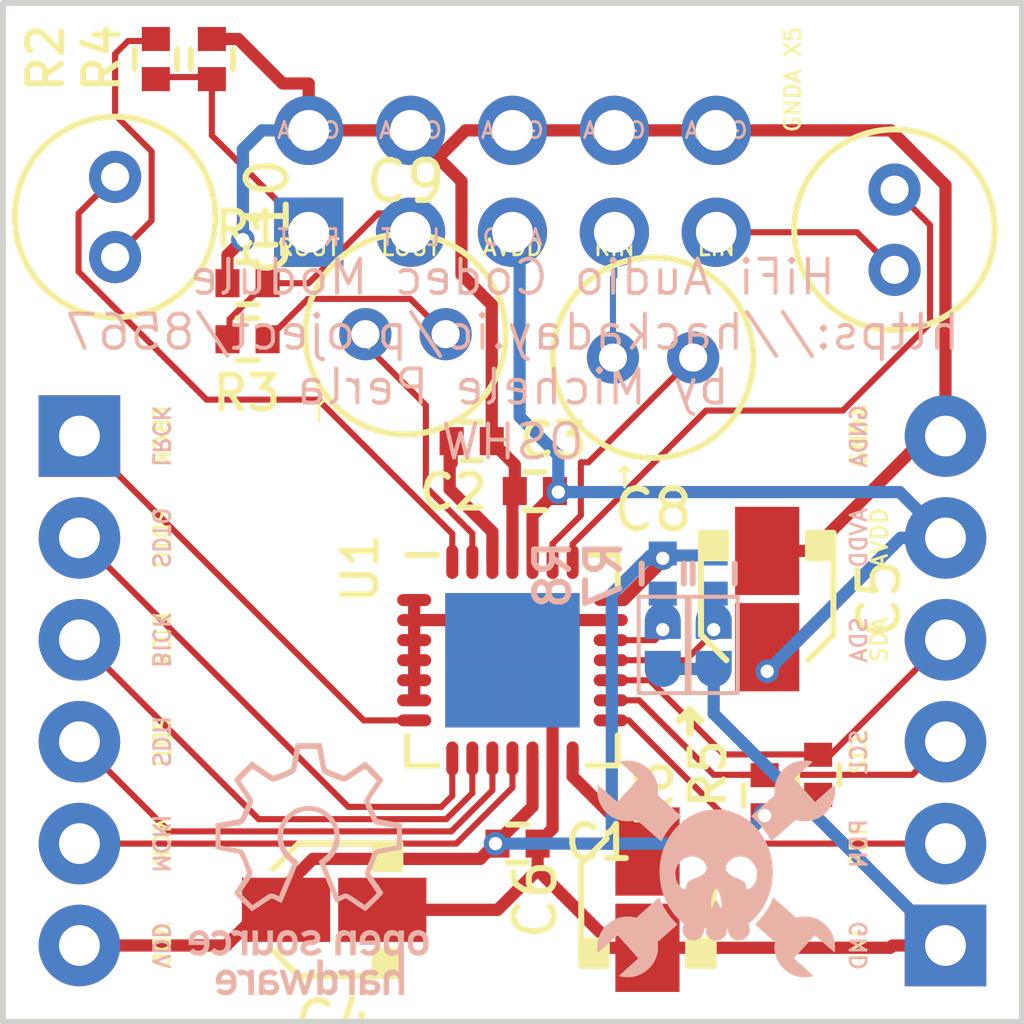
<source format=kicad_pcb>
(kicad_pcb (version 20171130) (host pcbnew "(5.1.12)-1")

  (general
    (thickness 1.6)
    (drawings 61)
    (tracks 253)
    (zones 0)
    (modules 26)
    (nets 27)
  )

  (page User 132.004 132.004)
  (title_block
    (title HiFiAudioCodecModule)
    (company "Michele Perla")
    (comment 1 "Hackaday project page: https://hackaday.io/project/8567-hifi-audio-codec-module")
    (comment 2 "GitHub repo: https://github.com/MickMad/HiFiAudioCodecModule")
  )

  (layers
    (0 F.Cu signal)
    (31 B.Cu signal)
    (32 B.Adhes user hide)
    (33 F.Adhes user hide)
    (34 B.Paste user hide)
    (35 F.Paste user hide)
    (36 B.SilkS user hide)
    (37 F.SilkS user hide)
    (38 B.Mask user hide)
    (39 F.Mask user hide)
    (40 Dwgs.User user hide)
    (41 Cmts.User user hide)
    (42 Eco1.User user hide)
    (43 Eco2.User user hide)
    (44 Edge.Cuts user)
    (45 Margin user hide)
    (46 B.CrtYd user hide)
    (47 F.CrtYd user hide)
    (48 B.Fab user hide)
    (49 F.Fab user hide)
  )

  (setup
    (last_trace_width 0.1524)
    (trace_clearance 0.1524)
    (zone_clearance 0.254)
    (zone_45_only yes)
    (trace_min 0.1524)
    (via_size 0.508)
    (via_drill 0.3302)
    (via_min_size 0.508)
    (via_min_drill 0.3302)
    (uvia_size 0.3556)
    (uvia_drill 0.254)
    (uvias_allowed yes)
    (uvia_min_size 0.3556)
    (uvia_min_drill 0.254)
    (edge_width 0.15)
    (segment_width 0.07)
    (pcb_text_width 0.07)
    (pcb_text_size 0.4 0.4)
    (mod_edge_width 0.15)
    (mod_text_size 1 1)
    (mod_text_width 0.15)
    (pad_size 1.524 1.524)
    (pad_drill 0.762)
    (pad_to_mask_clearance 0.2)
    (aux_axis_origin 0 0)
    (visible_elements 7FFFDFFB)
    (pcbplotparams
      (layerselection 0x010f0_80000001)
      (usegerberextensions false)
      (usegerberattributes true)
      (usegerberadvancedattributes true)
      (creategerberjobfile true)
      (excludeedgelayer true)
      (linewidth 0.100000)
      (plotframeref false)
      (viasonmask false)
      (mode 1)
      (useauxorigin false)
      (hpglpennumber 1)
      (hpglpenspeed 20)
      (hpglpendiameter 15.000000)
      (psnegative false)
      (psa4output false)
      (plotreference false)
      (plotvalue false)
      (plotinvisibletext false)
      (padsonsilk false)
      (subtractmaskfromsilk false)
      (outputformat 1)
      (mirror false)
      (drillshape 0)
      (scaleselection 1)
      (outputdirectory ""))
  )

  (net 0 "")
  (net 1 VDD)
  (net 2 GND)
  (net 3 AVDD)
  (net 4 GNDA)
  (net 5 VCOM)
  (net 6 VDD18)
  (net 7 LIN)
  (net 8 LIN-CON)
  (net 9 RIN)
  (net 10 RIN-CON)
  (net 11 LOUT)
  (net 12 "Net-(C9-Pad2)")
  (net 13 ROUT)
  (net 14 "Net-(C10-Pad2)")
  (net 15 CAD0)
  (net 16 CAD1)
  (net 17 LRCK)
  (net 18 SDTO)
  (net 19 BICK)
  (net 20 SDTI)
  (net 21 MCKI)
  (net 22 PDN)
  (net 23 SCL)
  (net 24 SDA)
  (net 25 ROUT-CON)
  (net 26 LOUT-CON)

  (net_class Default "This is the default net class."
    (clearance 0.1524)
    (trace_width 0.1524)
    (via_dia 0.508)
    (via_drill 0.3302)
    (uvia_dia 0.3556)
    (uvia_drill 0.254)
    (add_net BICK)
    (add_net CAD0)
    (add_net CAD1)
    (add_net LIN)
    (add_net LIN-CON)
    (add_net LOUT)
    (add_net LOUT-CON)
    (add_net LRCK)
    (add_net MCKI)
    (add_net "Net-(C10-Pad2)")
    (add_net "Net-(C9-Pad2)")
    (add_net PDN)
    (add_net RIN)
    (add_net RIN-CON)
    (add_net ROUT)
    (add_net ROUT-CON)
    (add_net SCL)
    (add_net SDA)
    (add_net SDTI)
    (add_net SDTO)
  )

  (net_class PWR ""
    (clearance 0.1524)
    (trace_width 0.3048)
    (via_dia 0.5842)
    (via_drill 0.3302)
    (uvia_dia 0.3556)
    (uvia_drill 0.254)
    (add_net AVDD)
    (add_net GND)
    (add_net GNDA)
    (add_net VCOM)
    (add_net VDD)
    (add_net VDD18)
  )

  (module oshw_logo:LOGO (layer B.Cu) (tedit 0) (tstamp 5667225F)
    (at 20.32 34.29 180)
    (path /5667299F)
    (fp_text reference LOGO1 (at 0 0 180) (layer B.SilkS) hide
      (effects (font (size 1.524 1.524) (thickness 0.3)) (justify mirror))
    )
    (fp_text value OSHW (at 0.75 0 180) (layer B.SilkS) hide
      (effects (font (size 1.524 1.524) (thickness 0.3)) (justify mirror))
    )
    (fp_poly (pts (xy 0.088519 3.132436) (xy 0.163991 3.131756) (xy 0.225128 3.130642) (xy 0.271323 3.12911)
      (xy 0.301968 3.127177) (xy 0.316456 3.124859) (xy 0.317524 3.124161) (xy 0.320247 3.11412)
      (xy 0.325638 3.089371) (xy 0.333311 3.051865) (xy 0.342879 3.00355) (xy 0.353956 2.946375)
      (xy 0.366155 2.882289) (xy 0.377557 2.821478) (xy 0.390442 2.752555) (xy 0.402513 2.688505)
      (xy 0.413384 2.631336) (xy 0.42267 2.583056) (xy 0.429985 2.545672) (xy 0.434943 2.521192)
      (xy 0.437035 2.511967) (xy 0.448159 2.496561) (xy 0.460051 2.488831) (xy 0.472719 2.483563)
      (xy 0.498711 2.472849) (xy 0.535677 2.457656) (xy 0.581269 2.438948) (xy 0.633137 2.417691)
      (xy 0.676804 2.399812) (xy 0.740954 2.373797) (xy 0.791288 2.353997) (xy 0.829503 2.339836)
      (xy 0.857295 2.330741) (xy 0.87636 2.326134) (xy 0.888396 2.325441) (xy 0.892758 2.326576)
      (xy 0.903743 2.333165) (xy 0.926883 2.348203) (xy 0.96041 2.370504) (xy 1.002556 2.398877)
      (xy 1.051554 2.432135) (xy 1.105635 2.46909) (xy 1.145174 2.496249) (xy 1.212827 2.542816)
      (xy 1.267911 2.580652) (xy 1.311827 2.610604) (xy 1.34597 2.633517) (xy 1.371738 2.650237)
      (xy 1.39053 2.661611) (xy 1.403743 2.668484) (xy 1.412775 2.671703) (xy 1.419023 2.672113)
      (xy 1.423885 2.67056) (xy 1.42875 2.667896) (xy 1.438063 2.660125) (xy 1.457787 2.641759)
      (xy 1.486432 2.614249) (xy 1.522508 2.579048) (xy 1.564527 2.537605) (xy 1.610997 2.491374)
      (xy 1.648883 2.453418) (xy 1.712669 2.388838) (xy 1.764292 2.335496) (xy 1.804003 2.293116)
      (xy 1.832057 2.261422) (xy 1.848705 2.240137) (xy 1.8542 2.228985) (xy 1.8542 2.228983)
      (xy 1.849544 2.217971) (xy 1.836308 2.194777) (xy 1.815585 2.161118) (xy 1.788471 2.118709)
      (xy 1.75606 2.069266) (xy 1.719447 2.014505) (xy 1.684867 1.963635) (xy 1.64551 1.905754)
      (xy 1.609392 1.851824) (xy 1.577605 1.803538) (xy 1.551241 1.762591) (xy 1.531391 1.730675)
      (xy 1.519148 1.709483) (xy 1.515533 1.701051) (xy 1.518844 1.688335) (xy 1.528055 1.662864)
      (xy 1.542084 1.627144) (xy 1.559847 1.583677) (xy 1.580262 1.534967) (xy 1.602246 1.48352)
      (xy 1.624717 1.431838) (xy 1.646592 1.382426) (xy 1.666788 1.337788) (xy 1.684222 1.300427)
      (xy 1.697813 1.272848) (xy 1.706476 1.257555) (xy 1.708164 1.255552) (xy 1.712153 1.252544)
      (xy 1.71706 1.249791) (xy 1.724502 1.246952) (xy 1.736098 1.243691) (xy 1.753463 1.239668)
      (xy 1.778217 1.234544) (xy 1.811976 1.227981) (xy 1.856358 1.219639) (xy 1.91298 1.209181)
      (xy 1.98346 1.196267) (xy 2.0447 1.185075) (xy 2.106804 1.173584) (xy 2.164179 1.162696)
      (xy 2.214501 1.152873) (xy 2.255448 1.144577) (xy 2.284698 1.13827) (xy 2.299929 1.134415)
      (xy 2.300817 1.134095) (xy 2.319867 1.12643) (xy 2.319867 0.813481) (xy 2.319654 0.733045)
      (xy 2.319037 0.662119) (xy 2.31805 0.602021) (xy 2.316726 0.554064) (xy 2.315098 0.519567)
      (xy 2.313199 0.499843) (xy 2.311858 0.495583) (xy 2.301883 0.492928) (xy 2.27725 0.487667)
      (xy 2.239965 0.480192) (xy 2.192037 0.470893) (xy 2.135472 0.460161) (xy 2.072278 0.448388)
      (xy 2.026108 0.439907) (xy 1.959026 0.427535) (xy 1.896758 0.415822) (xy 1.841397 0.405179)
      (xy 1.795038 0.396018) (xy 1.759773 0.388749) (xy 1.737697 0.383786) (xy 1.73136 0.381969)
      (xy 1.723684 0.37233) (xy 1.71117 0.349203) (xy 1.694799 0.315002) (xy 1.675548 0.272143)
      (xy 1.6544 0.22304) (xy 1.632332 0.170109) (xy 1.610326 0.115763) (xy 1.589359 0.062418)
      (xy 1.570414 0.012489) (xy 1.554468 -0.031611) (xy 1.542502 -0.067466) (xy 1.535495 -0.092661)
      (xy 1.53419 -0.104) (xy 1.539733 -0.11532) (xy 1.553793 -0.138732) (xy 1.575202 -0.17244)
      (xy 1.602791 -0.214648) (xy 1.635389 -0.263557) (xy 1.671829 -0.317373) (xy 1.69599 -0.352637)
      (xy 1.734059 -0.408408) (xy 1.768836 -0.460241) (xy 1.799184 -0.506371) (xy 1.823966 -0.545034)
      (xy 1.842045 -0.574467) (xy 1.852285 -0.592906) (xy 1.8542 -0.598109) (xy 1.848355 -0.607847)
      (xy 1.83193 -0.627615) (xy 1.806587 -0.655745) (xy 1.773987 -0.690571) (xy 1.735792 -0.730427)
      (xy 1.693665 -0.773646) (xy 1.649267 -0.818562) (xy 1.60426 -0.863508) (xy 1.560308 -0.906819)
      (xy 1.51907 -0.946827) (xy 1.482211 -0.981867) (xy 1.451391 -1.010271) (xy 1.428272 -1.030374)
      (xy 1.414518 -1.040509) (xy 1.412074 -1.0414) (xy 1.401766 -1.03675) (xy 1.379323 -1.023555)
      (xy 1.346503 -1.002952) (xy 1.305065 -0.976074) (xy 1.256766 -0.944058) (xy 1.203366 -0.908038)
      (xy 1.167763 -0.883708) (xy 1.111864 -0.845697) (xy 1.059761 -0.81098) (xy 1.013246 -0.780699)
      (xy 0.974111 -0.755992) (xy 0.94415 -0.738) (xy 0.925154 -0.72786) (xy 0.919652 -0.726017)
      (xy 0.905682 -0.729911) (xy 0.880243 -0.740589) (xy 0.846631 -0.756541) (xy 0.808138 -0.776258)
      (xy 0.797192 -0.782108) (xy 0.759014 -0.80242) (xy 0.725993 -0.819454) (xy 0.701056 -0.83174)
      (xy 0.687126 -0.83781) (xy 0.685493 -0.8382) (xy 0.682905 -0.837776) (xy 0.680003 -0.835773)
      (xy 0.676307 -0.831096) (xy 0.67134 -0.822651) (xy 0.664623 -0.809341) (xy 0.655679 -0.790073)
      (xy 0.64403 -0.76375) (xy 0.629197 -0.729278) (xy 0.610704 -0.685562) (xy 0.58807 -0.631506)
      (xy 0.56082 -0.566016) (xy 0.528474 -0.487996) (xy 0.490555 -0.396352) (xy 0.453476 -0.306662)
      (xy 0.411898 -0.205636) (xy 0.374592 -0.114102) (xy 0.341878 -0.032879) (xy 0.314074 0.037217)
      (xy 0.2915 0.095368) (xy 0.274476 0.140757) (xy 0.263321 0.172567) (xy 0.258354 0.18998)
      (xy 0.258212 0.192871) (xy 0.267463 0.203918) (xy 0.28751 0.220507) (xy 0.314555 0.23959)
      (xy 0.323765 0.245533) (xy 0.373792 0.281412) (xy 0.42587 0.326181) (xy 0.475894 0.375737)
      (xy 0.519758 0.425977) (xy 0.553357 0.4728) (xy 0.556725 0.478366) (xy 0.601851 0.570703)
      (xy 0.631408 0.666795) (xy 0.645712 0.764869) (xy 0.645077 0.863153) (xy 0.62982 0.959871)
      (xy 0.600256 1.053252) (xy 0.5567 1.141521) (xy 0.499469 1.222906) (xy 0.428876 1.295632)
      (xy 0.408251 1.313002) (xy 0.323232 1.371123) (xy 0.231501 1.414575) (xy 0.134986 1.443139)
      (xy 0.035618 1.456594) (xy -0.064672 1.454719) (xy -0.163954 1.437294) (xy -0.260299 1.404099)
      (xy -0.285822 1.392275) (xy -0.374157 1.339942) (xy -0.451407 1.275892) (xy -0.516896 1.201762)
      (xy -0.569944 1.119194) (xy -0.609876 1.029826) (xy -0.636011 0.935299) (xy -0.647674 0.837253)
      (xy -0.644185 0.737327) (xy -0.624868 0.637162) (xy -0.613385 0.599816) (xy -0.575043 0.510706)
      (xy -0.522665 0.428409) (xy -0.4555 0.351979) (xy -0.372799 0.280472) (xy -0.342245 0.257988)
      (xy -0.309942 0.234499) (xy -0.283012 0.213803) (xy -0.26436 0.198209) (xy -0.256956 0.190224)
      (xy -0.25959 0.181374) (xy -0.268051 0.158485) (xy -0.281685 0.123163) (xy -0.299838 0.077016)
      (xy -0.321855 0.021648) (xy -0.347082 -0.041335) (xy -0.374864 -0.110326) (xy -0.404549 -0.18372)
      (xy -0.43548 -0.259912) (xy -0.467005 -0.337294) (xy -0.498468 -0.414262) (xy -0.529216 -0.48921)
      (xy -0.558595 -0.560531) (xy -0.585949 -0.62662) (xy -0.610626 -0.685871) (xy -0.631969 -0.736679)
      (xy -0.649327 -0.777436) (xy -0.662043 -0.806539) (xy -0.669464 -0.822379) (xy -0.669656 -0.822741)
      (xy -0.679652 -0.835361) (xy -0.685574 -0.8382) (xy -0.695435 -0.834374) (xy -0.717221 -0.823873)
      (xy -0.74801 -0.808167) (xy -0.784879 -0.788723) (xy -0.797193 -0.782108) (xy -0.836462 -0.761622)
      (xy -0.871771 -0.744489) (xy -0.899819 -0.732219) (xy -0.917305 -0.726321) (xy -0.91981 -0.726017)
      (xy -0.931135 -0.730677) (xy -0.954575 -0.743911) (xy -0.988358 -0.764598) (xy -1.030715 -0.791614)
      (xy -1.079877 -0.823841) (xy -1.134074 -0.860155) (xy -1.168666 -0.883708) (xy -1.224451 -0.921636)
      (xy -1.276212 -0.956285) (xy -1.322197 -0.986525) (xy -1.360653 -1.011224) (xy -1.389828 -1.029251)
      (xy -1.407967 -1.039475) (xy -1.412974 -1.0414) (xy -1.421993 -1.035586) (xy -1.441459 -1.019037)
      (xy -1.469947 -0.993096) (xy -1.506033 -0.959104) (xy -1.548292 -0.918403) (xy -1.595301 -0.872334)
      (xy -1.645635 -0.822239) (xy -1.645667 -0.822206) (xy -1.703077 -0.764512) (xy -1.749485 -0.717504)
      (xy -1.785958 -0.679985) (xy -1.813559 -0.650758) (xy -1.833353 -0.628627) (xy -1.846403 -0.612395)
      (xy -1.853774 -0.600866) (xy -1.856531 -0.592843) (xy -1.855736 -0.58713) (xy -1.855381 -0.586407)
      (xy -1.848523 -0.575549) (xy -1.833262 -0.552577) (xy -1.810826 -0.519304) (xy -1.782447 -0.477541)
      (xy -1.749352 -0.429102) (xy -1.712773 -0.375798) (xy -1.692455 -0.346284) (xy -1.654726 -0.291171)
      (xy -1.620118 -0.239912) (xy -1.589817 -0.194321) (xy -1.56501 -0.156211) (xy -1.546883 -0.127394)
      (xy -1.536623 -0.109683) (xy -1.534776 -0.105397) (xy -1.536888 -0.092969) (xy -1.544691 -0.067435)
      (xy -1.557209 -0.031254) (xy -1.573464 0.013116) (xy -1.592478 0.063216) (xy -1.613275 0.116587)
      (xy -1.634877 0.170771) (xy -1.656308 0.223308) (xy -1.676588 0.271741) (xy -1.694743 0.313609)
      (xy -1.709793 0.346455) (xy -1.720762 0.36782) (xy -1.725613 0.374738) (xy -1.737673 0.379516)
      (xy -1.764857 0.386763) (xy -1.805594 0.396137) (xy -1.858309 0.4073) (xy -1.92143 0.419908)
      (xy -1.993383 0.433623) (xy -2.02198 0.438919) (xy -2.089078 0.451349) (xy -2.150931 0.462996)
      (xy -2.20555 0.47347) (xy -2.250945 0.482382) (xy -2.285127 0.489343) (xy -2.306107 0.493964)
      (xy -2.311963 0.495648) (xy -2.313945 0.50516) (xy -2.315701 0.530158) (xy -2.317196 0.569196)
      (xy -2.318395 0.620829) (xy -2.31926 0.68361) (xy -2.319757 0.756095) (xy -2.319867 0.813481)
      (xy -2.319867 1.014654) (xy -2.201334 1.014654) (xy -2.201334 0.800485) (xy -2.201333 0.586316)
      (xy -2.173817 0.580747) (xy -2.163411 0.578679) (xy -2.148772 0.575843) (xy -2.128303 0.571941)
      (xy -2.100411 0.566672) (xy -2.0635 0.559737) (xy -2.015974 0.550836) (xy -1.956239 0.539669)
      (xy -1.8827 0.525936) (xy -1.81453 0.513212) (xy -1.75494 0.501245) (xy -1.709518 0.489854)
      (xy -1.675575 0.477977) (xy -1.650427 0.464553) (xy -1.631385 0.448519) (xy -1.621587 0.436958)
      (xy -1.612066 0.420543) (xy -1.597683 0.390767) (xy -1.579454 0.35015) (xy -1.558391 0.301213)
      (xy -1.535507 0.246477) (xy -1.511816 0.188462) (xy -1.488331 0.129688) (xy -1.466066 0.072678)
      (xy -1.446033 0.01995) (xy -1.429246 -0.025974) (xy -1.416719 -0.062573) (xy -1.409464 -0.087327)
      (xy -1.408199 -0.093854) (xy -1.40692 -0.111522) (xy -1.408171 -0.129064) (xy -1.41285 -0.14819)
      (xy -1.421855 -0.170615) (xy -1.436086 -0.198051) (xy -1.456441 -0.232212) (xy -1.483818 -0.274809)
      (xy -1.519116 -0.327556) (xy -1.563233 -0.392166) (xy -1.569369 -0.401099) (xy -1.603961 -0.45163)
      (xy -1.635182 -0.497619) (xy -1.661802 -0.537222) (xy -1.682592 -0.568598) (xy -1.696321 -0.589902)
      (xy -1.701759 -0.599293) (xy -1.7018 -0.599495) (xy -1.696027 -0.608063) (xy -1.68003 -0.626047)
      (xy -1.65579 -0.651519) (xy -1.62529 -0.682551) (xy -1.590511 -0.717215) (xy -1.553436 -0.753583)
      (xy -1.516047 -0.789727) (xy -1.480325 -0.82372) (xy -1.448252 -0.853633) (xy -1.421811 -0.877538)
      (xy -1.402983 -0.893508) (xy -1.393751 -0.899614) (xy -1.393321 -0.899562) (xy -1.384202 -0.893485)
      (xy -1.363046 -0.879095) (xy -1.331756 -0.857696) (xy -1.292233 -0.830591) (xy -1.24638 -0.799082)
      (xy -1.196098 -0.764473) (xy -1.194332 -0.763256) (xy -1.136195 -0.723773) (xy -1.08337 -0.689003)
      (xy -1.037689 -0.660091) (xy -1.000984 -0.638178) (xy -0.975085 -0.624409) (xy -0.965732 -0.620602)
      (xy -0.935147 -0.613872) (xy -0.905545 -0.614021) (xy -0.872786 -0.621853) (xy -0.832731 -0.638169)
      (xy -0.804456 -0.651872) (xy -0.73988 -0.68434) (xy -0.403406 0.129532) (xy -0.424926 0.147316)
      (xy -0.443269 0.162038) (xy -0.468906 0.182093) (xy -0.490834 0.198966) (xy -0.553177 0.25525)
      (xy -0.611628 0.324671) (xy -0.663927 0.403512) (xy -0.707811 0.488057) (xy -0.741019 0.574587)
      (xy -0.757197 0.63676) (xy -0.766258 0.700233) (xy -0.770253 0.772186) (xy -0.76925 0.846319)
      (xy -0.763319 0.916333) (xy -0.753514 0.971921) (xy -0.719461 1.079283) (xy -0.671004 1.179869)
      (xy -0.60941 1.27212) (xy -0.535951 1.354477) (xy -0.451896 1.42538) (xy -0.358515 1.48327)
      (xy -0.322992 1.500564) (xy -0.222429 1.537217) (xy -0.116125 1.559464) (xy -0.006892 1.567347)
      (xy 0.102459 1.56091) (xy 0.209115 1.540196) (xy 0.310265 1.505248) (xy 0.34253 1.490316)
      (xy 0.416636 1.447153) (xy 0.490154 1.392581) (xy 0.557271 1.331289) (xy 0.602311 1.280743)
      (xy 0.638252 1.229992) (xy 0.674148 1.169346) (xy 0.707001 1.104627) (xy 0.73382 1.041659)
      (xy 0.749366 0.994833) (xy 0.757006 0.956655) (xy 0.762962 0.906663) (xy 0.767028 0.849916)
      (xy 0.769001 0.791469) (xy 0.768675 0.736378) (xy 0.765846 0.6897) (xy 0.762662 0.666762)
      (xy 0.733374 0.555506) (xy 0.689256 0.450512) (xy 0.631324 0.353477) (xy 0.560598 0.266096)
      (xy 0.478095 0.190066) (xy 0.474936 0.187576) (xy 0.446401 0.164714) (xy 0.423649 0.145544)
      (xy 0.409506 0.132506) (xy 0.406241 0.12831) (xy 0.409349 0.119637) (xy 0.418333 0.096806)
      (xy 0.432589 0.061299) (xy 0.451514 0.014601) (xy 0.474502 -0.041802) (xy 0.50095 -0.106427)
      (xy 0.530255 -0.177788) (xy 0.561811 -0.254402) (xy 0.572748 -0.280904) (xy 0.739414 -0.684574)
      (xy 0.807857 -0.649797) (xy 0.862915 -0.625912) (xy 0.910168 -0.614949) (xy 0.95243 -0.616642)
      (xy 0.992514 -0.630725) (xy 0.995109 -0.632061) (xy 1.011091 -0.641584) (xy 1.038715 -0.65928)
      (xy 1.075724 -0.683653) (xy 1.119862 -0.713203) (xy 1.168873 -0.746432) (xy 1.21482 -0.777927)
      (xy 1.400939 -0.906169) (xy 1.553153 -0.753955) (xy 1.705368 -0.601741) (xy 1.654776 -0.527354)
      (xy 1.633344 -0.495868) (xy 1.604999 -0.454266) (xy 1.57238 -0.406415) (xy 1.538122 -0.356185)
      (xy 1.508635 -0.312969) (xy 1.47688 -0.266774) (xy 1.451181 -0.228618) (xy 1.431512 -0.196211)
      (xy 1.417847 -0.167267) (xy 1.410158 -0.139498) (xy 1.40842 -0.110617) (xy 1.412607 -0.078334)
      (xy 1.42269 -0.040363) (xy 1.438645 0.005583) (xy 1.460445 0.061794) (xy 1.488062 0.130557)
      (xy 1.503072 0.16793) (xy 1.528275 0.230077) (xy 1.552404 0.288051) (xy 1.574525 0.339725)
      (xy 1.593704 0.382971) (xy 1.609008 0.41566) (xy 1.619504 0.435665) (xy 1.622415 0.439969)
      (xy 1.638159 0.45592) (xy 1.657491 0.469202) (xy 1.682989 0.480756) (xy 1.717234 0.491527)
      (xy 1.762804 0.502456) (xy 1.822278 0.514488) (xy 1.830512 0.516059) (xy 1.889007 0.527148)
      (xy 1.954663 0.539575) (xy 2.019761 0.55188) (xy 2.076583 0.562603) (xy 2.080683 0.563375)
      (xy 2.201333 0.586111) (xy 2.201333 0.801055) (xy 2.201211 0.85938) (xy 2.200869 0.911692)
      (xy 2.200339 0.955741) (xy 2.199655 0.989279) (xy 2.198853 1.010054) (xy 2.198098 1.016)
      (xy 2.185107 1.01762) (xy 2.158108 1.022147) (xy 2.119649 1.02908) (xy 2.072277 1.037919)
      (xy 2.018541 1.048164) (xy 1.960987 1.059313) (xy 1.902163 1.070866) (xy 1.844618 1.082323)
      (xy 1.790898 1.093184) (xy 1.743552 1.102947) (xy 1.705127 1.111113) (xy 1.678171 1.117181)
      (xy 1.665231 1.12065) (xy 1.665079 1.120711) (xy 1.648061 1.129376) (xy 1.632152 1.141513)
      (xy 1.616368 1.158769) (xy 1.599724 1.182793) (xy 1.581236 1.215235) (xy 1.559921 1.257743)
      (xy 1.534793 1.311965) (xy 1.504869 1.379551) (xy 1.48968 1.414522) (xy 1.461323 1.480331)
      (xy 1.439084 1.532751) (xy 1.422229 1.573876) (xy 1.410025 1.605801) (xy 1.401739 1.630621)
      (xy 1.396635 1.650432) (xy 1.393981 1.667327) (xy 1.393042 1.683403) (xy 1.392983 1.6906)
      (xy 1.39288 1.703164) (xy 1.393056 1.714004) (xy 1.394307 1.724478) (xy 1.397429 1.735942)
      (xy 1.40322 1.749757) (xy 1.412476 1.76728) (xy 1.425993 1.789869) (xy 1.444569 1.818882)
      (xy 1.469001 1.855677) (xy 1.500084 1.901613) (xy 1.538616 1.958048) (xy 1.585393 2.02634)
      (xy 1.616969 2.072434) (xy 1.70554 2.201768) (xy 1.553239 2.35407) (xy 1.400937 2.506371)
      (xy 1.191303 2.362373) (xy 1.136888 2.325188) (xy 1.085462 2.290413) (xy 1.039102 2.259421)
      (xy 0.999882 2.233588) (xy 0.969879 2.214289) (xy 0.951167 2.202901) (xy 0.948372 2.201387)
      (xy 0.931818 2.193349) (xy 0.91628 2.18749) (xy 0.900106 2.184235) (xy 0.881643 2.18401)
      (xy 0.859239 2.187241) (xy 0.831244 2.194355) (xy 0.796005 2.205776) (xy 0.75187 2.221932)
      (xy 0.697187 2.243249) (xy 0.630305 2.270151) (xy 0.549572 2.303065) (xy 0.541866 2.306216)
      (xy 0.485995 2.329354) (xy 0.443512 2.347783) (xy 0.411968 2.362782) (xy 0.388914 2.375629)
      (xy 0.371897 2.387602) (xy 0.358469 2.39998) (xy 0.355014 2.403697) (xy 0.344911 2.415178)
      (xy 0.336389 2.426371) (xy 0.328954 2.439098) (xy 0.32211 2.455183) (xy 0.315362 2.476449)
      (xy 0.308215 2.504717) (xy 0.300175 2.541813) (xy 0.290747 2.589558) (xy 0.279436 2.649776)
      (xy 0.265746 2.72429) (xy 0.261136 2.749515) (xy 0.2159 2.997131) (xy -0.000249 2.997165)
      (xy -0.216399 2.9972) (xy -0.265227 2.732617) (xy -0.277742 2.66642) (xy -0.29003 2.604421)
      (xy -0.301595 2.548902) (xy -0.31194 2.502148) (xy -0.320568 2.466443) (xy -0.326985 2.44407)
      (xy -0.329073 2.438851) (xy -0.346005 2.414157) (xy -0.368577 2.390539) (xy -0.373129 2.386747)
      (xy -0.389191 2.377148) (xy -0.418454 2.36263) (xy -0.458287 2.344282) (xy -0.50606 2.323192)
      (xy -0.559142 2.300449) (xy -0.614902 2.277142) (xy -0.670709 2.25436) (xy -0.723934 2.233191)
      (xy -0.771944 2.214725) (xy -0.812111 2.200051) (xy -0.841802 2.190256) (xy -0.856714 2.186598)
      (xy -0.875086 2.184792) (xy -0.892726 2.185266) (xy -0.911351 2.188903) (xy -0.93268 2.196586)
      (xy -0.95843 2.209199) (xy -0.990319 2.227626) (xy -1.030066 2.252752) (xy -1.079388 2.285459)
      (xy -1.140004 2.326631) (xy -1.173368 2.34949) (xy -1.401233 2.505865) (xy -1.551517 2.355804)
      (xy -1.592611 2.314557) (xy -1.629421 2.277201) (xy -1.660333 2.245407) (xy -1.683737 2.220842)
      (xy -1.698022 2.205176) (xy -1.7018 2.20016) (xy -1.697191 2.192045) (xy -1.68414 2.171725)
      (xy -1.663808 2.140942) (xy -1.637358 2.101438) (xy -1.605951 2.054954) (xy -1.570751 2.003231)
      (xy -1.554824 1.979939) (xy -1.517584 1.925004) (xy -1.483114 1.873107) (xy -1.452707 1.826278)
      (xy -1.427655 1.786544) (xy -1.409253 1.755934) (xy -1.398792 1.736476) (xy -1.397247 1.732681)
      (xy -1.391323 1.701111) (xy -1.391598 1.669205) (xy -1.391827 1.667666) (xy -1.397107 1.648436)
      (xy -1.408315 1.616874) (xy -1.424379 1.575434) (xy -1.444229 1.526572) (xy -1.466793 1.472742)
      (xy -1.490999 1.416398) (xy -1.515776 1.359995) (xy -1.540052 1.305989) (xy -1.562757 1.256832)
      (xy -1.582818 1.214981) (xy -1.599164 1.18289) (xy -1.610723 1.163013) (xy -1.613924 1.158864)
      (xy -1.636787 1.139162) (xy -1.661466 1.123494) (xy -1.662793 1.12285) (xy -1.677882 1.118063)
      (xy -1.707201 1.110839) (xy -1.748308 1.101699) (xy -1.798763 1.091167) (xy -1.856123 1.079767)
      (xy -1.917947 1.068023) (xy -1.921933 1.067284) (xy -1.983725 1.055829) (xy -2.041036 1.045175)
      (xy -2.09147 1.03577) (xy -2.132628 1.028061) (xy -2.162112 1.022497) (xy -2.177524 1.019525)
      (xy -2.17805 1.019419) (xy -2.201334 1.014654) (xy -2.319867 1.014654) (xy -2.319867 1.12643)
      (xy -2.300817 1.134182) (xy -2.287949 1.137592) (xy -2.260619 1.143542) (xy -2.221032 1.151596)
      (xy -2.171395 1.161318) (xy -2.113916 1.172271) (xy -2.0508 1.184018) (xy -2.023534 1.189013)
      (xy -1.958033 1.201047) (xy -1.896628 1.212506) (xy -1.841653 1.222939) (xy -1.795446 1.231898)
      (xy -1.760341 1.238933) (xy -1.738675 1.243593) (xy -1.73444 1.244652) (xy -1.719832 1.249697)
      (xy -1.708504 1.257504) (xy -1.698064 1.271262) (xy -1.686121 1.294163) (xy -1.670282 1.329397)
      (xy -1.669382 1.331456) (xy -1.62713 1.428555) (xy -1.591531 1.511287) (xy -1.562657 1.579474)
      (xy -1.540583 1.632934) (xy -1.525385 1.67149) (xy -1.517136 1.694961) (xy -1.515533 1.702179)
      (xy -1.520183 1.712163) (xy -1.533402 1.734375) (xy -1.554102 1.767137) (xy -1.581192 1.80877)
      (xy -1.61358 1.857595) (xy -1.650176 1.911934) (xy -1.685378 1.96354) (xy -1.724959 2.02138)
      (xy -1.761542 2.075132) (xy -1.794003 2.123123) (xy -1.821219 2.163678) (xy -1.842064 2.195124)
      (xy -1.855415 2.215785) (xy -1.860077 2.223731) (xy -1.855946 2.233253) (xy -1.840193 2.253452)
      (xy -1.812666 2.284498) (xy -1.773209 2.326559) (xy -1.721667 2.379804) (xy -1.657886 2.4444)
      (xy -1.65425 2.448055) (xy -1.604693 2.497649) (xy -1.558403 2.543599) (xy -1.516853 2.584472)
      (xy -1.481519 2.618832) (xy -1.453874 2.645245) (xy -1.435392 2.662275) (xy -1.427963 2.668316)
      (xy -1.423168 2.670462) (xy -1.417534 2.671081) (xy -1.409775 2.669375) (xy -1.398607 2.664546)
      (xy -1.382744 2.655798) (xy -1.360902 2.642333) (xy -1.331795 2.623352) (xy -1.294139 2.59806)
      (xy -1.246649 2.565659) (xy -1.18804 2.52535) (xy -1.117026 2.476337) (xy -1.102947 2.466611)
      (xy -1.052164 2.431697) (xy -1.005101 2.399656) (xy -0.963801 2.371855) (xy -0.93031 2.349663)
      (xy -0.906672 2.334444) (xy -0.895055 2.327623) (xy -0.886806 2.325618) (xy -0.87479 2.326413)
      (xy -0.857091 2.330644) (xy -0.831794 2.338949) (xy -0.796984 2.351965) (xy -0.750744 2.370331)
      (xy -0.69116 2.394683) (xy -0.681108 2.398827) (xy -0.613637 2.426678) (xy -0.56015 2.44884)
      (xy -0.518985 2.466094) (xy -0.488479 2.479222) (xy -0.466968 2.489006) (xy -0.452789 2.496227)
      (xy -0.444278 2.501666) (xy -0.439774 2.506107) (xy -0.437612 2.51033) (xy -0.436544 2.513768)
      (xy -0.434109 2.525071) (xy -0.42904 2.551002) (xy -0.42172 2.589525) (xy -0.412528 2.638605)
      (xy -0.401848 2.696207) (xy -0.39006 2.760297) (xy -0.380807 2.810933) (xy -0.36831 2.87884)
      (xy -0.356445 2.942035) (xy -0.345624 2.99843) (xy -0.336256 3.045939) (xy -0.32875 3.082472)
      (xy -0.323518 3.105943) (xy -0.321374 3.113616) (xy -0.31363 3.132666) (xy -0.000681 3.132666)
      (xy 0.088519 3.132436)) (layer B.SilkS) (width 0.01))
    (fp_poly (pts (xy 1.855948 -1.52756) (xy 1.889123 -1.53606) (xy 1.918541 -1.547791) (xy 1.938655 -1.560813)
      (xy 1.942589 -1.565507) (xy 1.940151 -1.575863) (xy 1.928482 -1.594928) (xy 1.909912 -1.619038)
      (xy 1.904527 -1.625352) (xy 1.882421 -1.650382) (xy 1.867855 -1.664583) (xy 1.857294 -1.669938)
      (xy 1.847203 -1.668429) (xy 1.836681 -1.663397) (xy 1.805812 -1.65401) (xy 1.768626 -1.651639)
      (xy 1.733663 -1.656397) (xy 1.718987 -1.661832) (xy 1.700454 -1.675891) (xy 1.681707 -1.696907)
      (xy 1.678771 -1.701059) (xy 1.672798 -1.71048) (xy 1.668205 -1.720285) (xy 1.664809 -1.732713)
      (xy 1.66243 -1.750001) (xy 1.660888 -1.774388) (xy 1.660001 -1.808112) (xy 1.659589 -1.853411)
      (xy 1.659472 -1.912522) (xy 1.659467 -1.940119) (xy 1.659467 -2.150534) (xy 1.532467 -2.150534)
      (xy 1.532467 -1.532467) (xy 1.659467 -1.532467) (xy 1.659467 -1.593488) (xy 1.688868 -1.567672)
      (xy 1.72938 -1.54148) (xy 1.778561 -1.527371) (xy 1.824567 -1.524233) (xy 1.855948 -1.52756)) (layer B.SilkS) (width 0.01))
    (fp_poly (pts (xy -0.839445 -1.52672) (xy -0.808567 -1.533329) (xy -0.778065 -1.547927) (xy -0.74526 -1.573496)
      (xy -0.714628 -1.60549) (xy -0.690644 -1.639362) (xy -0.679272 -1.664682) (xy -0.675478 -1.686013)
      (xy -0.672563 -1.721969) (xy -0.670504 -1.773121) (xy -0.66928 -1.840039) (xy -0.668867 -1.923291)
      (xy -0.668867 -2.150534) (xy -0.795867 -2.150534) (xy -0.795867 -1.94268) (xy -0.796041 -1.871891)
      (xy -0.796833 -1.81595) (xy -0.798647 -1.77277) (xy -0.801887 -1.740266) (xy -0.806957 -1.716354)
      (xy -0.814262 -1.698948) (xy -0.824206 -1.685962) (xy -0.837193 -1.675312) (xy -0.849195 -1.667591)
      (xy -0.885894 -1.654154) (xy -0.920456 -1.651032) (xy -0.950276 -1.652826) (xy -0.971772 -1.660239)
      (xy -0.993345 -1.676232) (xy -0.994333 -1.677097) (xy -1.015625 -1.701264) (xy -1.030673 -1.728265)
      (xy -1.032681 -1.734247) (xy -1.035192 -1.751643) (xy -1.037419 -1.783057) (xy -1.039251 -1.825574)
      (xy -1.040572 -1.876279) (xy -1.041272 -1.932258) (xy -1.041353 -1.957917) (xy -1.0414 -2.150534)
      (xy -1.1684 -2.150534) (xy -1.1684 -1.532467) (xy -1.0414 -1.532467) (xy -1.0414 -1.592595)
      (xy -1.013428 -1.57126) (xy -0.959524 -1.540041) (xy -0.901356 -1.525162) (xy -0.839445 -1.52672)) (layer B.SilkS) (width 0.01))
    (fp_poly (pts (xy 2.769877 -1.529057) (xy 2.79806 -1.531815) (xy 2.820757 -1.53773) (xy 2.84368 -1.547889)
      (xy 2.849795 -1.551051) (xy 2.899906 -1.584086) (xy 2.937748 -1.624882) (xy 2.964297 -1.675219)
      (xy 2.980528 -1.736876) (xy 2.987024 -1.801284) (xy 2.990953 -1.888067) (xy 2.599267 -1.888067)
      (xy 2.599267 -1.90744) (xy 2.604761 -1.933226) (xy 2.618851 -1.964318) (xy 2.637943 -1.994266)
      (xy 2.658448 -2.016616) (xy 2.661271 -2.018805) (xy 2.678748 -2.028612) (xy 2.700757 -2.034027)
      (xy 2.732506 -2.036101) (xy 2.747363 -2.036234) (xy 2.781531 -2.035467) (xy 2.805131 -2.032049)
      (xy 2.824503 -2.024303) (xy 2.845984 -2.010552) (xy 2.846911 -2.0099) (xy 2.866151 -1.996678)
      (xy 2.880148 -1.990438) (xy 2.893142 -1.992103) (xy 2.909378 -2.002592) (xy 2.933098 -2.022828)
      (xy 2.94181 -2.030498) (xy 2.97379 -2.05863) (xy 2.949769 -2.083702) (xy 2.903808 -2.11961)
      (xy 2.846745 -2.143638) (xy 2.780106 -2.155188) (xy 2.765283 -2.155964) (xy 2.729247 -2.156227)
      (xy 2.696676 -2.15485) (xy 2.673756 -2.152124) (xy 2.671233 -2.151539) (xy 2.611047 -2.128051)
      (xy 2.561908 -2.092089) (xy 2.523613 -2.043397) (xy 2.495959 -1.981718) (xy 2.479361 -1.910893)
      (xy 2.473978 -1.838139) (xy 2.4782 -1.786467) (xy 2.597382 -1.786467) (xy 2.729558 -1.786467)
      (xy 2.779445 -1.786401) (xy 2.81487 -1.785965) (xy 2.838303 -1.784804) (xy 2.852215 -1.782559)
      (xy 2.859077 -1.778876) (xy 2.861359 -1.773396) (xy 2.861547 -1.767417) (xy 2.855056 -1.735859)
      (xy 2.838825 -1.701978) (xy 2.816898 -1.67295) (xy 2.800842 -1.659673) (xy 2.76477 -1.646068)
      (xy 2.72283 -1.642693) (xy 2.682371 -1.649575) (xy 2.661061 -1.659124) (xy 2.630657 -1.686727)
      (xy 2.610428 -1.726766) (xy 2.603283 -1.755009) (xy 2.597382 -1.786467) (xy 2.4782 -1.786467)
      (xy 2.479797 -1.766925) (xy 2.496001 -1.700626) (xy 2.521773 -1.642618) (xy 2.555234 -1.597366)
      (xy 2.589654 -1.565689) (xy 2.62325 -1.54502) (xy 2.661096 -1.533361) (xy 2.708266 -1.528715)
      (xy 2.7305 -1.528372) (xy 2.769877 -1.529057)) (layer B.SilkS) (width 0.01))
    (fp_poly (pts (xy 2.258077 -1.528838) (xy 2.286259 -1.531142) (xy 2.308101 -1.536178) (xy 2.328889 -1.544937)
      (xy 2.341033 -1.551289) (xy 2.371524 -1.569655) (xy 2.401155 -1.590356) (xy 2.413 -1.599854)
      (xy 2.442633 -1.625447) (xy 2.398298 -1.668348) (xy 2.353962 -1.711249) (xy 2.319111 -1.683241)
      (xy 2.300189 -1.669002) (xy 2.283726 -1.660634) (xy 2.264131 -1.656588) (xy 2.235813 -1.655314)
      (xy 2.218017 -1.655234) (xy 2.172459 -1.657655) (xy 2.139243 -1.666433) (xy 2.114275 -1.683844)
      (xy 2.093463 -1.712159) (xy 2.08407 -1.72965) (xy 2.073348 -1.754734) (xy 2.067205 -1.780706)
      (xy 2.064549 -1.81365) (xy 2.064173 -1.840375) (xy 2.068683 -1.903963) (xy 2.082573 -1.953835)
      (xy 2.106387 -1.990715) (xy 2.140664 -2.015332) (xy 2.185948 -2.02841) (xy 2.205999 -2.030496)
      (xy 2.255893 -2.028458) (xy 2.297617 -2.014124) (xy 2.334833 -1.98706) (xy 2.354032 -1.969501)
      (xy 2.393942 -2.007101) (xy 2.415007 -2.026754) (xy 2.430836 -2.041162) (xy 2.437664 -2.046944)
      (xy 2.436346 -2.054212) (xy 2.424238 -2.068048) (xy 2.404654 -2.085648) (xy 2.380907 -2.104211)
      (xy 2.356312 -2.120932) (xy 2.33808 -2.131183) (xy 2.283765 -2.149788) (xy 2.223051 -2.157503)
      (xy 2.162513 -2.153987) (xy 2.117951 -2.142609) (xy 2.059189 -2.112868) (xy 2.011873 -2.071054)
      (xy 1.974782 -2.016054) (xy 1.971038 -2.008673) (xy 1.959593 -1.984751) (xy 1.951797 -1.965048)
      (xy 1.946949 -1.945383) (xy 1.944349 -1.921576) (xy 1.9433 -1.889446) (xy 1.9431 -1.844812)
      (xy 1.9431 -1.841678) (xy 1.943371 -1.795166) (xy 1.944565 -1.761518) (xy 1.947251 -1.736672)
      (xy 1.951999 -1.716562) (xy 1.959377 -1.697125) (xy 1.965123 -1.68448) (xy 1.998068 -1.627867)
      (xy 2.038303 -1.584788) (xy 2.088387 -1.552519) (xy 2.089729 -1.551856) (xy 2.115156 -1.540368)
      (xy 2.137981 -1.533316) (xy 2.163862 -1.529661) (xy 2.198462 -1.528365) (xy 2.218267 -1.528274)
      (xy 2.258077 -1.528838)) (layer B.SilkS) (width 0.01))
    (fp_poly (pts (xy 1.024466 -1.740321) (xy 1.024641 -1.811109) (xy 1.025432 -1.867051) (xy 1.027246 -1.910231)
      (xy 1.030486 -1.942734) (xy 1.035557 -1.966647) (xy 1.042862 -1.984053) (xy 1.052806 -1.997038)
      (xy 1.065793 -2.007688) (xy 1.077794 -2.01541) (xy 1.115821 -2.029573) (xy 1.158159 -2.031132)
      (xy 1.198121 -2.020223) (xy 1.211598 -2.012634) (xy 1.227383 -2.001258) (xy 1.239777 -1.989437)
      (xy 1.249218 -1.975035) (xy 1.256149 -1.955914) (xy 1.261011 -1.929936) (xy 1.264244 -1.894965)
      (xy 1.26629 -1.848861) (xy 1.267589 -1.789489) (xy 1.268304 -1.737784) (xy 1.270841 -1.532467)
      (xy 1.397 -1.532467) (xy 1.397 -2.150534) (xy 1.27 -2.150534) (xy 1.27 -2.1209)
      (xy 1.268842 -2.101302) (xy 1.265996 -2.091519) (xy 1.265397 -2.091267) (xy 1.256764 -2.096468)
      (xy 1.241414 -2.109281) (xy 1.238144 -2.112269) (xy 1.197806 -2.138834) (xy 1.148964 -2.154042)
      (xy 1.096154 -2.157339) (xy 1.043911 -2.148173) (xy 1.019762 -2.138903) (xy 0.978342 -2.11279)
      (xy 0.942182 -2.07735) (xy 0.915784 -2.037493) (xy 0.907293 -2.016265) (xy 0.903783 -1.994976)
      (xy 0.901022 -1.957397) (xy 0.899033 -1.904155) (xy 0.897841 -1.83588) (xy 0.897466 -1.757968)
      (xy 0.897466 -1.532467) (xy 1.024466 -1.532467) (xy 1.024466 -1.740321)) (layer B.SilkS) (width 0.01))
    (fp_poly (pts (xy 0.552488 -1.525784) (xy 0.618182 -1.537428) (xy 0.674128 -1.562799) (xy 0.719649 -1.601334)
      (xy 0.754066 -1.652473) (xy 0.775416 -1.710469) (xy 0.78346 -1.756519) (xy 0.787139 -1.810955)
      (xy 0.786669 -1.868791) (xy 0.782265 -1.925039) (xy 0.774143 -1.974711) (xy 0.762517 -2.012821)
      (xy 0.762352 -2.013199) (xy 0.730776 -2.065202) (xy 0.687478 -2.106854) (xy 0.634937 -2.137024)
      (xy 0.575632 -2.154585) (xy 0.512041 -2.158408) (xy 0.460011 -2.150878) (xy 0.406517 -2.129661)
      (xy 0.358379 -2.093643) (xy 0.317749 -2.044654) (xy 0.30084 -2.015706) (xy 0.291274 -1.987534)
      (xy 0.283872 -1.946674) (xy 0.278981 -1.897273) (xy 0.276948 -1.84348) (xy 0.27699 -1.8415)
      (xy 0.402219 -1.8415) (xy 0.402726 -1.885736) (xy 0.40469 -1.917271) (xy 0.408689 -1.940316)
      (xy 0.415299 -1.959081) (xy 0.419527 -1.967724) (xy 0.445507 -2.000351) (xy 0.48107 -2.022181)
      (xy 0.521955 -2.03216) (xy 0.563897 -2.029235) (xy 0.601998 -2.012781) (xy 0.625816 -1.99346)
      (xy 0.642458 -1.970466) (xy 0.653028 -1.94059) (xy 0.658634 -1.900623) (xy 0.66038 -1.847354)
      (xy 0.660387 -1.843345) (xy 0.659116 -1.790013) (xy 0.654647 -1.74998) (xy 0.646023 -1.719759)
      (xy 0.632287 -1.695865) (xy 0.614651 -1.676784) (xy 0.587319 -1.661198) (xy 0.550846 -1.652785)
      (xy 0.511623 -1.651973) (xy 0.476041 -1.659191) (xy 0.460756 -1.666474) (xy 0.436911 -1.685881)
      (xy 0.420062 -1.711179) (xy 0.409283 -1.745131) (xy 0.403651 -1.790499) (xy 0.402219 -1.8415)
      (xy 0.27699 -1.8415) (xy 0.27812 -1.789442) (xy 0.279881 -1.765091) (xy 0.291691 -1.698067)
      (xy 0.314423 -1.642654) (xy 0.349138 -1.596698) (xy 0.373672 -1.574714) (xy 0.418825 -1.546046)
      (xy 0.467903 -1.529779) (xy 0.525026 -1.524785) (xy 0.552488 -1.525784)) (layer B.SilkS) (width 0.01))
    (fp_poly (pts (xy -0.027547 -1.526009) (xy 0.012902 -1.52878) (xy 0.042979 -1.533216) (xy 0.069248 -1.541001)
      (xy 0.098271 -1.553824) (xy 0.116707 -1.563082) (xy 0.146188 -1.578986) (xy 0.169134 -1.592878)
      (xy 0.181864 -1.602471) (xy 0.183237 -1.604434) (xy 0.179239 -1.614694) (xy 0.166502 -1.633165)
      (xy 0.149342 -1.654031) (xy 0.113112 -1.695162) (xy 0.067139 -1.671759) (xy 0.024822 -1.655344)
      (xy -0.021786 -1.645524) (xy -0.067404 -1.642777) (xy -0.106754 -1.647579) (xy -0.125336 -1.654373)
      (xy -0.148121 -1.673644) (xy -0.159403 -1.698868) (xy -0.158972 -1.72532) (xy -0.146617 -1.748277)
      (xy -0.130051 -1.760065) (xy -0.111994 -1.765229) (xy -0.081939 -1.770684) (xy -0.044783 -1.775624)
      (xy -0.021051 -1.77801) (xy 0.019901 -1.7827) (xy 0.05853 -1.789025) (xy 0.089094 -1.795963)
      (xy 0.100222 -1.799603) (xy 0.142061 -1.824681) (xy 0.173355 -1.860258) (xy 0.193602 -1.903202)
      (xy 0.202302 -1.95038) (xy 0.198955 -1.998659) (xy 0.183059 -2.044905) (xy 0.154113 -2.085986)
      (xy 0.147117 -2.09293) (xy 0.104246 -2.123657) (xy 0.051516 -2.143923) (xy -0.013011 -2.154388)
      (xy -0.037993 -2.155831) (xy -0.086258 -2.155771) (xy -0.127834 -2.15231) (xy -0.1524 -2.147404)
      (xy -0.196727 -2.131043) (xy -0.243252 -2.108384) (xy -0.284446 -2.083303) (xy -0.300567 -2.071167)
      (xy -0.325967 -2.050111) (xy -0.284439 -2.007684) (xy -0.242912 -1.965257) (xy -0.205033 -1.991319)
      (xy -0.144529 -2.022928) (xy -0.07842 -2.038662) (xy -0.045772 -2.040467) (xy 0.004408 -2.035613)
      (xy 0.041912 -2.021374) (xy 0.066008 -1.998228) (xy 0.075965 -1.966659) (xy 0.0762 -1.960229)
      (xy 0.073621 -1.940071) (xy 0.064378 -1.924989) (xy 0.046211 -1.913885) (xy 0.016859 -1.905657)
      (xy -0.025936 -1.899207) (xy -0.055661 -1.896053) (xy -0.127344 -1.885635) (xy -0.1841 -1.869203)
      (xy -0.227132 -1.845902) (xy -0.257641 -1.814875) (xy -0.27683 -1.775264) (xy -0.285328 -1.732423)
      (xy -0.283296 -1.676983) (xy -0.266012 -1.627488) (xy -0.234605 -1.585602) (xy -0.190207 -1.552989)
      (xy -0.152322 -1.536674) (xy -0.123453 -1.528973) (xy -0.092287 -1.525226) (xy -0.053109 -1.524943)
      (xy -0.027547 -1.526009)) (layer B.SilkS) (width 0.01))
    (fp_poly (pts (xy -1.467713 -1.53219) (xy -1.414231 -1.55081) (xy -1.366038 -1.580333) (xy -1.325755 -1.620355)
      (xy -1.296002 -1.670468) (xy -1.290796 -1.683737) (xy -1.284066 -1.710011) (xy -1.277971 -1.746885)
      (xy -1.273476 -1.788031) (xy -1.272271 -1.805517) (xy -1.267736 -1.888067) (xy -1.661696 -1.888067)
      (xy -1.656968 -1.923317) (xy -1.643684 -1.966165) (xy -1.618279 -2.000049) (xy -1.583492 -2.024123)
      (xy -1.54206 -2.037544) (xy -1.496723 -2.039465) (xy -1.45022 -2.029043) (xy -1.405288 -2.005432)
      (xy -1.400957 -2.002291) (xy -1.388899 -1.993201) (xy -1.379796 -1.988606) (xy -1.370311 -1.989752)
      (xy -1.357106 -1.997885) (xy -1.336846 -2.014251) (xy -1.311384 -2.035733) (xy -1.2846 -2.058271)
      (xy -1.307438 -2.082109) (xy -1.351688 -2.116687) (xy -1.407147 -2.141146) (xy -1.470585 -2.154209)
      (xy -1.494367 -2.155864) (xy -1.530216 -2.156131) (xy -1.562622 -2.154658) (xy -1.585324 -2.151757)
      (xy -1.5875 -2.15122) (xy -1.64937 -2.126176) (xy -1.700454 -2.088528) (xy -1.739775 -2.039051)
      (xy -1.748572 -2.023128) (xy -1.770502 -1.96449) (xy -1.782439 -1.897971) (xy -1.784646 -1.82773)
      (xy -1.778376 -1.767417) (xy -1.659281 -1.767417) (xy -1.658894 -1.774607) (xy -1.655922 -1.779713)
      (xy -1.647896 -1.783092) (xy -1.632343 -1.785101) (xy -1.606794 -1.786095) (xy -1.568777 -1.786431)
      (xy -1.527291 -1.786467) (xy -1.395116 -1.786467) (xy -1.401068 -1.754717) (xy -1.416853 -1.707266)
      (xy -1.443614 -1.672273) (xy -1.480517 -1.650468) (xy -1.526729 -1.642581) (xy -1.529233 -1.642565)
      (xy -1.572575 -1.648491) (xy -1.598576 -1.659673) (xy -1.622064 -1.681326) (xy -1.642599 -1.712699)
      (xy -1.656137 -1.746615) (xy -1.659281 -1.767417) (xy -1.778376 -1.767417) (xy -1.777389 -1.75793)
      (xy -1.760932 -1.692729) (xy -1.73554 -1.636289) (xy -1.722756 -1.616847) (xy -1.68213 -1.574862)
      (xy -1.633693 -1.54581) (xy -1.580065 -1.529284) (xy -1.523864 -1.52488) (xy -1.467713 -1.53219)) (layer B.SilkS) (width 0.01))
    (fp_poly (pts (xy -2.670292 -1.529403) (xy -2.618306 -1.546694) (xy -2.571674 -1.577501) (xy -2.551215 -1.596348)
      (xy -2.523401 -1.62798) (xy -2.503175 -1.661214) (xy -2.489503 -1.699415) (xy -2.481353 -1.745945)
      (xy -2.477692 -1.80417) (xy -2.477225 -1.837267) (xy -2.478688 -1.901939) (xy -2.484064 -1.953447)
      (xy -2.494171 -1.995275) (xy -2.50983 -2.030909) (xy -2.529859 -2.061237) (xy -2.573538 -2.10651)
      (xy -2.624682 -2.136929) (xy -2.684467 -2.153089) (xy -2.716833 -2.155966) (xy -2.752621 -2.156053)
      (xy -2.785629 -2.153916) (xy -2.808974 -2.150011) (xy -2.809753 -2.149782) (xy -2.865506 -2.124209)
      (xy -2.914123 -2.084853) (xy -2.952681 -2.03433) (xy -2.964978 -2.010834) (xy -2.972639 -1.992686)
      (xy -2.977996 -1.974781) (xy -2.981454 -1.953612) (xy -2.983415 -1.925674) (xy -2.984283 -1.887459)
      (xy -2.984435 -1.848673) (xy -2.859079 -1.848673) (xy -2.857577 -1.893197) (xy -2.853787 -1.932669)
      (xy -2.847711 -1.962722) (xy -2.842223 -1.975627) (xy -2.812604 -2.006352) (xy -2.773952 -2.025481)
      (xy -2.730437 -2.032024) (xy -2.686227 -2.024992) (xy -2.667288 -2.01717) (xy -2.642684 -2.001662)
      (xy -2.625053 -1.981947) (xy -2.613374 -1.955213) (xy -2.606627 -1.918648) (xy -2.60379 -1.869441)
      (xy -2.603517 -1.8415) (xy -2.60404 -1.794558) (xy -2.605872 -1.760938) (xy -2.609435 -1.737055)
      (xy -2.615151 -1.71932) (xy -2.618745 -1.712009) (xy -2.644883 -1.680132) (xy -2.679804 -1.659714)
      (xy -2.719753 -1.650833) (xy -2.760974 -1.653567) (xy -2.799711 -1.667993) (xy -2.832209 -1.694191)
      (xy -2.842223 -1.707374) (xy -2.849868 -1.728446) (xy -2.855225 -1.761931) (xy -2.858296 -1.803462)
      (xy -2.859079 -1.848673) (xy -2.984435 -1.848673) (xy -2.984464 -1.8415) (xy -2.984232 -1.791047)
      (xy -2.983266 -1.754018) (xy -2.981165 -1.726904) (xy -2.977526 -1.7062) (xy -2.971946 -1.688398)
      (xy -2.965027 -1.672167) (xy -2.930569 -1.616) (xy -2.885214 -1.572319) (xy -2.830465 -1.542079)
      (xy -2.767828 -1.526235) (xy -2.731691 -1.524) (xy -2.670292 -1.529403)) (layer B.SilkS) (width 0.01))
    (fp_poly (pts (xy 1.709897 -2.513418) (xy 1.750965 -2.528071) (xy 1.794988 -2.550009) (xy 1.778361 -2.572521)
      (xy 1.762577 -2.592792) (xy 1.742135 -2.617692) (xy 1.733479 -2.627886) (xy 1.705223 -2.660738)
      (xy 1.678532 -2.646936) (xy 1.637267 -2.634465) (xy 1.594826 -2.6369) (xy 1.555472 -2.65311)
      (xy 1.52347 -2.681964) (xy 1.51811 -2.689481) (xy 1.513285 -2.698451) (xy 1.509513 -2.710318)
      (xy 1.506629 -2.727249) (xy 1.504465 -2.751408) (xy 1.502855 -2.784961) (xy 1.501633 -2.830076)
      (xy 1.500631 -2.888916) (xy 1.50018 -2.922719) (xy 1.497527 -3.132667) (xy 1.3716 -3.132667)
      (xy 1.3716 -2.5146) (xy 1.4986 -2.5146) (xy 1.4986 -2.544234) (xy 1.500568 -2.566022)
      (xy 1.507553 -2.572461) (xy 1.521173 -2.563981) (xy 1.532062 -2.553131) (xy 1.566549 -2.5279)
      (xy 1.610672 -2.512529) (xy 1.65995 -2.50753) (xy 1.709897 -2.513418)) (layer B.SilkS) (width 0.01))
    (fp_poly (pts (xy 0.285565 -2.516315) (xy 0.332667 -2.518834) (xy 0.402774 -2.734734) (xy 0.421373 -2.791076)
      (xy 0.438442 -2.841011) (xy 0.453275 -2.882608) (xy 0.465162 -2.913937) (xy 0.473396 -2.933072)
      (xy 0.47727 -2.93808) (xy 0.477334 -2.937934) (xy 0.480714 -2.926504) (xy 0.487855 -2.901118)
      (xy 0.498094 -2.864167) (xy 0.510772 -2.81804) (xy 0.525229 -2.765128) (xy 0.536584 -2.723381)
      (xy 0.551834 -2.667609) (xy 0.565761 -2.617434) (xy 0.577721 -2.575116) (xy 0.58707 -2.542914)
      (xy 0.593163 -2.523089) (xy 0.595222 -2.517689) (xy 0.604941 -2.516147) (xy 0.627068 -2.515609)
      (xy 0.657103 -2.516167) (xy 0.661801 -2.516342) (xy 0.724542 -2.518834) (xy 0.626854 -2.82574)
      (xy 0.529166 -3.132647) (xy 0.472529 -3.132657) (xy 0.415891 -3.132667) (xy 0.394734 -3.062817)
      (xy 0.384781 -3.029676) (xy 0.371522 -2.985128) (xy 0.356394 -2.934023) (xy 0.340834 -2.881208)
      (xy 0.333877 -2.8575) (xy 0.320292 -2.811636) (xy 0.308019 -2.771116) (xy 0.297974 -2.738892)
      (xy 0.291071 -2.717916) (xy 0.288599 -2.711504) (xy 0.284838 -2.716409) (xy 0.277081 -2.735602)
      (xy 0.265999 -2.767094) (xy 0.252267 -2.808897) (xy 0.236559 -2.859021) (xy 0.219776 -2.914704)
      (xy 0.156531 -3.128434) (xy 0.099316 -3.13094) (xy 0.065293 -3.131274) (xy 0.045699 -3.128388)
      (xy 0.03843 -3.122473) (xy 0.031231 -3.100535) (xy 0.020304 -3.066689) (xy 0.006334 -3.023099)
      (xy -0.009995 -2.971929) (xy -0.027998 -2.915342) (xy -0.04699 -2.855503) (xy -0.066288 -2.794575)
      (xy -0.085205 -2.734721) (xy -0.103059 -2.678107) (xy -0.119163 -2.626895) (xy -0.132833 -2.583249)
      (xy -0.143385 -2.549333) (xy -0.150134 -2.527311) (xy -0.1524 -2.519369) (xy -0.144625 -2.517079)
      (xy -0.124011 -2.51593) (xy -0.094627 -2.516109) (xy -0.086973 -2.516361) (xy -0.021545 -2.518834)
      (xy 0.034154 -2.722034) (xy 0.049678 -2.778533) (xy 0.063882 -2.829972) (xy 0.076104 -2.873979)
      (xy 0.085686 -2.908185) (xy 0.091967 -2.930219) (xy 0.094123 -2.937356) (xy 0.097521 -2.932371)
      (xy 0.105287 -2.913594) (xy 0.116623 -2.883355) (xy 0.130726 -2.843989) (xy 0.146799 -2.797826)
      (xy 0.16404 -2.7472) (xy 0.18165 -2.694442) (xy 0.19883 -2.641885) (xy 0.214779 -2.591862)
      (xy 0.228697 -2.546705) (xy 0.232714 -2.533248) (xy 0.23764 -2.522162) (xy 0.246984 -2.516745)
      (xy 0.265378 -2.515512) (xy 0.285565 -2.516315)) (layer B.SilkS) (width 0.01))
    (fp_poly (pts (xy -0.803228 -2.513438) (xy -0.758323 -2.531142) (xy -0.745427 -2.539729) (xy -0.724721 -2.555347)
      (xy -0.766175 -2.604824) (xy -0.786167 -2.628756) (xy -0.801393 -2.647121) (xy -0.809058 -2.656541)
      (xy -0.809428 -2.657041) (xy -0.817257 -2.655444) (xy -0.834089 -2.647936) (xy -0.836993 -2.646458)
      (xy -0.876033 -2.634428) (xy -0.916928 -2.635367) (xy -0.955175 -2.648014) (xy -0.986273 -2.671108)
      (xy -1.00117 -2.6924) (xy -1.005903 -2.703737) (xy -1.009525 -2.717899) (xy -1.01218 -2.737146)
      (xy -1.01401 -2.763741) (xy -1.015158 -2.799945) (xy -1.015767 -2.848019) (xy -1.015979 -2.910226)
      (xy -1.015987 -2.92735) (xy -1.016 -3.132667) (xy -1.143 -3.132667) (xy -1.143 -2.5146)
      (xy -1.016 -2.5146) (xy -1.016 -2.576819) (xy -0.99695 -2.5594) (xy -0.955027 -2.531067)
      (xy -0.905892 -2.513738) (xy -0.853855 -2.507749) (xy -0.803228 -2.513438)) (layer B.SilkS) (width 0.01))
    (fp_poly (pts (xy -2.022559 -1.53044) (xy -2.014028 -1.532614) (xy -1.978781 -1.54913) (xy -1.943242 -1.576925)
      (xy -1.912477 -1.611213) (xy -1.891549 -1.647209) (xy -1.890824 -1.649039) (xy -1.885048 -1.666626)
      (xy -1.880869 -1.686868) (xy -1.87805 -1.712727) (xy -1.876353 -1.747162) (xy -1.87554 -1.793137)
      (xy -1.875367 -1.8415) (xy -1.875809 -1.905418) (xy -1.877504 -1.955176) (xy -1.881004 -1.993536)
      (xy -1.88686 -2.023258) (xy -1.895625 -2.047101) (xy -1.90785 -2.067825) (xy -1.924088 -2.088191)
      (xy -1.924885 -2.089101) (xy -1.967032 -2.125164) (xy -2.01662 -2.148189) (xy -2.070172 -2.157764)
      (xy -2.12421 -2.15348) (xy -2.175255 -2.134925) (xy -2.1971 -2.121248) (xy -2.216864 -2.107244)
      (xy -2.231821 -2.097282) (xy -2.233083 -2.096517) (xy -2.236272 -2.097913) (xy -2.23879 -2.107272)
      (xy -2.240706 -2.126068) (xy -2.242084 -2.155778) (xy -2.242993 -2.197876) (xy -2.243498 -2.253837)
      (xy -2.243666 -2.325138) (xy -2.243667 -2.331495) (xy -2.243667 -2.572722) (xy -2.201231 -2.544164)
      (xy -2.14814 -2.517753) (xy -2.092916 -2.506949) (xy -2.038117 -2.511086) (xy -1.9863 -2.529501)
      (xy -1.940025 -2.56153) (xy -1.901849 -2.606508) (xy -1.89115 -2.624667) (xy -1.88646 -2.634895)
      (xy -1.882739 -2.647346) (xy -1.879847 -2.664089) (xy -1.877642 -2.68719) (xy -1.875983 -2.718718)
      (xy -1.874728 -2.760739) (xy -1.873736 -2.815323) (xy -1.872865 -2.884535) (xy -1.872767 -2.893484)
      (xy -1.870166 -3.132667) (xy -1.998134 -3.132667) (xy -1.998134 -2.927218) (xy -1.99825 -2.861776)
      (xy -1.998701 -2.810998) (xy -1.999635 -2.772616) (xy -2.001202 -2.744363) (xy -2.003552 -2.72397)
      (xy -2.006835 -2.709169) (xy -2.011201 -2.697693) (xy -2.013604 -2.692922) (xy -2.039089 -2.661988)
      (xy -2.074005 -2.641851) (xy -2.113941 -2.633554) (xy -2.154487 -2.638138) (xy -2.185265 -2.652352)
      (xy -2.202394 -2.664723) (xy -2.21581 -2.677707) (xy -2.225966 -2.693457) (xy -2.23331 -2.714129)
      (xy -2.238293 -2.741877) (xy -2.241367 -2.778855) (xy -2.242982 -2.827219) (xy -2.243587 -2.889123)
      (xy -2.243654 -2.931584) (xy -2.243667 -3.132667) (xy -2.370667 -3.132667) (xy -2.370667 -1.8415)
      (xy -2.239417 -1.8415) (xy -2.238398 -1.894786) (xy -2.234695 -1.934556) (xy -2.227311 -1.964147)
      (xy -2.215246 -1.986893) (xy -2.197501 -2.006127) (xy -2.187661 -2.014319) (xy -2.160058 -2.027109)
      (xy -2.124059 -2.032026) (xy -2.086378 -2.028846) (xy -2.056314 -2.018739) (xy -2.032278 -2.000307)
      (xy -2.015155 -1.972384) (xy -2.004294 -1.93304) (xy -1.999047 -1.880347) (xy -1.998319 -1.846716)
      (xy -2.000533 -1.781699) (xy -2.008048 -1.731574) (xy -2.021717 -1.694894) (xy -2.042391 -1.670212)
      (xy -2.070921 -1.656083) (xy -2.108158 -1.65106) (xy -2.113504 -1.651) (xy -2.155224 -1.654149)
      (xy -2.187146 -1.66472) (xy -2.210383 -1.684396) (xy -2.226049 -1.714861) (xy -2.235256 -1.757801)
      (xy -2.239119 -1.814898) (xy -2.239417 -1.8415) (xy -2.370667 -1.8415) (xy -2.370667 -1.532467)
      (xy -2.243667 -1.532467) (xy -2.243667 -1.594685) (xy -2.224617 -1.576802) (xy -2.183331 -1.548751)
      (xy -2.132692 -1.531003) (xy -2.077501 -1.524563) (xy -2.022559 -1.53044)) (layer B.SilkS) (width 0.01))
    (fp_poly (pts (xy 2.091878 -2.511475) (xy 2.120852 -2.515493) (xy 2.147208 -2.524024) (xy 2.169004 -2.53399)
      (xy 2.219899 -2.565317) (xy 2.258395 -2.604104) (xy 2.285524 -2.652183) (xy 2.302321 -2.711381)
      (xy 2.309812 -2.783417) (xy 2.31332 -2.8702) (xy 1.920049 -2.8702) (xy 1.925864 -2.90195)
      (xy 1.941176 -2.950775) (xy 1.967112 -2.986474) (xy 2.004196 -3.009512) (xy 2.052948 -3.020353)
      (xy 2.059608 -3.020856) (xy 2.091758 -3.021618) (xy 2.116641 -3.017894) (xy 2.142496 -3.007842)
      (xy 2.161947 -2.997983) (xy 2.18863 -2.984211) (xy 2.205231 -2.977673) (xy 2.21664 -2.977685)
      (xy 2.227742 -2.983563) (xy 2.233914 -2.987921) (xy 2.25599 -3.005967) (xy 2.277533 -3.026756)
      (xy 2.2987 -3.049501) (xy 2.2733 -3.070395) (xy 2.226283 -3.103632) (xy 2.178697 -3.124698)
      (xy 2.124779 -3.135697) (xy 2.087033 -3.138337) (xy 2.025326 -3.137526) (xy 1.978836 -3.130452)
      (xy 1.97155 -3.128336) (xy 1.930403 -3.108329) (xy 1.889671 -3.076852) (xy 1.854544 -3.038682)
      (xy 1.83021 -2.998596) (xy 1.829936 -2.997965) (xy 1.809784 -2.933134) (xy 1.800195 -2.860521)
      (xy 1.801111 -2.785453) (xy 1.804763 -2.76225) (xy 1.92198 -2.76225) (xy 1.92995 -2.764426)
      (xy 1.951974 -2.766281) (xy 1.985176 -2.767675) (xy 2.026677 -2.768469) (xy 2.053167 -2.7686)
      (xy 2.102849 -2.768538) (xy 2.138081 -2.768106) (xy 2.161346 -2.766939) (xy 2.175128 -2.764669)
      (xy 2.181909 -2.760931) (xy 2.184172 -2.755357) (xy 2.1844 -2.749227) (xy 2.1806 -2.730241)
      (xy 2.170989 -2.704574) (xy 2.16535 -2.692704) (xy 2.139123 -2.657321) (xy 2.105586 -2.634875)
      (xy 2.067871 -2.624975) (xy 2.029111 -2.627226) (xy 1.992438 -2.641238) (xy 1.960986 -2.666617)
      (xy 1.937886 -2.702971) (xy 1.931259 -2.722034) (xy 1.925455 -2.744702) (xy 1.922219 -2.760013)
      (xy 1.92198 -2.76225) (xy 1.804763 -2.76225) (xy 1.812476 -2.713258) (xy 1.83366 -2.650504)
      (xy 1.860332 -2.602562) (xy 1.892663 -2.566483) (xy 1.935354 -2.537221) (xy 1.9431 -2.533024)
      (xy 1.96905 -2.520961) (xy 1.994004 -2.514094) (xy 2.024558 -2.511076) (xy 2.053167 -2.510531)
      (xy 2.091878 -2.511475)) (layer B.SilkS) (width 0.01))
    (fp_poly (pts (xy 1.043166 -2.511723) (xy 1.091685 -2.519619) (xy 1.119332 -2.527304) (xy 1.159161 -2.548659)
      (xy 1.194096 -2.58078) (xy 1.219377 -2.618739) (xy 1.227056 -2.638884) (xy 1.229739 -2.65728)
      (xy 1.232041 -2.690577) (xy 1.23389 -2.736748) (xy 1.235219 -2.793765) (xy 1.235956 -2.859598)
      (xy 1.236086 -2.90195) (xy 1.236133 -3.132667) (xy 1.172633 -3.132667) (xy 1.140343 -3.13244)
      (xy 1.121417 -3.130911) (xy 1.112285 -3.126806) (xy 1.109377 -3.118853) (xy 1.109133 -3.110024)
      (xy 1.109133 -3.087382) (xy 1.089322 -3.105993) (xy 1.066693 -3.121661) (xy 1.040695 -3.132869)
      (xy 1.008467 -3.138358) (xy 0.967284 -3.140313) (xy 0.923902 -3.138899) (xy 0.885078 -3.134285)
      (xy 0.861966 -3.128447) (xy 0.813836 -3.103744) (xy 0.777541 -3.068263) (xy 0.756374 -3.033212)
      (xy 0.739563 -2.981178) (xy 0.739108 -2.960663) (xy 0.856321 -2.960663) (xy 0.868945 -2.988284)
      (xy 0.89614 -3.007957) (xy 0.937587 -3.019437) (xy 0.983851 -3.022569) (xy 1.018308 -3.021381)
      (xy 1.048485 -3.018223) (xy 1.068393 -3.013746) (xy 1.069701 -3.0132) (xy 1.090888 -2.996643)
      (xy 1.103689 -2.969006) (xy 1.108915 -2.928281) (xy 1.109133 -2.915477) (xy 1.109133 -2.868417)
      (xy 1.009272 -2.871425) (xy 0.955071 -2.874287) (xy 0.915399 -2.879676) (xy 0.887934 -2.888422)
      (xy 0.870356 -2.901355) (xy 0.860345 -2.919306) (xy 0.858583 -2.925341) (xy 0.856321 -2.960663)
      (xy 0.739108 -2.960663) (xy 0.738402 -2.928945) (xy 0.751991 -2.879428) (xy 0.779433 -2.83554)
      (xy 0.81983 -2.800196) (xy 0.830109 -2.794) (xy 0.846581 -2.7855) (xy 0.862968 -2.779494)
      (xy 0.882789 -2.775445) (xy 0.909564 -2.772819) (xy 0.946814 -2.771081) (xy 0.988483 -2.769923)
      (xy 1.109133 -2.767012) (xy 1.109133 -2.717336) (xy 1.107762 -2.686131) (xy 1.102645 -2.666187)
      (xy 1.092274 -2.651982) (xy 1.090961 -2.65073) (xy 1.064788 -2.635955) (xy 1.028093 -2.627348)
      (xy 0.986137 -2.624942) (xy 0.944179 -2.628768) (xy 0.907479 -2.638858) (xy 0.887946 -2.649508)
      (xy 0.862578 -2.668263) (xy 0.81659 -2.633542) (xy 0.792331 -2.614411) (xy 0.779843 -2.601567)
      (xy 0.776854 -2.591837) (xy 0.780438 -2.58307) (xy 0.8 -2.562552) (xy 0.830832 -2.541949)
      (xy 0.867575 -2.524369) (xy 0.899244 -2.514174) (xy 0.940169 -2.508596) (xy 0.990402 -2.507914)
      (xy 1.043166 -2.511723)) (layer B.SilkS) (width 0.01))
    (fp_poly (pts (xy -0.220133 -3.132667) (xy -0.347133 -3.132667) (xy -0.347133 -3.070448) (xy -0.366183 -3.088332)
      (xy -0.405353 -3.114847) (xy -0.454002 -3.132574) (xy -0.506596 -3.140552) (xy -0.557599 -3.137819)
      (xy -0.592667 -3.127655) (xy -0.631656 -3.103638) (xy -0.668301 -3.068269) (xy -0.697123 -3.026837)
      (xy -0.697125 -3.026834) (xy -0.703554 -3.0138) (xy -0.708279 -3.000116) (xy -0.711559 -2.983019)
      (xy -0.713655 -2.959748) (xy -0.714827 -2.927542) (xy -0.715332 -2.88364) (xy -0.715433 -2.8321)
      (xy -0.715357 -2.8194) (xy -0.592434 -2.8194) (xy -0.591294 -2.875746) (xy -0.587187 -2.918251)
      (xy -0.579381 -2.949859) (xy -0.567145 -2.973514) (xy -0.549746 -2.992161) (xy -0.549436 -2.992423)
      (xy -0.529147 -3.006148) (xy -0.506327 -3.012636) (xy -0.477297 -3.014134) (xy -0.446117 -3.011853)
      (xy -0.418137 -3.006039) (xy -0.407121 -3.001806) (xy -0.385374 -2.986264) (xy -0.369676 -2.963921)
      (xy -0.359281 -2.932387) (xy -0.353441 -2.889272) (xy -0.351407 -2.832185) (xy -0.351384 -2.823634)
      (xy -0.352294 -2.771492) (xy -0.355635 -2.732742) (xy -0.36235 -2.703906) (xy -0.373385 -2.681507)
      (xy -0.389683 -2.662069) (xy -0.397198 -2.654966) (xy -0.421718 -2.641937) (xy -0.455556 -2.635117)
      (xy -0.492104 -2.634972) (xy -0.524751 -2.641963) (xy -0.532681 -2.645461) (xy -0.557059 -2.663483)
      (xy -0.574462 -2.689916) (xy -0.585635 -2.726925) (xy -0.591321 -2.776677) (xy -0.592434 -2.8194)
      (xy -0.715357 -2.8194) (xy -0.715039 -2.766877) (xy -0.713518 -2.715921) (xy -0.710363 -2.676576)
      (xy -0.705066 -2.646187) (xy -0.697119 -2.622098) (xy -0.686016 -2.601655) (xy -0.671248 -2.582201)
      (xy -0.666656 -2.576875) (xy -0.62783 -2.541687) (xy -0.583835 -2.520364) (xy -0.53111 -2.511385)
      (xy -0.512233 -2.51087) (xy -0.470034 -2.513511) (xy -0.43386 -2.522894) (xy -0.397482 -2.541208)
      (xy -0.366183 -2.562221) (xy -0.347133 -2.575932) (xy -0.347133 -2.2606) (xy -0.220133 -2.2606)
      (xy -0.220133 -3.132667)) (layer B.SilkS) (width 0.01))
    (fp_poly (pts (xy -1.472971 -2.5113) (xy -1.453238 -2.514373) (xy -1.392804 -2.531937) (xy -1.345873 -2.559407)
      (xy -1.312016 -2.597067) (xy -1.30297 -2.613123) (xy -1.297034 -2.625732) (xy -1.292356 -2.638087)
      (xy -1.28876 -2.652359) (xy -1.286066 -2.670718) (xy -1.284098 -2.695333) (xy -1.282678 -2.728373)
      (xy -1.281627 -2.77201) (xy -1.280768 -2.828412) (xy -1.279994 -2.893484) (xy -1.277288 -3.132667)
      (xy -1.405467 -3.132667) (xy -1.405655 -3.10515) (xy -1.405843 -3.077634) (xy -1.420472 -3.096352)
      (xy -1.449613 -3.120094) (xy -1.492566 -3.134846) (xy -1.548662 -3.140396) (xy -1.559712 -3.140406)
      (xy -1.593531 -3.139163) (xy -1.623225 -3.136601) (xy -1.642433 -3.13327) (xy -1.642588 -3.133223)
      (xy -1.696289 -3.109391) (xy -1.737392 -3.074956) (xy -1.765052 -3.031016) (xy -1.77842 -2.97867)
      (xy -1.779576 -2.955767) (xy -1.778695 -2.944124) (xy -1.662811 -2.944124) (xy -1.658584 -2.970694)
      (xy -1.645043 -2.994031) (xy -1.622171 -3.009703) (xy -1.58792 -3.018459) (xy -1.54024 -3.021052)
      (xy -1.522109 -3.020712) (xy -1.484502 -3.018897) (xy -1.459645 -3.015716) (xy -1.443358 -3.010241)
      (xy -1.431465 -3.001544) (xy -1.430197 -3.000302) (xy -1.41884 -2.983828) (xy -1.411666 -2.959206)
      (xy -1.407571 -2.925291) (xy -1.402999 -2.868344) (xy -1.504095 -2.871389) (xy -1.551254 -2.873372)
      (xy -1.584782 -2.876327) (xy -1.607977 -2.880739) (xy -1.624134 -2.887094) (xy -1.628473 -2.889693)
      (xy -1.653464 -2.914269) (xy -1.662811 -2.944124) (xy -1.778695 -2.944124) (xy -1.776061 -2.90933)
      (xy -1.764172 -2.872534) (xy -1.741497 -2.839171) (xy -1.72896 -2.825493) (xy -1.70388 -2.803861)
      (xy -1.674949 -2.788138) (xy -1.639226 -2.777561) (xy -1.593764 -2.771367) (xy -1.53562 -2.76879)
      (xy -1.509763 -2.7686) (xy -1.405467 -2.7686) (xy -1.405467 -2.72571) (xy -1.408361 -2.687513)
      (xy -1.418413 -2.661565) (xy -1.43768 -2.643969) (xy -1.452443 -2.63665) (xy -1.480881 -2.628953)
      (xy -1.515322 -2.625734) (xy -1.551907 -2.626528) (xy -1.586775 -2.630871) (xy -1.616067 -2.6383)
      (xy -1.635921 -2.64835) (xy -1.642533 -2.659498) (xy -1.649101 -2.666676) (xy -1.651784 -2.667)
      (xy -1.664132 -2.661924) (xy -1.68367 -2.649097) (xy -1.705874 -2.632126) (xy -1.726224 -2.614614)
      (xy -1.740198 -2.600167) (xy -1.743773 -2.593669) (xy -1.737285 -2.580903) (xy -1.719936 -2.563841)
      (xy -1.695942 -2.545894) (xy -1.66952 -2.530474) (xy -1.660561 -2.52634) (xy -1.623469 -2.515731)
      (xy -1.575873 -2.509459) (xy -1.523723 -2.507867) (xy -1.472971 -2.5113)) (layer B.SilkS) (width 0.01))
  )

  (module hackaday_logo:LOGO (layer B.Cu) (tedit 0) (tstamp 5667269D)
    (at 30.48 34.29 180)
    (path /5667295B)
    (fp_text reference LOGO2 (at 0 0 180) (layer B.SilkS) hide
      (effects (font (size 1.524 1.524) (thickness 0.3)) (justify mirror))
    )
    (fp_text value HACKADAY (at 0.75 0 180) (layer B.SilkS) hide
      (effects (font (size 1.524 1.524) (thickness 0.3)) (justify mirror))
    )
    (fp_poly (pts (xy 2.250429 2.699687) (xy 2.295806 2.696464) (xy 2.337121 2.691673) (xy 2.370654 2.685788)
      (xy 2.392686 2.679283) (xy 2.397941 2.676209) (xy 2.393233 2.669588) (xy 2.377157 2.653074)
      (xy 2.351071 2.62794) (xy 2.31634 2.595458) (xy 2.274322 2.556902) (xy 2.226381 2.513543)
      (xy 2.173877 2.466654) (xy 2.171636 2.464665) (xy 2.103746 2.404) (xy 2.047582 2.352893)
      (xy 2.003398 2.311583) (xy 1.971446 2.280315) (xy 1.951979 2.25933) (xy 1.945251 2.248869)
      (xy 1.945395 2.248151) (xy 1.952191 2.239912) (xy 1.969188 2.220433) (xy 1.99522 2.191019)
      (xy 2.029117 2.15298) (xy 2.069712 2.107623) (xy 2.115838 2.056256) (xy 2.166327 2.000186)
      (xy 2.208861 1.953061) (xy 2.466156 1.668279) (xy 2.522128 1.717966) (xy 2.605628 1.79206)
      (xy 2.677392 1.855654) (xy 2.738325 1.909515) (xy 2.78933 1.954411) (xy 2.831312 1.991111)
      (xy 2.865173 2.020382) (xy 2.891819 2.042992) (xy 2.912153 2.05971) (xy 2.927078 2.071304)
      (xy 2.937499 2.07854) (xy 2.944319 2.082189) (xy 2.948444 2.083016) (xy 2.950572 2.08201)
      (xy 2.953831 2.070362) (xy 2.956307 2.044291) (xy 2.957856 2.006297) (xy 2.958331 1.95888)
      (xy 2.958289 1.949022) (xy 2.957348 1.892496) (xy 2.95506 1.848332) (xy 2.950972 1.811985)
      (xy 2.944629 1.778906) (xy 2.939161 1.75729) (xy 2.901869 1.651566) (xy 2.850314 1.553676)
      (xy 2.78576 1.464883) (xy 2.709474 1.386449) (xy 2.622722 1.319634) (xy 2.52677 1.265701)
      (xy 2.422884 1.225911) (xy 2.399232 1.219218) (xy 2.320823 1.202861) (xy 2.241606 1.195866)
      (xy 2.157988 1.198271) (xy 2.066374 1.210115) (xy 1.998133 1.223481) (xy 1.991816 1.223364)
      (xy 1.982941 1.220066) (xy 1.970416 1.212694) (xy 1.953149 1.200359) (xy 1.930045 1.18217)
      (xy 1.900012 1.157235) (xy 1.861957 1.124665) (xy 1.814787 1.083568) (xy 1.75741 1.033054)
      (xy 1.688731 0.972232) (xy 1.6764 0.961289) (xy 1.615913 0.907675) (xy 1.559308 0.857655)
      (xy 1.507838 0.812326) (xy 1.462755 0.772781) (xy 1.425311 0.740118) (xy 1.396758 0.715432)
      (xy 1.37835 0.699819) (xy 1.37134 0.694375) (xy 1.365836 0.701379) (xy 1.354983 0.720178)
      (xy 1.340744 0.747291) (xy 1.33444 0.759883) (xy 1.296374 0.830105) (xy 1.248991 0.906529)
      (xy 1.195579 0.98405) (xy 1.155641 1.037167) (xy 1.130827 1.066966) (xy 1.09854 1.102911)
      (xy 1.061427 1.142338) (xy 1.022135 1.182588) (xy 0.98331 1.220996) (xy 0.947599 1.254903)
      (xy 0.917648 1.281645) (xy 0.896104 1.298562) (xy 0.895005 1.299292) (xy 0.871378 1.314732)
      (xy 0.919637 1.357983) (xy 0.936958 1.373423) (xy 0.965226 1.398523) (xy 1.002693 1.431735)
      (xy 1.047613 1.471511) (xy 1.098238 1.516305) (xy 1.152821 1.564568) (xy 1.209613 1.614754)
      (xy 1.213564 1.618245) (xy 1.459231 1.835256) (xy 1.4572 1.931511) (xy 1.462587 2.046359)
      (xy 1.483652 2.155207) (xy 1.520296 2.257694) (xy 1.57242 2.353463) (xy 1.573745 2.355499)
      (xy 1.643254 2.447375) (xy 1.722662 2.525934) (xy 1.810998 2.590642) (xy 1.907288 2.640968)
      (xy 2.010562 2.676381) (xy 2.119848 2.696347) (xy 2.204708 2.700866) (xy 2.250429 2.699687)) (layer B.SilkS) (width 0.01))
    (fp_poly (pts (xy -2.183136 2.699362) (xy -2.16633 2.69879) (xy -2.055926 2.686716) (xy -1.952957 2.659886)
      (xy -1.856338 2.617826) (xy -1.76498 2.560063) (xy -1.677797 2.486125) (xy -1.677771 2.4861)
      (xy -1.605394 2.404934) (xy -1.546604 2.314089) (xy -1.501774 2.214474) (xy -1.471278 2.107001)
      (xy -1.455487 1.992578) (xy -1.45327 1.938328) (xy -1.452033 1.831957) (xy -1.290837 1.688562)
      (xy -1.237041 1.640767) (xy -1.178364 1.588741) (xy -1.118862 1.536072) (xy -1.062592 1.48635)
      (xy -1.01361 1.443163) (xy -1.000174 1.431343) (xy -0.870709 1.31752) (xy -0.907371 1.287741)
      (xy -1.007185 1.198242) (xy -1.103403 1.095698) (xy -1.192876 0.983992) (xy -1.272456 0.867006)
      (xy -1.329462 0.76729) (xy -1.346038 0.736264) (xy -1.359866 0.711904) (xy -1.369065 0.697443)
      (xy -1.3716 0.694863) (xy -1.37859 0.700391) (xy -1.396978 0.716078) (xy -1.425512 0.740829)
      (xy -1.462941 0.773546) (xy -1.508012 0.813132) (xy -1.559475 0.85849) (xy -1.616078 0.908524)
      (xy -1.676321 0.961917) (xy -1.74913 1.02636) (xy -1.81037 1.08016) (xy -1.860981 1.124092)
      (xy -1.901899 1.158929) (xy -1.934065 1.185445) (xy -1.958414 1.204414) (xy -1.975887 1.216611)
      (xy -1.987421 1.222808) (xy -1.993821 1.223819) (xy -2.063646 1.208603) (xy -2.140907 1.198903)
      (xy -2.216736 1.195671) (xy -2.2479 1.196573) (xy -2.359616 1.211032) (xy -2.465873 1.241045)
      (xy -2.56539 1.285754) (xy -2.656882 1.344303) (xy -2.739066 1.415835) (xy -2.810658 1.499493)
      (xy -2.870377 1.59442) (xy -2.884054 1.621366) (xy -2.914432 1.689829) (xy -2.935691 1.752806)
      (xy -2.949145 1.816094) (xy -2.956108 1.885494) (xy -2.957875 1.947333) (xy -2.957511 1.992275)
      (xy -2.955983 2.030965) (xy -2.953502 2.059984) (xy -2.950279 2.07591) (xy -2.94985 2.076784)
      (xy -2.945992 2.078985) (xy -2.938477 2.077088) (xy -2.926455 2.070383) (xy -2.909076 2.058159)
      (xy -2.885489 2.039707) (xy -2.854845 2.014318) (xy -2.816294 1.981282) (xy -2.768984 1.939889)
      (xy -2.712067 1.889429) (xy -2.644692 1.829193) (xy -2.566008 1.758471) (xy -2.53417 1.729785)
      (xy -2.46484 1.667286) (xy -2.200828 1.960188) (xy -1.936815 2.253091) (xy -1.954267 2.271662)
      (xy -1.964645 2.281585) (xy -1.986107 2.301245) (xy -2.017032 2.329183) (xy -2.055796 2.363945)
      (xy -2.100776 2.404073) (xy -2.150352 2.448112) (xy -2.187199 2.480733) (xy -2.243646 2.531044)
      (xy -2.292556 2.575461) (xy -2.332946 2.613045) (xy -2.363831 2.642859) (xy -2.384227 2.663965)
      (xy -2.393152 2.675425) (xy -2.393209 2.677159) (xy -2.371071 2.685414) (xy -2.335521 2.692093)
      (xy -2.290032 2.696864) (xy -2.238079 2.699398) (xy -2.183136 2.699362)) (layer B.SilkS) (width 0.01))
    (fp_poly (pts (xy 0.09525 1.480729) (xy 0.238974 1.462699) (xy 0.378663 1.428667) (xy 0.513441 1.379269)
      (xy 0.64243 1.315139) (xy 0.764754 1.236912) (xy 0.879535 1.145222) (xy 0.985896 1.040705)
      (xy 1.08296 0.923996) (xy 1.169851 0.795728) (xy 1.245691 0.656538) (xy 1.251959 0.643467)
      (xy 1.313802 0.493895) (xy 1.360257 0.339568) (xy 1.391487 0.181864) (xy 1.407655 0.022163)
      (xy 1.408925 -0.138159) (xy 1.395459 -0.297722) (xy 1.367422 -0.455149) (xy 1.324977 -0.60906)
      (xy 1.268286 -0.758077) (xy 1.197514 -0.900822) (xy 1.112823 -1.035916) (xy 1.041895 -1.129409)
      (xy 1.007511 -1.168827) (xy 0.965059 -1.213813) (xy 0.919023 -1.259896) (xy 0.873892 -1.302609)
      (xy 0.83415 -1.337483) (xy 0.827812 -1.342665) (xy 0.796258 -1.368097) (xy 0.815112 -1.405832)
      (xy 0.825289 -1.430221) (xy 0.83111 -1.456491) (xy 0.833569 -1.490459) (xy 0.833848 -1.515534)
      (xy 0.832963 -1.554378) (xy 0.829651 -1.58248) (xy 0.822695 -1.605986) (xy 0.811033 -1.630744)
      (xy 0.781651 -1.674092) (xy 0.742543 -1.714148) (xy 0.698849 -1.746284) (xy 0.663914 -1.763225)
      (xy 0.614925 -1.774541) (xy 0.560107 -1.777517) (xy 0.508487 -1.771824) (xy 0.498032 -1.769258)
      (xy 0.456378 -1.751541) (xy 0.413483 -1.723027) (xy 0.375452 -1.688174) (xy 0.35827 -1.667153)
      (xy 0.339377 -1.63415) (xy 0.323403 -1.594408) (xy 0.312021 -1.553581) (xy 0.306905 -1.517321)
      (xy 0.308013 -1.497353) (xy 0.309726 -1.48035) (xy 0.302317 -1.47404) (xy 0.287655 -1.4732)
      (xy 0.262467 -1.4732) (xy 0.262467 -1.526881) (xy 0.254569 -1.588576) (xy 0.232171 -1.644457)
      (xy 0.197211 -1.692766) (xy 0.151629 -1.731744) (xy 0.097365 -1.75963) (xy 0.036358 -1.774667)
      (xy -0.0127 -1.776451) (xy -0.078438 -1.765251) (xy -0.136681 -1.739853) (xy -0.185749 -1.701923)
      (xy -0.223964 -1.653125) (xy -0.249644 -1.595122) (xy -0.261068 -1.53035) (xy -0.263572 -1.499332)
      (xy -0.267305 -1.481801) (xy -0.27336 -1.474314) (xy -0.27918 -1.4732) (xy -0.287893 -1.476412)
      (xy -0.293544 -1.488364) (xy -0.297442 -1.512526) (xy -0.298669 -1.524895) (xy -0.312517 -1.590812)
      (xy -0.340505 -1.65044) (xy -0.380874 -1.701397) (xy -0.431864 -1.741304) (xy -0.473754 -1.761702)
      (xy -0.519097 -1.773149) (xy -0.570491 -1.777144) (xy -0.6204 -1.773542) (xy -0.653943 -1.765184)
      (xy -0.713967 -1.734359) (xy -0.764448 -1.689882) (xy -0.804413 -1.632704) (xy -0.81813 -1.604434)
      (xy -0.828767 -1.565847) (xy -0.833293 -1.518181) (xy -0.831717 -1.468143) (xy -0.82405 -1.422442)
      (xy -0.817853 -1.403109) (xy -0.801849 -1.362651) (xy -0.839074 -1.331241) (xy -0.959102 -1.219174)
      (xy -1.0655 -1.097092) (xy -1.158143 -0.965197) (xy -1.19734 -0.894773) (xy -0.133525 -0.894773)
      (xy -0.130974 -0.932546) (xy -0.125257 -0.958792) (xy -0.116927 -0.972319) (xy -0.106539 -0.971934)
      (xy -0.09465 -0.956446) (xy -0.088014 -0.941917) (xy -0.065145 -0.888599) (xy -0.043845 -0.846237)
      (xy -0.025054 -0.816472) (xy -0.009712 -0.800947) (xy -0.00655 -0.799492) (xy 0.013648 -0.801419)
      (xy 0.033375 -0.819662) (xy 0.052169 -0.853602) (xy 0.068752 -0.899875) (xy 0.081473 -0.93978)
      (xy 0.091705 -0.964702) (xy 0.100523 -0.976216) (xy 0.109003 -0.975893) (xy 0.115863 -0.968727)
      (xy 0.124995 -0.950084) (xy 0.132087 -0.925497) (xy 0.132297 -0.924409) (xy 0.136446 -0.881336)
      (xy 0.13506 -0.830409) (xy 0.128876 -0.774522) (xy 0.118632 -0.716569) (xy 0.105065 -0.659444)
      (xy 0.088912 -0.606042) (xy 0.07091 -0.559257) (xy 0.051798 -0.521982) (xy 0.032312 -0.497113)
      (xy 0.02154 -0.489697) (xy 0.00467 -0.484543) (xy -0.009268 -0.48946) (xy -0.021401 -0.499753)
      (xy -0.044081 -0.528854) (xy -0.066298 -0.571565) (xy -0.086994 -0.624572) (xy -0.105107 -0.684561)
      (xy -0.119579 -0.74822) (xy -0.12935 -0.812234) (xy -0.132352 -0.846667) (xy -0.133525 -0.894773)
      (xy -1.19734 -0.894773) (xy -1.236904 -0.823691) (xy -1.301659 -0.672776) (xy -1.352281 -0.512654)
      (xy -1.354753 -0.503196) (xy -1.378827 -0.395456) (xy -1.394837 -0.287667) (xy -1.403451 -0.174209)
      (xy -1.40477 -0.110067) (xy -1.017503 -0.110067) (xy -1.012372 -0.200617) (xy -0.997085 -0.278618)
      (xy -0.970925 -0.34558) (xy -0.933174 -0.403011) (xy -0.883116 -0.452422) (xy -0.840266 -0.48311)
      (xy -0.808423 -0.500845) (xy -0.785287 -0.507108) (xy -0.767604 -0.50241) (xy -0.759528 -0.495851)
      (xy -0.75195 -0.48111) (xy -0.74515 -0.455827) (xy -0.741747 -0.434468) (xy -0.731861 -0.384429)
      (xy -0.713405 -0.345722) (xy -0.683607 -0.314335) (xy -0.639694 -0.286256) (xy -0.639127 -0.285953)
      (xy -0.603531 -0.268236) (xy -0.559618 -0.248191) (xy -0.514995 -0.229245) (xy -0.499533 -0.223085)
      (xy -0.414831 -0.185656) (xy -0.346629 -0.145658) (xy -0.294653 -0.102825) (xy -0.258628 -0.05689)
      (xy -0.238279 -0.007587) (xy -0.233183 0.034037) (xy 0.235768 0.034037) (xy 0.24224 -0.007935)
      (xy 0.25891 -0.05191) (xy 0.282554 -0.090531) (xy 0.297612 -0.107055) (xy 0.330717 -0.133004)
      (xy 0.37415 -0.161083) (xy 0.422209 -0.187957) (xy 0.469193 -0.210294) (xy 0.485126 -0.216727)
      (xy 0.547729 -0.241756) (xy 0.60315 -0.266375) (xy 0.648758 -0.289309) (xy 0.681928 -0.309287)
      (xy 0.692026 -0.316915) (xy 0.71501 -0.345002) (xy 0.732971 -0.383607) (xy 0.743421 -0.426503)
      (xy 0.745066 -0.449637) (xy 0.750035 -0.481798) (xy 0.764463 -0.50034) (xy 0.787634 -0.505178)
      (xy 0.81883 -0.496227) (xy 0.857335 -0.473402) (xy 0.869532 -0.464356) (xy 0.918741 -0.42137)
      (xy 0.955835 -0.376248) (xy 0.982964 -0.325178) (xy 1.002276 -0.264345) (xy 1.012946 -0.209887)
      (xy 1.021417 -0.120926) (xy 1.016382 -0.040823) (xy 0.99715 0.03263) (xy 0.963032 0.101643)
      (xy 0.913335 0.168425) (xy 0.885199 0.198855) (xy 0.833646 0.245704) (xy 0.782398 0.279025)
      (xy 0.726551 0.301401) (xy 0.66522 0.314806) (xy 0.584158 0.319242) (xy 0.505907 0.307476)
      (xy 0.432304 0.280071) (xy 0.365188 0.237591) (xy 0.338456 0.214526) (xy 0.289268 0.162045)
      (xy 0.256205 0.112383) (xy 0.238838 0.064788) (xy 0.235768 0.034037) (xy -0.233183 0.034037)
      (xy -0.2331 0.034711) (xy -0.233831 0.059608) (xy -0.237667 0.079666) (xy -0.246591 0.100099)
      (xy -0.262586 0.126118) (xy -0.274716 0.144113) (xy -0.324967 0.206576) (xy -0.380199 0.253576)
      (xy -0.441675 0.286167) (xy -0.446599 0.28807) (xy -0.531039 0.312069) (xy -0.612432 0.319516)
      (xy -0.690165 0.310619) (xy -0.763625 0.285583) (xy -0.832198 0.244615) (xy -0.895272 0.187921)
      (xy -0.950323 0.118533) (xy -0.984049 0.060613) (xy -1.005335 0.002345) (xy -1.015777 -0.061705)
      (xy -1.017503 -0.110067) (xy -1.40477 -0.110067) (xy -1.405467 -0.0762) (xy -1.399948 0.075743)
      (xy -1.382898 0.218588) (xy -1.353574 0.356283) (xy -1.311237 0.492781) (xy -1.286497 0.557983)
      (xy -1.220273 0.703127) (xy -1.142005 0.837166) (xy -1.050367 0.962104) (xy -0.944035 1.079944)
      (xy -0.93602 1.087966) (xy -0.840855 1.175523) (xy -0.744068 1.249704) (xy -0.641106 1.31381)
      (xy -0.579967 1.346084) (xy -0.446558 1.404583) (xy -0.31286 1.446768) (xy -0.176787 1.473055)
      (xy -0.036253 1.483861) (xy 0.09525 1.480729)) (layer B.SilkS) (width 0.01))
    (fp_poly (pts (xy 1.434533 -0.725898) (xy 1.453716 -0.741586) (xy 1.482858 -0.766288) (xy 1.520637 -0.798859)
      (xy 1.565729 -0.838153) (xy 1.61681 -0.883025) (xy 1.672558 -0.93233) (xy 1.712892 -0.968191)
      (xy 1.990683 -1.215705) (xy 2.064258 -1.200081) (xy 2.131373 -1.1905) (xy 2.206878 -1.187425)
      (xy 2.284268 -1.190653) (xy 2.357036 -1.199981) (xy 2.403964 -1.210658) (xy 2.511823 -1.249741)
      (xy 2.610577 -1.302436) (xy 2.699241 -1.367693) (xy 2.776829 -1.444459) (xy 2.842357 -1.531685)
      (xy 2.89484 -1.628319) (xy 2.933292 -1.73331) (xy 2.947352 -1.79055) (xy 2.95618 -1.846682)
      (xy 2.961296 -1.908134) (xy 2.962475 -1.968691) (xy 2.959492 -2.022139) (xy 2.956495 -2.043566)
      (xy 2.950633 -2.076298) (xy 2.70611 -1.858829) (xy 2.651729 -1.810779) (xy 2.601232 -1.766761)
      (xy 2.556016 -1.727949) (xy 2.517478 -1.695516) (xy 2.487017 -1.670635) (xy 2.466029 -1.65448)
      (xy 2.455914 -1.648224) (xy 2.455281 -1.648297) (xy 2.363717 -1.749168) (xy 2.280004 -1.84166)
      (xy 2.204541 -1.925326) (xy 2.137722 -1.999721) (xy 2.079945 -2.064399) (xy 2.031607 -2.118915)
      (xy 1.993104 -2.162822) (xy 1.964833 -2.195675) (xy 1.94719 -2.217029) (xy 1.940571 -2.226437)
      (xy 1.940545 -2.22677) (xy 1.947243 -2.233763) (xy 1.965224 -2.250706) (xy 1.993086 -2.276326)
      (xy 2.02943 -2.309352) (xy 2.072855 -2.348513) (xy 2.121962 -2.392536) (xy 2.17535 -2.440151)
      (xy 2.182916 -2.44688) (xy 2.236501 -2.494695) (xy 2.285729 -2.538958) (xy 2.329245 -2.578424)
      (xy 2.365693 -2.611851) (xy 2.393719 -2.637995) (xy 2.411968 -2.655611) (xy 2.419086 -2.663456)
      (xy 2.419106 -2.663716) (xy 2.40964 -2.666907) (xy 2.38779 -2.672119) (xy 2.357832 -2.678351)
      (xy 2.349996 -2.679871) (xy 2.290851 -2.687715) (xy 2.223382 -2.691086) (xy 2.1543 -2.690018)
      (xy 2.090314 -2.684548) (xy 2.053167 -2.678336) (xy 1.948856 -2.647656) (xy 1.850236 -2.602197)
      (xy 1.759013 -2.543404) (xy 1.676894 -2.47272) (xy 1.605585 -2.391591) (xy 1.546793 -2.301459)
      (xy 1.506835 -2.216025) (xy 1.480603 -2.136954) (xy 1.464562 -2.059146) (xy 1.4577 -1.976425)
      (xy 1.457716 -1.915882) (xy 1.4605 -1.812464) (xy 1.248833 -1.624862) (xy 1.196748 -1.578686)
      (xy 1.147428 -1.534938) (xy 1.102641 -1.495188) (xy 1.064155 -1.461005) (xy 1.033739 -1.433961)
      (xy 1.01316 -1.415626) (xy 1.006233 -1.409424) (xy 0.9753 -1.381587) (xy 1.0472 -1.307218)
      (xy 1.136512 -1.206382) (xy 1.219816 -1.095737) (xy 1.294276 -0.979543) (xy 1.357061 -0.862061)
      (xy 1.385696 -0.798183) (xy 1.400173 -0.765292) (xy 1.413147 -0.739299) (xy 1.422863 -0.723543)
      (xy 1.426633 -0.72037) (xy 1.434533 -0.725898)) (layer B.SilkS) (width 0.01))
    (fp_poly (pts (xy -1.418115 -0.726943) (xy -1.407769 -0.74663) (xy -1.394104 -0.775515) (xy -1.38213 -0.802468)
      (xy -1.308801 -0.950755) (xy -1.220861 -1.091301) (xy -1.119537 -1.22226) (xy -1.059149 -1.288905)
      (xy -1.027697 -1.322684) (xy -1.002675 -1.351444) (xy -0.985726 -1.373163) (xy -0.978492 -1.385817)
      (xy -0.978716 -1.387915) (xy -0.986758 -1.395102) (xy -1.005875 -1.412075) (xy -1.034454 -1.437406)
      (xy -1.07088 -1.469667) (xy -1.113542 -1.507428) (xy -1.160827 -1.54926) (xy -1.181383 -1.56744)
      (xy -1.232251 -1.612427) (xy -1.281082 -1.655615) (xy -1.32586 -1.695223) (xy -1.364569 -1.729466)
      (xy -1.395195 -1.756562) (xy -1.415721 -1.774728) (xy -1.419415 -1.778) (xy -1.462432 -1.8161)
      (xy -1.455697 -1.875367) (xy -1.452739 -1.966802) (xy -1.463253 -2.063086) (xy -1.486466 -2.159912)
      (xy -1.521607 -2.252975) (xy -1.524573 -2.259408) (xy -1.579575 -2.357735) (xy -1.647215 -2.445351)
      (xy -1.726316 -2.521339) (xy -1.815701 -2.584783) (xy -1.914196 -2.634766) (xy -2.020622 -2.67037)
      (xy -2.064495 -2.680253) (xy -2.117822 -2.687499) (xy -2.17996 -2.690955) (xy -2.244497 -2.690645)
      (xy -2.305017 -2.68659) (xy -2.35296 -2.679285) (xy -2.382062 -2.672838) (xy -2.404664 -2.667585)
      (xy -2.415245 -2.664841) (xy -2.410927 -2.658848) (xy -2.395196 -2.642897) (xy -2.369361 -2.618204)
      (xy -2.334733 -2.585985) (xy -2.292622 -2.547456) (xy -2.244338 -2.503831) (xy -2.191191 -2.456328)
      (xy -2.17701 -2.443734) (xy -1.93075 -2.225301) (xy -2.057503 -2.085808) (xy -2.103543 -2.035099)
      (xy -2.156731 -1.976447) (xy -2.21287 -1.914485) (xy -2.267766 -1.853843) (xy -2.317223 -1.799152)
      (xy -2.321382 -1.794549) (xy -2.364889 -1.746622) (xy -2.398632 -1.710112) (xy -2.424016 -1.683708)
      (xy -2.442446 -1.666097) (xy -2.455326 -1.655967) (xy -2.46406 -1.652007) (xy -2.470053 -1.652904)
      (xy -2.471737 -1.654101) (xy -2.48095 -1.662177) (xy -2.501314 -1.680151) (xy -2.531318 -1.706685)
      (xy -2.569447 -1.740438) (xy -2.614187 -1.780071) (xy -2.664026 -1.824243) (xy -2.715832 -1.870181)
      (xy -2.777385 -1.924607) (xy -2.827539 -1.968522) (xy -2.86741 -2.002822) (xy -2.898117 -2.0284)
      (xy -2.920777 -2.046152) (xy -2.936507 -2.056972) (xy -2.946425 -2.061754) (xy -2.951648 -2.061392)
      (xy -2.952752 -2.059821) (xy -2.956473 -2.040526) (xy -2.958476 -2.008375) (xy -2.958891 -1.967346)
      (xy -2.957848 -1.921415) (xy -2.955474 -1.874561) (xy -2.951899 -1.83076) (xy -2.947251 -1.793989)
      (xy -2.94352 -1.774928) (xy -2.908786 -1.666349) (xy -2.86064 -1.566472) (xy -2.800288 -1.476214)
      (xy -2.728937 -1.396492) (xy -2.647794 -1.328225) (xy -2.558066 -1.272329) (xy -2.460959 -1.229722)
      (xy -2.357679 -1.201321) (xy -2.249435 -1.188044) (xy -2.1717 -1.188221) (xy -2.128093 -1.191476)
      (xy -2.085608 -1.196257) (xy -2.050225 -1.201814) (xy -2.033996 -1.205453) (xy -1.989424 -1.217731)
      (xy -1.945096 -1.177412) (xy -1.911874 -1.147392) (xy -1.871762 -1.111462) (xy -1.82633 -1.071003)
      (xy -1.777151 -1.027393) (xy -1.725795 -0.982013) (xy -1.673834 -0.93624) (xy -1.622841 -0.891456)
      (xy -1.574386 -0.849038) (xy -1.530042 -0.810366) (xy -1.491379 -0.776821) (xy -1.45997 -0.74978)
      (xy -1.437386 -0.730623) (xy -1.425199 -0.72073) (xy -1.423536 -0.719667) (xy -1.418115 -0.726943)) (layer B.SilkS) (width 0.01))
  )

  (module HiFiAudioCodecModule-footprints:Pin_Header_Straight_1x06 (layer F.Cu) (tedit 5) (tstamp 5651EFF5)
    (at 14.605 23.495)
    (descr "Through hole pin header")
    (tags "pin header")
    (path /565041BA)
    (fp_text reference P1 (at 2.7051 -0.0254) (layer F.SilkS) hide
      (effects (font (size 1 1) (thickness 0.15)))
    )
    (fp_text value CONN_01X06 (at 0 -3.1) (layer F.Fab) hide
      (effects (font (size 1 1) (thickness 0.15)))
    )
    (fp_line (start -1.2 13.9) (end 1.2 13.9) (layer F.CrtYd) (width 0.05))
    (fp_line (start -1.2 -1.2) (end 1.2 -1.2) (layer F.CrtYd) (width 0.05))
    (fp_line (start 1.2 -1.2) (end 1.2 13.9) (layer F.CrtYd) (width 0.05))
    (fp_line (start -1.2 -1.2) (end -1.2 13.9) (layer F.CrtYd) (width 0.05))
    (pad 1 thru_hole rect (at 0 0) (size 2.032 2.032) (drill 1.016) (layers *.Cu *.Mask)
      (net 17 LRCK) (solder_mask_margin 0.0762) (solder_paste_margin -0.0762) (clearance 0.0762))
    (pad 2 thru_hole circle (at 0 2.54) (size 2.032 2.032) (drill 1.016) (layers *.Cu *.Mask)
      (net 18 SDTO) (solder_mask_margin 0.0762) (solder_paste_margin -0.0762) (clearance 0.0762))
    (pad 3 thru_hole circle (at 0 5.08) (size 2.032 2.032) (drill 1.016) (layers *.Cu *.Mask)
      (net 19 BICK) (solder_mask_margin 0.0762) (solder_paste_margin -0.0762) (clearance 0.0762))
    (pad 4 thru_hole circle (at 0 7.62) (size 2.032 2.032) (drill 1.016) (layers *.Cu *.Mask)
      (net 20 SDTI) (solder_mask_margin 0.0762) (solder_paste_margin -0.0762) (clearance 0.0762))
    (pad 5 thru_hole circle (at 0 10.16) (size 2.032 2.032) (drill 1.016) (layers *.Cu *.Mask)
      (net 21 MCKI) (solder_mask_margin 0.0762) (solder_paste_margin -0.0762) (clearance 0.0762))
    (pad 6 thru_hole circle (at 0 12.7) (size 2.032 2.032) (drill 1.016) (layers *.Cu *.Mask)
      (net 1 VDD) (solder_mask_margin 0.0762) (solder_paste_margin -0.0762) (clearance 0.0762))
    (model Pin_Headers.3dshapes/Pin_Header_Straight_1x06.wrl
      (offset (xyz 0 -6.349999904632568 0))
      (scale (xyz 1 1 1))
      (rotate (xyz 0 0 90))
    )
  )

  (module HiFiAudioCodecModule-footprints:Pin_Header_Straight_1x06 (layer F.Cu) (tedit 5) (tstamp 5651EFFF)
    (at 36.195 36.195 180)
    (descr "Through hole pin header")
    (tags "pin header")
    (path /5650446A)
    (fp_text reference P2 (at 2.7051 -0.0254 180) (layer F.SilkS) hide
      (effects (font (size 1 1) (thickness 0.15)))
    )
    (fp_text value CONN_01X06 (at 0 -3.1 180) (layer F.Fab) hide
      (effects (font (size 1 1) (thickness 0.15)))
    )
    (fp_line (start -1.2 13.9) (end 1.2 13.9) (layer F.CrtYd) (width 0.05))
    (fp_line (start -1.2 -1.2) (end 1.2 -1.2) (layer F.CrtYd) (width 0.05))
    (fp_line (start 1.2 -1.2) (end 1.2 13.9) (layer F.CrtYd) (width 0.05))
    (fp_line (start -1.2 -1.2) (end -1.2 13.9) (layer F.CrtYd) (width 0.05))
    (pad 1 thru_hole rect (at 0 0 180) (size 2.032 2.032) (drill 1.016) (layers *.Cu *.Mask)
      (net 2 GND) (solder_mask_margin 0.0762) (solder_paste_margin -0.0762) (clearance 0.0762))
    (pad 2 thru_hole circle (at 0 2.54 180) (size 2.032 2.032) (drill 1.016) (layers *.Cu *.Mask)
      (net 22 PDN) (solder_mask_margin 0.0762) (solder_paste_margin -0.0762) (clearance 0.0762))
    (pad 3 thru_hole circle (at 0 5.08 180) (size 2.032 2.032) (drill 1.016) (layers *.Cu *.Mask)
      (net 23 SCL) (solder_mask_margin 0.0762) (solder_paste_margin -0.0762) (clearance 0.0762))
    (pad 4 thru_hole circle (at 0 7.62 180) (size 2.032 2.032) (drill 1.016) (layers *.Cu *.Mask)
      (net 24 SDA) (solder_mask_margin 0.0762) (solder_paste_margin -0.0762) (clearance 0.0762))
    (pad 5 thru_hole circle (at 0 10.16 180) (size 2.032 2.032) (drill 1.016) (layers *.Cu *.Mask)
      (net 3 AVDD) (solder_mask_margin 0.0762) (solder_paste_margin -0.0762) (clearance 0.0762))
    (pad 6 thru_hole circle (at 0 12.7 180) (size 2.032 2.032) (drill 1.016) (layers *.Cu *.Mask)
      (net 4 GNDA) (solder_mask_margin 0.0762) (solder_paste_margin -0.0762) (clearance 0.0762))
    (model Pin_Headers.3dshapes/Pin_Header_Straight_1x06.wrl
      (offset (xyz 0 -6.349999904632568 0))
      (scale (xyz 1 1 1))
      (rotate (xyz 0 0 90))
    )
  )

  (module HiFiAudioCodecModule-footprints:Pin_Header_Straight_2x05 (layer F.Cu) (tedit 569519EA) (tstamp 565CC829)
    (at 20.32 17.145 90)
    (descr "Through hole pin header")
    (tags "pin header")
    (path /565CEA4A)
    (fp_text reference P3 (at -5.3086 -2.9464 90) (layer F.SilkS) hide
      (effects (font (size 1 1) (thickness 0.15)))
    )
    (fp_text value CONN_02X05 (at 0 -3.1 90) (layer F.Fab) hide
      (effects (font (size 1 1) (thickness 0.15)))
    )
    (fp_line (start -2.3 11.2) (end 2.3 11.2) (layer F.CrtYd) (width 0.05))
    (fp_line (start -2.3 -1) (end 2.3 -1) (layer F.CrtYd) (width 0.05))
    (fp_line (start 2.3 -1) (end 2.3 11.2) (layer F.CrtYd) (width 0.05))
    (fp_line (start -2.3 -1) (end -2.3 11.2) (layer F.CrtYd) (width 0.05))
    (pad 1 thru_hole rect (at -1.27 0 90) (size 1.7272 1.7272) (drill 1.016) (layers *.Cu *.Mask)
      (net 25 ROUT-CON) (solder_mask_margin 0.0762) (solder_paste_margin -0.0762) (clearance 0.0762))
    (pad 2 thru_hole oval (at 1.27 0 90) (size 1.7272 1.7272) (drill 1.016) (layers *.Cu *.Mask)
      (net 4 GNDA) (solder_mask_margin 0.0762) (solder_paste_margin -0.0762) (clearance 0.0762))
    (pad 3 thru_hole oval (at -1.27 2.54 90) (size 1.7272 1.7272) (drill 1.016) (layers *.Cu *.Mask)
      (net 26 LOUT-CON) (solder_mask_margin 0.0762) (solder_paste_margin -0.0762) (clearance 0.0762))
    (pad 4 thru_hole oval (at 1.27 2.54 90) (size 1.7272 1.7272) (drill 1.016) (layers *.Cu *.Mask)
      (net 4 GNDA) (solder_mask_margin 0.0762) (solder_paste_margin -0.0762) (clearance 0.0762))
    (pad 5 thru_hole oval (at -1.27 5.08 90) (size 1.7272 1.7272) (drill 1.016) (layers *.Cu *.Mask)
      (net 3 AVDD) (solder_mask_margin 0.0762) (solder_paste_margin -0.0762) (clearance 0.0762))
    (pad 6 thru_hole oval (at 1.27 5.08 90) (size 1.7272 1.7272) (drill 1.016) (layers *.Cu *.Mask)
      (net 4 GNDA) (solder_mask_margin 0.0762) (solder_paste_margin -0.0762) (clearance 0.0762))
    (pad 7 thru_hole oval (at -1.27 7.62 90) (size 1.7272 1.7272) (drill 1.016) (layers *.Cu *.Mask)
      (net 10 RIN-CON) (solder_mask_margin 0.0762) (solder_paste_margin -0.0762) (clearance 0.0762))
    (pad 8 thru_hole oval (at 1.27 7.62 90) (size 1.7272 1.7272) (drill 1.016) (layers *.Cu *.Mask)
      (net 4 GNDA) (solder_mask_margin 0.0762) (solder_paste_margin -0.0762) (clearance 0.0762))
    (pad 9 thru_hole oval (at -1.27 10.16 90) (size 1.7272 1.7272) (drill 1.016) (layers *.Cu *.Mask)
      (net 8 LIN-CON) (solder_mask_margin 0.0762) (solder_paste_margin -0.0762) (clearance 0.0762))
    (pad 10 thru_hole oval (at 1.27 10.16 90) (size 1.7272 1.7272) (drill 1.016) (layers *.Cu *.Mask)
      (net 4 GNDA) (solder_mask_margin 0.0762) (solder_paste_margin -0.0762) (clearance 0.0762))
    (model Pin_Headers.3dshapes/Pin_Header_Straight_2x05.wrl
      (offset (xyz 1.269999980926514 -5.079999923706055 0))
      (scale (xyz 1 1 1))
      (rotate (xyz 0 0 90))
    )
  )

  (module HiFiAudioCodecModule-footprints:R_0402 (layer B.Cu) (tedit 56950921) (tstamp 5651F03B)
    (at 29.1465 26.924 270)
    (descr "Resistor SMD 0402, reflow soldering, Vishay (see dcrcw.pdf)")
    (tags "resistor 0402")
    (path /564F282D)
    (attr smd)
    (fp_text reference R8 (at 0.0254 2.7432 270) (layer B.SilkS)
      (effects (font (size 0.85 0.85) (thickness 0.15)) (justify mirror))
    )
    (fp_text value 1K (at 0 -1.8 270) (layer B.Fab) hide
      (effects (font (size 1 1) (thickness 0.15)) (justify mirror))
    )
    (fp_line (start -0.25 -0.525) (end 0.25 -0.525) (layer B.SilkS) (width 0.15))
    (fp_line (start 0.25 0.525) (end -0.25 0.525) (layer B.SilkS) (width 0.15))
    (fp_line (start 0.95 0.65) (end 0.95 -0.65) (layer B.CrtYd) (width 0.05))
    (fp_line (start -0.95 0.65) (end -0.95 -0.65) (layer B.CrtYd) (width 0.05))
    (fp_line (start -0.95 -0.65) (end 0.95 -0.65) (layer B.CrtYd) (width 0.05))
    (fp_line (start -0.95 0.65) (end 0.95 0.65) (layer B.CrtYd) (width 0.05))
    (pad 1 smd rect (at -0.5 0 270) (size 0.6 0.7) (layers B.Cu B.Paste B.Mask)
      (net 1 VDD) (solder_mask_margin 0.0762) (solder_paste_margin -0.0762) (clearance 0.0762))
    (pad 2 smd rect (at 0.5 0 270) (size 0.6 0.7) (layers B.Cu B.Paste B.Mask)
      (net 16 CAD1) (solder_mask_margin 0.0762) (solder_paste_margin -0.0762) (clearance 0.0762))
    (model Resistors_SMD.3dshapes/R_0402.wrl
      (at (xyz 0 0 0))
      (scale (xyz 1 1 1))
      (rotate (xyz 0 0 0))
    )
  )

  (module HiFiAudioCodecModule-footprints:R_0402 (layer B.Cu) (tedit 56950921) (tstamp 5651F035)
    (at 30.4165 26.924 270)
    (descr "Resistor SMD 0402, reflow soldering, Vishay (see dcrcw.pdf)")
    (tags "resistor 0402")
    (path /563DB24A)
    (attr smd)
    (fp_text reference R7 (at 0.0254 2.7432 270) (layer B.SilkS)
      (effects (font (size 0.85 0.85) (thickness 0.15)) (justify mirror))
    )
    (fp_text value 1K (at 0 -1.8 270) (layer B.Fab) hide
      (effects (font (size 1 1) (thickness 0.15)) (justify mirror))
    )
    (fp_line (start -0.25 -0.525) (end 0.25 -0.525) (layer B.SilkS) (width 0.15))
    (fp_line (start 0.25 0.525) (end -0.25 0.525) (layer B.SilkS) (width 0.15))
    (fp_line (start 0.95 0.65) (end 0.95 -0.65) (layer B.CrtYd) (width 0.05))
    (fp_line (start -0.95 0.65) (end -0.95 -0.65) (layer B.CrtYd) (width 0.05))
    (fp_line (start -0.95 -0.65) (end 0.95 -0.65) (layer B.CrtYd) (width 0.05))
    (fp_line (start -0.95 0.65) (end 0.95 0.65) (layer B.CrtYd) (width 0.05))
    (pad 1 smd rect (at -0.5 0 270) (size 0.6 0.7) (layers B.Cu B.Paste B.Mask)
      (net 1 VDD) (solder_mask_margin 0.0762) (solder_paste_margin -0.0762) (clearance 0.0762))
    (pad 2 smd rect (at 0.5 0 270) (size 0.6 0.7) (layers B.Cu B.Paste B.Mask)
      (net 15 CAD0) (solder_mask_margin 0.0762) (solder_paste_margin -0.0762) (clearance 0.0762))
    (model Resistors_SMD.3dshapes/R_0402.wrl
      (at (xyz 0 0 0))
      (scale (xyz 1 1 1))
      (rotate (xyz 0 0 0))
    )
  )

  (module HiFiAudioCodecModule-footprints:R_0402 (layer F.Cu) (tedit 56950921) (tstamp 5651F02F)
    (at 31.6865 32.4485 90)
    (descr "Resistor SMD 0402, reflow soldering, Vishay (see dcrcw.pdf)")
    (tags "resistor 0402")
    (path /563D89F4)
    (attr smd)
    (fp_text reference R6 (at 0.0254 -2.7432 90) (layer F.SilkS)
      (effects (font (size 0.85 0.85) (thickness 0.15)))
    )
    (fp_text value 1K (at 0 1.8 90) (layer F.Fab) hide
      (effects (font (size 1 1) (thickness 0.15)))
    )
    (fp_line (start -0.25 0.525) (end 0.25 0.525) (layer F.SilkS) (width 0.15))
    (fp_line (start 0.25 -0.525) (end -0.25 -0.525) (layer F.SilkS) (width 0.15))
    (fp_line (start 0.95 -0.65) (end 0.95 0.65) (layer F.CrtYd) (width 0.05))
    (fp_line (start -0.95 -0.65) (end -0.95 0.65) (layer F.CrtYd) (width 0.05))
    (fp_line (start -0.95 0.65) (end 0.95 0.65) (layer F.CrtYd) (width 0.05))
    (fp_line (start -0.95 -0.65) (end 0.95 -0.65) (layer F.CrtYd) (width 0.05))
    (pad 1 smd rect (at -0.5 0 90) (size 0.6 0.7) (layers F.Cu F.Paste F.Mask)
      (net 1 VDD) (solder_mask_margin 0.0762) (solder_paste_margin -0.0762) (clearance 0.0762))
    (pad 2 smd rect (at 0.5 0 90) (size 0.6 0.7) (layers F.Cu F.Paste F.Mask)
      (net 23 SCL) (solder_mask_margin 0.0762) (solder_paste_margin -0.0762) (clearance 0.0762))
    (model Resistors_SMD.3dshapes/R_0402.wrl
      (at (xyz 0 0 0))
      (scale (xyz 1 1 1))
      (rotate (xyz 0 0 0))
    )
  )

  (module HiFiAudioCodecModule-footprints:R_0402 (layer F.Cu) (tedit 56950921) (tstamp 5651F029)
    (at 33.02 31.9405 90)
    (descr "Resistor SMD 0402, reflow soldering, Vishay (see dcrcw.pdf)")
    (tags "resistor 0402")
    (path /563D87C4)
    (attr smd)
    (fp_text reference R5 (at 0.0254 -2.7432 90) (layer F.SilkS)
      (effects (font (size 0.85 0.85) (thickness 0.15)))
    )
    (fp_text value 1K (at 0 1.8 90) (layer F.Fab) hide
      (effects (font (size 1 1) (thickness 0.15)))
    )
    (fp_line (start -0.25 0.525) (end 0.25 0.525) (layer F.SilkS) (width 0.15))
    (fp_line (start 0.25 -0.525) (end -0.25 -0.525) (layer F.SilkS) (width 0.15))
    (fp_line (start 0.95 -0.65) (end 0.95 0.65) (layer F.CrtYd) (width 0.05))
    (fp_line (start -0.95 -0.65) (end -0.95 0.65) (layer F.CrtYd) (width 0.05))
    (fp_line (start -0.95 0.65) (end 0.95 0.65) (layer F.CrtYd) (width 0.05))
    (fp_line (start -0.95 -0.65) (end 0.95 -0.65) (layer F.CrtYd) (width 0.05))
    (pad 1 smd rect (at -0.5 0 90) (size 0.6 0.7) (layers F.Cu F.Paste F.Mask)
      (net 1 VDD) (solder_mask_margin 0.0762) (solder_paste_margin -0.0762) (clearance 0.0762))
    (pad 2 smd rect (at 0.5 0 90) (size 0.6 0.7) (layers F.Cu F.Paste F.Mask)
      (net 24 SDA) (solder_mask_margin 0.0762) (solder_paste_margin -0.0762) (clearance 0.0762))
    (model Resistors_SMD.3dshapes/R_0402.wrl
      (at (xyz 0 0 0))
      (scale (xyz 1 1 1))
      (rotate (xyz 0 0 0))
    )
  )

  (module HiFiAudioCodecModule-footprints:R_0402 (layer F.Cu) (tedit 56950921) (tstamp 5651F023)
    (at 17.907 14.097 90)
    (descr "Resistor SMD 0402, reflow soldering, Vishay (see dcrcw.pdf)")
    (tags "resistor 0402")
    (path /563D5863)
    (attr smd)
    (fp_text reference R4 (at 0.0254 -2.7432 90) (layer F.SilkS)
      (effects (font (size 0.85 0.85) (thickness 0.15)))
    )
    (fp_text value 20K (at 0 1.8 90) (layer F.Fab) hide
      (effects (font (size 1 1) (thickness 0.15)))
    )
    (fp_line (start -0.25 0.525) (end 0.25 0.525) (layer F.SilkS) (width 0.15))
    (fp_line (start 0.25 -0.525) (end -0.25 -0.525) (layer F.SilkS) (width 0.15))
    (fp_line (start 0.95 -0.65) (end 0.95 0.65) (layer F.CrtYd) (width 0.05))
    (fp_line (start -0.95 -0.65) (end -0.95 0.65) (layer F.CrtYd) (width 0.05))
    (fp_line (start -0.95 0.65) (end 0.95 0.65) (layer F.CrtYd) (width 0.05))
    (fp_line (start -0.95 -0.65) (end 0.95 -0.65) (layer F.CrtYd) (width 0.05))
    (pad 1 smd rect (at -0.5 0 90) (size 0.6 0.7) (layers F.Cu F.Paste F.Mask)
      (net 25 ROUT-CON) (solder_mask_margin 0.0762) (solder_paste_margin -0.0762) (clearance 0.0762))
    (pad 2 smd rect (at 0.5 0 90) (size 0.6 0.7) (layers F.Cu F.Paste F.Mask)
      (net 4 GNDA) (solder_mask_margin 0.0762) (solder_paste_margin -0.0762) (clearance 0.0762))
    (model Resistors_SMD.3dshapes/R_0402.wrl
      (at (xyz 0 0 0))
      (scale (xyz 1 1 1))
      (rotate (xyz 0 0 0))
    )
  )

  (module HiFiAudioCodecModule-footprints:R_0402 (layer F.Cu) (tedit 56950921) (tstamp 5651F01D)
    (at 18.796 19.685 180)
    (descr "Resistor SMD 0402, reflow soldering, Vishay (see dcrcw.pdf)")
    (tags "resistor 0402")
    (path /563D57C6)
    (attr smd)
    (fp_text reference R3 (at 0.0254 -2.7432 180) (layer F.SilkS)
      (effects (font (size 0.85 0.85) (thickness 0.15)))
    )
    (fp_text value 20K (at 0 1.8 180) (layer F.Fab) hide
      (effects (font (size 1 1) (thickness 0.15)))
    )
    (fp_line (start -0.25 0.525) (end 0.25 0.525) (layer F.SilkS) (width 0.15))
    (fp_line (start 0.25 -0.525) (end -0.25 -0.525) (layer F.SilkS) (width 0.15))
    (fp_line (start 0.95 -0.65) (end 0.95 0.65) (layer F.CrtYd) (width 0.05))
    (fp_line (start -0.95 -0.65) (end -0.95 0.65) (layer F.CrtYd) (width 0.05))
    (fp_line (start -0.95 0.65) (end 0.95 0.65) (layer F.CrtYd) (width 0.05))
    (fp_line (start -0.95 -0.65) (end 0.95 -0.65) (layer F.CrtYd) (width 0.05))
    (pad 1 smd rect (at -0.5 0 180) (size 0.6 0.7) (layers F.Cu F.Paste F.Mask)
      (net 26 LOUT-CON) (solder_mask_margin 0.0762) (solder_paste_margin -0.0762) (clearance 0.0762))
    (pad 2 smd rect (at 0.5 0 180) (size 0.6 0.7) (layers F.Cu F.Paste F.Mask)
      (net 4 GNDA) (solder_mask_margin 0.0762) (solder_paste_margin -0.0762) (clearance 0.0762))
    (model Resistors_SMD.3dshapes/R_0402.wrl
      (at (xyz 0 0 0))
      (scale (xyz 1 1 1))
      (rotate (xyz 0 0 0))
    )
  )

  (module HiFiAudioCodecModule-footprints:R_0402 (layer F.Cu) (tedit 56950921) (tstamp 5651F017)
    (at 16.51 14.097 90)
    (descr "Resistor SMD 0402, reflow soldering, Vishay (see dcrcw.pdf)")
    (tags "resistor 0402")
    (path /563D5770)
    (attr smd)
    (fp_text reference R2 (at 0.0254 -2.7432 90) (layer F.SilkS)
      (effects (font (size 0.85 0.85) (thickness 0.15)))
    )
    (fp_text value 220 (at 0 1.8 90) (layer F.Fab) hide
      (effects (font (size 1 1) (thickness 0.15)))
    )
    (fp_line (start -0.25 0.525) (end 0.25 0.525) (layer F.SilkS) (width 0.15))
    (fp_line (start 0.25 -0.525) (end -0.25 -0.525) (layer F.SilkS) (width 0.15))
    (fp_line (start 0.95 -0.65) (end 0.95 0.65) (layer F.CrtYd) (width 0.05))
    (fp_line (start -0.95 -0.65) (end -0.95 0.65) (layer F.CrtYd) (width 0.05))
    (fp_line (start -0.95 0.65) (end 0.95 0.65) (layer F.CrtYd) (width 0.05))
    (fp_line (start -0.95 -0.65) (end 0.95 -0.65) (layer F.CrtYd) (width 0.05))
    (pad 1 smd rect (at -0.5 0 90) (size 0.6 0.7) (layers F.Cu F.Paste F.Mask)
      (net 25 ROUT-CON) (solder_mask_margin 0.0762) (solder_paste_margin -0.0762) (clearance 0.0762))
    (pad 2 smd rect (at 0.5 0 90) (size 0.6 0.7) (layers F.Cu F.Paste F.Mask)
      (net 14 "Net-(C10-Pad2)") (solder_mask_margin 0.0762) (solder_paste_margin -0.0762) (clearance 0.0762))
    (model Resistors_SMD.3dshapes/R_0402.wrl
      (at (xyz 0 0 0))
      (scale (xyz 1 1 1))
      (rotate (xyz 0 0 0))
    )
  )

  (module HiFiAudioCodecModule-footprints:R_0402 (layer F.Cu) (tedit 56950921) (tstamp 5651F011)
    (at 18.796 21.082)
    (descr "Resistor SMD 0402, reflow soldering, Vishay (see dcrcw.pdf)")
    (tags "resistor 0402")
    (path /563CA48F)
    (attr smd)
    (fp_text reference R1 (at 0.0254 -2.7432) (layer F.SilkS)
      (effects (font (size 0.85 0.85) (thickness 0.15)))
    )
    (fp_text value 220 (at 0 1.8) (layer F.Fab) hide
      (effects (font (size 1 1) (thickness 0.15)))
    )
    (fp_line (start -0.25 0.525) (end 0.25 0.525) (layer F.SilkS) (width 0.15))
    (fp_line (start 0.25 -0.525) (end -0.25 -0.525) (layer F.SilkS) (width 0.15))
    (fp_line (start 0.95 -0.65) (end 0.95 0.65) (layer F.CrtYd) (width 0.05))
    (fp_line (start -0.95 -0.65) (end -0.95 0.65) (layer F.CrtYd) (width 0.05))
    (fp_line (start -0.95 0.65) (end 0.95 0.65) (layer F.CrtYd) (width 0.05))
    (fp_line (start -0.95 -0.65) (end 0.95 -0.65) (layer F.CrtYd) (width 0.05))
    (pad 1 smd rect (at -0.5 0) (size 0.6 0.7) (layers F.Cu F.Paste F.Mask)
      (net 26 LOUT-CON) (solder_mask_margin 0.0762) (solder_paste_margin -0.0762) (clearance 0.0762))
    (pad 2 smd rect (at 0.5 0) (size 0.6 0.7) (layers F.Cu F.Paste F.Mask)
      (net 12 "Net-(C9-Pad2)") (solder_mask_margin 0.0762) (solder_paste_margin -0.0762) (clearance 0.0762))
    (model Resistors_SMD.3dshapes/R_0402.wrl
      (at (xyz 0 0 0))
      (scale (xyz 1 1 1))
      (rotate (xyz 0 0 0))
    )
  )

  (module HiFiAudioCodecModule-footprints:C_Radial_D5_L11_P2-bipolar (layer F.Cu) (tedit 56950D90) (tstamp 5651EFDF)
    (at 15.494 18.034 270)
    (descr "Radial Electrolytic Capacitor 5mm x Length 11mm, Pitch 2mm")
    (tags "Electrolytic Capacitor")
    (path /563CA868)
    (fp_text reference C10 (at 0 -3.8 270) (layer F.SilkS)
      (effects (font (size 1 1) (thickness 0.15)))
    )
    (fp_text value 1u (at 0 3.8 270) (layer F.Fab)
      (effects (font (size 1 1) (thickness 0.15)))
    )
    (fp_circle (center 0 0) (end 1 -2.6) (layer F.CrtYd) (width 0.05))
    (fp_circle (center 0 0) (end -2.5 0) (layer F.SilkS) (width 0.15))
    (pad 1 thru_hole circle (at -1 0 270) (size 1.3 1.3) (drill 0.7) (layers *.Cu *.Mask)
      (net 13 ROUT) (solder_mask_margin 0.0762) (solder_paste_margin -0.0762) (clearance 0.0762))
    (pad 2 thru_hole circle (at 1 0 270) (size 1.3 1.3) (drill 0.7) (layers *.Cu *.Mask)
      (net 14 "Net-(C10-Pad2)") (solder_mask_margin 0.0762) (solder_paste_margin 0.0762) (clearance 0.0762))
    (model Capacitors_ThroughHole.3dshapes/C_Radial_D5_L11_P2.wrl
      (at (xyz 0 0 0))
      (scale (xyz 1 1 1))
      (rotate (xyz 0 0 0))
    )
  )

  (module HiFiAudioCodecModule-footprints:C_Radial_D5_L11_P2-bipolar (layer F.Cu) (tedit 56950D90) (tstamp 5651EFD9)
    (at 22.733 20.955)
    (descr "Radial Electrolytic Capacitor 5mm x Length 11mm, Pitch 2mm")
    (tags "Electrolytic Capacitor")
    (path /563CA82D)
    (fp_text reference C9 (at 0 -3.8) (layer F.SilkS)
      (effects (font (size 1 1) (thickness 0.15)))
    )
    (fp_text value 1u (at 0 3.8) (layer F.Fab)
      (effects (font (size 1 1) (thickness 0.15)))
    )
    (fp_circle (center 0 0) (end 1 -2.6) (layer F.CrtYd) (width 0.05))
    (fp_circle (center 0 0) (end -2.5 0) (layer F.SilkS) (width 0.15))
    (pad 1 thru_hole circle (at -1 0) (size 1.3 1.3) (drill 0.7) (layers *.Cu *.Mask)
      (net 11 LOUT) (solder_mask_margin 0.0762) (solder_paste_margin -0.0762) (clearance 0.0762))
    (pad 2 thru_hole circle (at 1 0) (size 1.3 1.3) (drill 0.7) (layers *.Cu *.Mask)
      (net 12 "Net-(C9-Pad2)") (solder_mask_margin 0.0762) (solder_paste_margin 0.0762) (clearance 0.0762))
    (model Capacitors_ThroughHole.3dshapes/C_Radial_D5_L11_P2.wrl
      (at (xyz 0 0 0))
      (scale (xyz 1 1 1))
      (rotate (xyz 0 0 0))
    )
  )

  (module HiFiAudioCodecModule-footprints:C_Radial_D5_L11_P2-bipolar (layer F.Cu) (tedit 56950D90) (tstamp 5651EFD3)
    (at 28.9052 21.5392 180)
    (descr "Radial Electrolytic Capacitor 5mm x Length 11mm, Pitch 2mm")
    (tags "Electrolytic Capacitor")
    (path /563CA7F3)
    (fp_text reference C8 (at 0 -3.8 180) (layer F.SilkS)
      (effects (font (size 1 1) (thickness 0.15)))
    )
    (fp_text value 10u (at 0 3.8 180) (layer F.Fab)
      (effects (font (size 1 1) (thickness 0.15)))
    )
    (fp_circle (center 0 0) (end 1 -2.6) (layer F.CrtYd) (width 0.05))
    (fp_circle (center 0 0) (end -2.5 0) (layer F.SilkS) (width 0.15))
    (pad 1 thru_hole circle (at -1 0 180) (size 1.3 1.3) (drill 0.7) (layers *.Cu *.Mask)
      (net 9 RIN) (solder_mask_margin 0.0762) (solder_paste_margin -0.0762) (clearance 0.0762))
    (pad 2 thru_hole circle (at 1 0 180) (size 1.3 1.3) (drill 0.7) (layers *.Cu *.Mask)
      (net 10 RIN-CON) (solder_mask_margin 0.0762) (solder_paste_margin 0.0762) (clearance 0.0762))
    (model Capacitors_ThroughHole.3dshapes/C_Radial_D5_L11_P2.wrl
      (at (xyz 0 0 0))
      (scale (xyz 1 1 1))
      (rotate (xyz 0 0 0))
    )
  )

  (module HiFiAudioCodecModule-footprints:C_Radial_D5_L11_P2-bipolar (layer F.Cu) (tedit 56950D90) (tstamp 5651EFCD)
    (at 34.925 18.3515 270)
    (descr "Radial Electrolytic Capacitor 5mm x Length 11mm, Pitch 2mm")
    (tags "Electrolytic Capacitor")
    (path /563CA7B8)
    (fp_text reference C7 (at 0 -3.8 270) (layer F.SilkS)
      (effects (font (size 1 1) (thickness 0.15)))
    )
    (fp_text value 10u (at 0 3.8 270) (layer F.Fab)
      (effects (font (size 1 1) (thickness 0.15)))
    )
    (fp_circle (center 0 0) (end 1 -2.6) (layer F.CrtYd) (width 0.05))
    (fp_circle (center 0 0) (end -2.5 0) (layer F.SilkS) (width 0.15))
    (pad 1 thru_hole circle (at -1 0 270) (size 1.3 1.3) (drill 0.7) (layers *.Cu *.Mask)
      (net 7 LIN) (solder_mask_margin 0.0762) (solder_paste_margin -0.0762) (clearance 0.0762))
    (pad 2 thru_hole circle (at 1 0 270) (size 1.3 1.3) (drill 0.7) (layers *.Cu *.Mask)
      (net 8 LIN-CON) (solder_mask_margin 0.0762) (solder_paste_margin 0.0762) (clearance 0.0762))
    (model Capacitors_ThroughHole.3dshapes/C_Radial_D5_L11_P2.wrl
      (at (xyz 0 0 0))
      (scale (xyz 1 1 1))
      (rotate (xyz 0 0 0))
    )
  )

  (module HiFiAudioCodecModule-footprints:CAP_ELEC_SMD_3x5mm (layer F.Cu) (tedit 5694F99C) (tstamp 5651EFBB)
    (at 20.955 35.306 180)
    (descr "SMT capacitor, aluminium electrolytic, 3x5.3")
    (path /563CA444)
    (attr smd)
    (fp_text reference C4 (at 0 -2.794 180) (layer F.SilkS)
      (effects (font (size 1 1) (thickness 0.15)))
    )
    (fp_text value 10u (at 0 2.794 180) (layer F.Fab)
      (effects (font (size 1 1) (thickness 0.15)))
    )
    (fp_line (start 0.889 -1.651) (end -1.651 -1.651) (layer F.SilkS) (width 0.15))
    (fp_line (start -1.651 1.651) (end 0.889 1.651) (layer F.SilkS) (width 0.15))
    (fp_line (start -1.651 -1.016) (end -1.651 -1.651) (layer F.SilkS) (width 0.15))
    (fp_line (start 0.889 -1.651) (end 1.524 -1.016) (layer F.SilkS) (width 0.15))
    (fp_line (start -1.651 1.016) (end -1.651 1.651) (layer F.SilkS) (width 0.15))
    (fp_line (start 0.889 1.651) (end 1.524 1.016) (layer F.SilkS) (width 0.15))
    (fp_line (start -1.651 -1.016) (end -1.016 -1.016) (layer F.SilkS) (width 0.15))
    (fp_line (start -1.016 -1.016) (end -1.016 -1.651) (layer F.SilkS) (width 0.15))
    (fp_line (start -1.651 1.016) (end -1.016 1.016) (layer F.SilkS) (width 0.15))
    (fp_line (start -1.016 1.016) (end -1.016 1.651) (layer F.SilkS) (width 0.15))
    (fp_line (start -1.524 1.016) (end -1.524 1.651) (layer F.SilkS) (width 0.15))
    (fp_line (start -1.397 1.016) (end -1.397 1.651) (layer F.SilkS) (width 0.15))
    (fp_line (start -1.27 1.016) (end -1.27 1.651) (layer F.SilkS) (width 0.15))
    (fp_line (start -1.143 1.016) (end -1.143 1.651) (layer F.SilkS) (width 0.15))
    (fp_line (start -1.524 -1.016) (end -1.524 -1.651) (layer F.SilkS) (width 0.15))
    (fp_line (start -1.397 -1.651) (end -1.397 -1.016) (layer F.SilkS) (width 0.15))
    (fp_line (start -1.27 -1.016) (end -1.27 -1.651) (layer F.SilkS) (width 0.15))
    (fp_line (start -1.143 -1.651) (end -1.143 -1.016) (layer F.SilkS) (width 0.15))
    (fp_line (start -2.413 -1.778) (end -2.413 1.778) (layer F.CrtYd) (width 0.05))
    (fp_line (start -2.413 1.778) (end 2.413 1.778) (layer F.CrtYd) (width 0.05))
    (fp_line (start 2.413 1.778) (end 2.413 -1.778) (layer F.CrtYd) (width 0.05))
    (fp_line (start 2.413 -1.778) (end -2.413 -1.778) (layer F.CrtYd) (width 0.05))
    (pad 1 smd rect (at 1.2 0 180) (size 2.2 1.6) (layers F.Cu F.Paste F.Mask)
      (net 1 VDD) (solder_mask_margin 0.0762) (solder_paste_margin -0.0762) (clearance 0.0762))
    (pad 2 smd rect (at -1.2 0 180) (size 2.2 1.6) (layers F.Cu F.Paste F.Mask)
      (net 2 GND) (solder_mask_margin 0.0762) (solder_paste_margin -0.0762) (clearance 0.0762))
    (model Capacitors_SMD.3dshapes/c_elec_3x5.3.wrl
      (at (xyz 0 0 0))
      (scale (xyz 1 1 1))
      (rotate (xyz 0 0 0))
    )
  )

  (module HiFiAudioCodecModule-footprints:CAP_ELEC_SMD_3x5mm (layer F.Cu) (tedit 5694F99C) (tstamp 5651EFC1)
    (at 31.75 27.559 270)
    (descr "SMT capacitor, aluminium electrolytic, 3x5.3")
    (path /563CA6DE)
    (attr smd)
    (fp_text reference C5 (at 0 -2.794 270) (layer F.SilkS)
      (effects (font (size 1 1) (thickness 0.15)))
    )
    (fp_text value 10u (at 0 2.794 270) (layer F.Fab)
      (effects (font (size 1 1) (thickness 0.15)))
    )
    (fp_line (start 0.889 -1.651) (end -1.651 -1.651) (layer F.SilkS) (width 0.15))
    (fp_line (start -1.651 1.651) (end 0.889 1.651) (layer F.SilkS) (width 0.15))
    (fp_line (start -1.651 -1.016) (end -1.651 -1.651) (layer F.SilkS) (width 0.15))
    (fp_line (start 0.889 -1.651) (end 1.524 -1.016) (layer F.SilkS) (width 0.15))
    (fp_line (start -1.651 1.016) (end -1.651 1.651) (layer F.SilkS) (width 0.15))
    (fp_line (start 0.889 1.651) (end 1.524 1.016) (layer F.SilkS) (width 0.15))
    (fp_line (start -1.651 -1.016) (end -1.016 -1.016) (layer F.SilkS) (width 0.15))
    (fp_line (start -1.016 -1.016) (end -1.016 -1.651) (layer F.SilkS) (width 0.15))
    (fp_line (start -1.651 1.016) (end -1.016 1.016) (layer F.SilkS) (width 0.15))
    (fp_line (start -1.016 1.016) (end -1.016 1.651) (layer F.SilkS) (width 0.15))
    (fp_line (start -1.524 1.016) (end -1.524 1.651) (layer F.SilkS) (width 0.15))
    (fp_line (start -1.397 1.016) (end -1.397 1.651) (layer F.SilkS) (width 0.15))
    (fp_line (start -1.27 1.016) (end -1.27 1.651) (layer F.SilkS) (width 0.15))
    (fp_line (start -1.143 1.016) (end -1.143 1.651) (layer F.SilkS) (width 0.15))
    (fp_line (start -1.524 -1.016) (end -1.524 -1.651) (layer F.SilkS) (width 0.15))
    (fp_line (start -1.397 -1.651) (end -1.397 -1.016) (layer F.SilkS) (width 0.15))
    (fp_line (start -1.27 -1.016) (end -1.27 -1.651) (layer F.SilkS) (width 0.15))
    (fp_line (start -1.143 -1.651) (end -1.143 -1.016) (layer F.SilkS) (width 0.15))
    (fp_line (start -2.413 -1.778) (end -2.413 1.778) (layer F.CrtYd) (width 0.05))
    (fp_line (start -2.413 1.778) (end 2.413 1.778) (layer F.CrtYd) (width 0.05))
    (fp_line (start 2.413 1.778) (end 2.413 -1.778) (layer F.CrtYd) (width 0.05))
    (fp_line (start 2.413 -1.778) (end -2.413 -1.778) (layer F.CrtYd) (width 0.05))
    (pad 1 smd rect (at 1.2 0 270) (size 2.2 1.6) (layers F.Cu F.Paste F.Mask)
      (net 3 AVDD) (solder_mask_margin 0.0762) (solder_paste_margin -0.0762) (clearance 0.0762))
    (pad 2 smd rect (at -1.2 0 270) (size 2.2 1.6) (layers F.Cu F.Paste F.Mask)
      (net 4 GNDA) (solder_mask_margin 0.0762) (solder_paste_margin -0.0762) (clearance 0.0762))
    (model Capacitors_SMD.3dshapes/c_elec_3x5.3.wrl
      (at (xyz 0 0 0))
      (scale (xyz 1 1 1))
      (rotate (xyz 0 0 0))
    )
  )

  (module HiFiAudioCodecModule-footprints:CAP_ELEC_SMD_3x5mm (layer F.Cu) (tedit 5694F99C) (tstamp 5651EFC7)
    (at 28.7655 35.052 90)
    (descr "SMT capacitor, aluminium electrolytic, 3x5.3")
    (path /563CA707)
    (attr smd)
    (fp_text reference C6 (at 0 -2.794 90) (layer F.SilkS)
      (effects (font (size 1 1) (thickness 0.15)))
    )
    (fp_text value 1u (at 0 2.794 90) (layer F.Fab)
      (effects (font (size 1 1) (thickness 0.15)))
    )
    (fp_line (start 0.889 -1.651) (end -1.651 -1.651) (layer F.SilkS) (width 0.15))
    (fp_line (start -1.651 1.651) (end 0.889 1.651) (layer F.SilkS) (width 0.15))
    (fp_line (start -1.651 -1.016) (end -1.651 -1.651) (layer F.SilkS) (width 0.15))
    (fp_line (start 0.889 -1.651) (end 1.524 -1.016) (layer F.SilkS) (width 0.15))
    (fp_line (start -1.651 1.016) (end -1.651 1.651) (layer F.SilkS) (width 0.15))
    (fp_line (start 0.889 1.651) (end 1.524 1.016) (layer F.SilkS) (width 0.15))
    (fp_line (start -1.651 -1.016) (end -1.016 -1.016) (layer F.SilkS) (width 0.15))
    (fp_line (start -1.016 -1.016) (end -1.016 -1.651) (layer F.SilkS) (width 0.15))
    (fp_line (start -1.651 1.016) (end -1.016 1.016) (layer F.SilkS) (width 0.15))
    (fp_line (start -1.016 1.016) (end -1.016 1.651) (layer F.SilkS) (width 0.15))
    (fp_line (start -1.524 1.016) (end -1.524 1.651) (layer F.SilkS) (width 0.15))
    (fp_line (start -1.397 1.016) (end -1.397 1.651) (layer F.SilkS) (width 0.15))
    (fp_line (start -1.27 1.016) (end -1.27 1.651) (layer F.SilkS) (width 0.15))
    (fp_line (start -1.143 1.016) (end -1.143 1.651) (layer F.SilkS) (width 0.15))
    (fp_line (start -1.524 -1.016) (end -1.524 -1.651) (layer F.SilkS) (width 0.15))
    (fp_line (start -1.397 -1.651) (end -1.397 -1.016) (layer F.SilkS) (width 0.15))
    (fp_line (start -1.27 -1.016) (end -1.27 -1.651) (layer F.SilkS) (width 0.15))
    (fp_line (start -1.143 -1.651) (end -1.143 -1.016) (layer F.SilkS) (width 0.15))
    (fp_line (start -2.413 -1.778) (end -2.413 1.778) (layer F.CrtYd) (width 0.05))
    (fp_line (start -2.413 1.778) (end 2.413 1.778) (layer F.CrtYd) (width 0.05))
    (fp_line (start 2.413 1.778) (end 2.413 -1.778) (layer F.CrtYd) (width 0.05))
    (fp_line (start 2.413 -1.778) (end -2.413 -1.778) (layer F.CrtYd) (width 0.05))
    (pad 1 smd rect (at 1.2 0 90) (size 2.2 1.6) (layers F.Cu F.Paste F.Mask)
      (net 6 VDD18) (solder_mask_margin 0.0762) (solder_paste_margin -0.0762) (clearance 0.0762))
    (pad 2 smd rect (at -1.2 0 90) (size 2.2 1.6) (layers F.Cu F.Paste F.Mask)
      (net 2 GND) (solder_mask_margin 0.0762) (solder_paste_margin -0.0762) (clearance 0.0762))
    (model Capacitors_SMD.3dshapes/c_elec_3x5.3.wrl
      (at (xyz 0 0 0))
      (scale (xyz 1 1 1))
      (rotate (xyz 0 0 0))
    )
  )

  (module HiFiAudioCodecModule-footprints:C_0402 (layer F.Cu) (tedit 56950933) (tstamp 5651EFB5)
    (at 24.384 23.622)
    (descr "Capacitor SMD 0402, reflow soldering, AVX (see smccp.pdf)")
    (tags "capacitor 0402")
    (path /563CA69C)
    (attr smd)
    (fp_text reference C3 (at 2.032 -0.0254) (layer F.SilkS)
      (effects (font (size 0.85 0.85) (thickness 0.15)))
    )
    (fp_text value 1u (at 0 1.7) (layer F.Fab) hide
      (effects (font (size 1 1) (thickness 0.15)))
    )
    (fp_line (start -0.25 0.475) (end 0.25 0.475) (layer F.SilkS) (width 0.15))
    (fp_line (start 0.25 -0.475) (end -0.25 -0.475) (layer F.SilkS) (width 0.15))
    (fp_line (start 1.15 -0.6) (end 1.15 0.6) (layer F.CrtYd) (width 0.05))
    (fp_line (start -1.15 -0.6) (end -1.15 0.6) (layer F.CrtYd) (width 0.05))
    (fp_line (start -1.15 0.6) (end 1.15 0.6) (layer F.CrtYd) (width 0.05))
    (fp_line (start -1.15 -0.6) (end 1.15 -0.6) (layer F.CrtYd) (width 0.05))
    (pad 1 smd rect (at -0.5 0) (size 0.6 0.7) (layers F.Cu F.Paste F.Mask)
      (net 5 VCOM) (solder_mask_margin 0.0762) (solder_paste_margin -0.0762) (clearance 0.0762))
    (pad 2 smd rect (at 0.5 0) (size 0.6 0.7) (layers F.Cu F.Paste F.Mask)
      (net 4 GNDA) (solder_mask_margin 0.0762) (solder_paste_margin -0.0762) (clearance 0.0762))
    (model Capacitors_SMD.3dshapes/C_0402.wrl
      (at (xyz 0 0 0))
      (scale (xyz 1 1 1))
      (rotate (xyz 0 0 0))
    )
  )

  (module HiFiAudioCodecModule-footprints:C_0402 (layer F.Cu) (tedit 56950933) (tstamp 5651EFA9)
    (at 25.527 33.655)
    (descr "Capacitor SMD 0402, reflow soldering, AVX (see smccp.pdf)")
    (tags "capacitor 0402")
    (path /563CA3E7)
    (attr smd)
    (fp_text reference C1 (at 2.032 -0.0254) (layer F.SilkS)
      (effects (font (size 0.85 0.85) (thickness 0.15)))
    )
    (fp_text value 0.1u (at 0 1.7) (layer F.Fab) hide
      (effects (font (size 1 1) (thickness 0.15)))
    )
    (fp_line (start -0.25 0.475) (end 0.25 0.475) (layer F.SilkS) (width 0.15))
    (fp_line (start 0.25 -0.475) (end -0.25 -0.475) (layer F.SilkS) (width 0.15))
    (fp_line (start 1.15 -0.6) (end 1.15 0.6) (layer F.CrtYd) (width 0.05))
    (fp_line (start -1.15 -0.6) (end -1.15 0.6) (layer F.CrtYd) (width 0.05))
    (fp_line (start -1.15 0.6) (end 1.15 0.6) (layer F.CrtYd) (width 0.05))
    (fp_line (start -1.15 -0.6) (end 1.15 -0.6) (layer F.CrtYd) (width 0.05))
    (pad 1 smd rect (at -0.5 0) (size 0.6 0.7) (layers F.Cu F.Paste F.Mask)
      (net 1 VDD) (solder_mask_margin 0.0762) (solder_paste_margin -0.0762) (clearance 0.0762))
    (pad 2 smd rect (at 0.5 0) (size 0.6 0.7) (layers F.Cu F.Paste F.Mask)
      (net 2 GND) (solder_mask_margin 0.0762) (solder_paste_margin -0.0762) (clearance 0.0762))
    (model Capacitors_SMD.3dshapes/C_0402.wrl
      (at (xyz 0 0 0))
      (scale (xyz 1 1 1))
      (rotate (xyz 0 0 0))
    )
  )

  (module HiFiAudioCodecModule-footprints:C_0402 (layer F.Cu) (tedit 56950933) (tstamp 5651EFAF)
    (at 25.9588 24.8666 180)
    (descr "Capacitor SMD 0402, reflow soldering, AVX (see smccp.pdf)")
    (tags "capacitor 0402")
    (path /563CA677)
    (attr smd)
    (fp_text reference C2 (at 2.032 -0.0254 180) (layer F.SilkS)
      (effects (font (size 0.85 0.85) (thickness 0.15)))
    )
    (fp_text value 0.1u (at 0 1.7 180) (layer F.Fab) hide
      (effects (font (size 1 1) (thickness 0.15)))
    )
    (fp_line (start -0.25 0.475) (end 0.25 0.475) (layer F.SilkS) (width 0.15))
    (fp_line (start 0.25 -0.475) (end -0.25 -0.475) (layer F.SilkS) (width 0.15))
    (fp_line (start 1.15 -0.6) (end 1.15 0.6) (layer F.CrtYd) (width 0.05))
    (fp_line (start -1.15 -0.6) (end -1.15 0.6) (layer F.CrtYd) (width 0.05))
    (fp_line (start -1.15 0.6) (end 1.15 0.6) (layer F.CrtYd) (width 0.05))
    (fp_line (start -1.15 -0.6) (end 1.15 -0.6) (layer F.CrtYd) (width 0.05))
    (pad 1 smd rect (at -0.5 0 180) (size 0.6 0.7) (layers F.Cu F.Paste F.Mask)
      (net 3 AVDD) (solder_mask_margin 0.0762) (solder_paste_margin -0.0762) (clearance 0.0762))
    (pad 2 smd rect (at 0.5 0 180) (size 0.6 0.7) (layers F.Cu F.Paste F.Mask)
      (net 4 GNDA) (solder_mask_margin 0.0762) (solder_paste_margin -0.0762) (clearance 0.0762))
    (model Capacitors_SMD.3dshapes/C_0402.wrl
      (at (xyz 0 0 0))
      (scale (xyz 1 1 1))
      (rotate (xyz 0 0 0))
    )
  )

  (module HiFiAudioCodecModule-footprints:SMD_Jumper (layer B.Cu) (tedit 56950AC5) (tstamp 5651EFEB)
    (at 29.1465 28.702 270)
    (descr "Resistor SMD 0603, reflow soldering, Vishay (see dcrcw.pdf)")
    (tags "resistor 0603")
    (path /564F2C04)
    (solder_mask_margin 0.0762)
    (solder_paste_margin -0.0762)
    (clearance 0.0762)
    (attr smd)
    (fp_text reference JP2 (at 0 1.9 270) (layer B.SilkS) hide
      (effects (font (size 0.7 0.7) (thickness 0.1)) (justify mirror))
    )
    (fp_text value Jumper_NO_Small (at 0 -1.9 270) (layer B.Fab)
      (effects (font (size 0.7 0.7) (thickness 0.1)) (justify mirror))
    )
    (fp_line (start 1.3 0.7) (end 1.3 -0.7) (layer B.CrtYd) (width 0.05))
    (fp_line (start -1.3 0.7) (end -1.3 -0.7) (layer B.CrtYd) (width 0.05))
    (fp_line (start -1.3 -0.7) (end 1.3 -0.7) (layer B.CrtYd) (width 0.05))
    (fp_line (start -1.3 0.7) (end 1.3 0.7) (layer B.CrtYd) (width 0.05))
    (fp_line (start -1.2 -0.6) (end -1.2 0.6) (layer B.SilkS) (width 0.1))
    (fp_line (start 1.2 -0.6) (end -1.2 -0.6) (layer B.SilkS) (width 0.1))
    (fp_line (start 1.2 0.6) (end 1.2 -0.6) (layer B.SilkS) (width 0.1))
    (fp_line (start 0 0.6) (end 1.2 0.6) (layer B.SilkS) (width 0.1))
    (fp_line (start -1.2 0.6) (end 0 0.6) (layer B.SilkS) (width 0.1))
    (pad 2 smd circle (at 0.6 0 270) (size 0.9 0.9) (layers B.Cu B.Paste B.Mask)
      (net 2 GND))
    (pad 1 smd rect (at -0.35 0 270) (size 0.4 0.9) (layers B.Cu B.Paste B.Mask)
      (net 16 CAD1))
    (pad 2 smd rect (at 0.35 0 270) (size 0.4 0.9) (layers B.Cu B.Paste B.Mask)
      (net 2 GND))
    (pad 1 smd circle (at -0.6 0 270) (size 0.9 0.9) (layers B.Cu B.Paste B.Mask)
      (net 16 CAD1))
  )

  (module HiFiAudioCodecModule-footprints:SMD_Jumper (layer B.Cu) (tedit 56950AC5) (tstamp 5651EFE5)
    (at 30.4165 28.702 270)
    (descr "Resistor SMD 0603, reflow soldering, Vishay (see dcrcw.pdf)")
    (tags "resistor 0603")
    (path /563DA876)
    (solder_mask_margin 0.0762)
    (solder_paste_margin -0.0762)
    (clearance 0.0762)
    (attr smd)
    (fp_text reference JP1 (at 0 1.9 270) (layer B.SilkS) hide
      (effects (font (size 0.7 0.7) (thickness 0.1)) (justify mirror))
    )
    (fp_text value Jumper_NO_Small (at 0 -1.9 270) (layer B.Fab)
      (effects (font (size 0.7 0.7) (thickness 0.1)) (justify mirror))
    )
    (fp_line (start 1.3 0.7) (end 1.3 -0.7) (layer B.CrtYd) (width 0.05))
    (fp_line (start -1.3 0.7) (end -1.3 -0.7) (layer B.CrtYd) (width 0.05))
    (fp_line (start -1.3 -0.7) (end 1.3 -0.7) (layer B.CrtYd) (width 0.05))
    (fp_line (start -1.3 0.7) (end 1.3 0.7) (layer B.CrtYd) (width 0.05))
    (fp_line (start -1.2 -0.6) (end -1.2 0.6) (layer B.SilkS) (width 0.1))
    (fp_line (start 1.2 -0.6) (end -1.2 -0.6) (layer B.SilkS) (width 0.1))
    (fp_line (start 1.2 0.6) (end 1.2 -0.6) (layer B.SilkS) (width 0.1))
    (fp_line (start 0 0.6) (end 1.2 0.6) (layer B.SilkS) (width 0.1))
    (fp_line (start -1.2 0.6) (end 0 0.6) (layer B.SilkS) (width 0.1))
    (pad 2 smd circle (at 0.6 0 270) (size 0.9 0.9) (layers B.Cu B.Paste B.Mask)
      (net 2 GND))
    (pad 1 smd rect (at -0.35 0 270) (size 0.4 0.9) (layers B.Cu B.Paste B.Mask)
      (net 15 CAD0))
    (pad 2 smd rect (at 0.35 0 270) (size 0.4 0.9) (layers B.Cu B.Paste B.Mask)
      (net 2 GND))
    (pad 1 smd circle (at -0.6 0 270) (size 0.9 0.9) (layers B.Cu B.Paste B.Mask)
      (net 15 CAD0))
  )

  (module HiFiAudioCodecModule-footprints:QFN-28-2xEP_5x5mm_Pitch0.5mm (layer F.Cu) (tedit 5694FB99) (tstamp 5651F05F)
    (at 25.4 29.083)
    (descr "28-Lead Plastic Quad Flat, No Lead Package (MQ) - 5x5x0.9 mm Body [QFN or VQFN]; (see Microchip Packaging Specification 00000049BS.pdf)")
    (tags "QFN 0.5")
    (path /563B5F3C)
    (attr smd)
    (fp_text reference U1 (at -3.7973 -2.286 90) (layer F.SilkS)
      (effects (font (size 0.85 0.85) (thickness 0.15)))
    )
    (fp_text value AK4558EN (at 0 3.875) (layer F.Fab) hide
      (effects (font (size 1 1) (thickness 0.15)))
    )
    (fp_line (start 2.625 -2.625) (end 1.875 -2.625) (layer F.SilkS) (width 0.15))
    (fp_line (start 2.625 2.625) (end 1.875 2.625) (layer F.SilkS) (width 0.15))
    (fp_line (start -2.625 2.625) (end -1.875 2.625) (layer F.SilkS) (width 0.15))
    (fp_line (start -2.625 -2.625) (end -1.875 -2.625) (layer F.SilkS) (width 0.15))
    (fp_line (start 2.625 2.625) (end 2.625 1.875) (layer F.SilkS) (width 0.15))
    (fp_line (start -2.625 2.625) (end -2.625 1.875) (layer F.SilkS) (width 0.15))
    (fp_line (start 2.625 -2.625) (end 2.625 -1.875) (layer F.SilkS) (width 0.15))
    (fp_line (start -3.15 3.15) (end 3.15 3.15) (layer F.CrtYd) (width 0.05))
    (fp_line (start -3.15 -3.15) (end 3.15 -3.15) (layer F.CrtYd) (width 0.05))
    (fp_line (start 3.15 -3.15) (end 3.15 3.15) (layer F.CrtYd) (width 0.05))
    (fp_line (start -3.15 -3.15) (end -3.15 3.15) (layer F.CrtYd) (width 0.05))
    (pad 1 smd oval (at -2.45 -1.5) (size 0.85 0.3) (layers F.Cu F.Paste F.Mask)
      (net 2 GND) (solder_mask_margin 0.0762) (solder_paste_margin -0.0762) (clearance 0.0762))
    (pad 2 smd oval (at -2.45 -1) (size 0.85 0.3) (layers F.Cu F.Paste F.Mask)
      (net 2 GND) (solder_mask_margin 0.0762) (solder_paste_margin -0.0762) (clearance 0.0762))
    (pad 3 smd oval (at -2.45 -0.5) (size 0.85 0.3) (layers F.Cu F.Paste F.Mask)
      (net 2 GND) (solder_mask_margin 0.0762) (solder_paste_margin -0.0762) (clearance 0.0762))
    (pad 4 smd oval (at -2.45 0) (size 0.85 0.3) (layers F.Cu F.Paste F.Mask)
      (net 2 GND) (solder_mask_margin 0.0762) (solder_paste_margin -0.0762) (clearance 0.0762))
    (pad 5 smd oval (at -2.45 0.5) (size 0.85 0.3) (layers F.Cu F.Paste F.Mask)
      (net 2 GND) (solder_mask_margin 0.0762) (solder_paste_margin -0.0762) (clearance 0.0762))
    (pad 6 smd oval (at -2.45 1) (size 0.85 0.3) (layers F.Cu F.Paste F.Mask)
      (net 2 GND) (solder_mask_margin 0.0762) (solder_paste_margin -0.0762) (clearance 0.0762))
    (pad 7 smd oval (at -2.45 1.5) (size 0.85 0.3) (layers F.Cu F.Paste F.Mask)
      (net 17 LRCK) (solder_mask_margin 0.0762) (solder_paste_margin -0.0762) (clearance 0.0762))
    (pad 8 smd oval (at -1.5 2.45 90) (size 0.85 0.3) (layers F.Cu F.Paste F.Mask)
      (net 18 SDTO) (solder_mask_margin 0.0762) (solder_paste_margin -0.0762) (clearance 0.0762))
    (pad 9 smd oval (at -1 2.45 90) (size 0.85 0.3) (layers F.Cu F.Paste F.Mask)
      (net 19 BICK) (solder_mask_margin 0.0762) (solder_paste_margin -0.0762) (clearance 0.0762))
    (pad 10 smd oval (at -0.5 2.45 90) (size 0.85 0.3) (layers F.Cu F.Paste F.Mask)
      (net 20 SDTI) (solder_mask_margin 0.0762) (solder_paste_margin -0.0762) (clearance 0.0762))
    (pad 11 smd oval (at 0 2.45 90) (size 0.85 0.3) (layers F.Cu F.Paste F.Mask)
      (net 21 MCKI) (solder_mask_margin 0.0762) (solder_paste_margin -0.0762) (clearance 0.0762))
    (pad 12 smd oval (at 0.5 2.45 90) (size 0.85 0.3) (layers F.Cu F.Paste F.Mask)
      (net 1 VDD) (solder_mask_margin 0.0762) (solder_paste_margin -0.0762) (clearance 0.0762))
    (pad 13 smd oval (at 1 2.45 90) (size 0.85 0.3) (layers F.Cu F.Paste F.Mask)
      (net 2 GND) (solder_mask_margin 0.0762) (solder_paste_margin -0.0762) (clearance 0.0762))
    (pad 14 smd oval (at 1.5 2.45 90) (size 0.85 0.3) (layers F.Cu F.Paste F.Mask)
      (net 6 VDD18) (solder_mask_margin 0.0762) (solder_paste_margin -0.0762) (clearance 0.0762))
    (pad 15 smd oval (at 2.45 1.5) (size 0.85 0.3) (layers F.Cu F.Paste F.Mask)
      (net 22 PDN) (solder_mask_margin 0.0762) (solder_paste_margin -0.0762) (clearance 0.0762))
    (pad 16 smd oval (at 2.45 1) (size 0.85 0.3) (layers F.Cu F.Paste F.Mask)
      (net 23 SCL) (solder_mask_margin 0.0762) (solder_paste_margin -0.0762) (clearance 0.0762))
    (pad 17 smd oval (at 2.45 0.5) (size 0.85 0.3) (layers F.Cu F.Paste F.Mask)
      (net 24 SDA) (solder_mask_margin 0.0762) (solder_paste_margin -0.0762) (clearance 0.0762))
    (pad 18 smd oval (at 2.45 0) (size 0.85 0.3) (layers F.Cu F.Paste F.Mask)
      (net 15 CAD0) (solder_mask_margin 0.0762) (solder_paste_margin -0.0762) (clearance 0.0762))
    (pad 19 smd oval (at 2.45 -0.5) (size 0.85 0.3) (layers F.Cu F.Paste F.Mask)
      (net 16 CAD1) (solder_mask_margin 0.0762) (solder_paste_margin -0.0762) (clearance 0.0762))
    (pad 20 smd oval (at 2.45 -1) (size 0.85 0.3) (layers F.Cu F.Paste F.Mask)
      (net 2 GND) (solder_mask_margin 0.0762) (solder_paste_margin -0.0762) (clearance 0.0762))
    (pad 21 smd oval (at 2.45 -1.5) (size 0.85 0.3) (layers F.Cu F.Paste F.Mask)
      (net 1 VDD) (solder_mask_margin 0.0762) (solder_paste_margin -0.0762) (clearance 0.0762))
    (pad 22 smd oval (at 1.5 -2.45 90) (size 0.85 0.3) (layers F.Cu F.Paste F.Mask)
      (net 7 LIN) (solder_mask_margin 0.0762) (solder_paste_margin -0.0762) (clearance 0.0762))
    (pad 23 smd oval (at 1 -2.45 90) (size 0.85 0.3) (layers F.Cu F.Paste F.Mask)
      (net 9 RIN) (solder_mask_margin 0.0762) (solder_paste_margin -0.0762) (clearance 0.0762))
    (pad 24 smd oval (at 0.5 -2.45 90) (size 0.85 0.3) (layers F.Cu F.Paste F.Mask)
      (net 3 AVDD) (solder_mask_margin 0.0762) (solder_paste_margin -0.0762) (clearance 0.0762))
    (pad 25 smd oval (at 0 -2.45 90) (size 0.85 0.3) (layers F.Cu F.Paste F.Mask)
      (net 4 GNDA) (solder_mask_margin 0.0762) (solder_paste_margin -0.0762) (clearance 0.0762))
    (pad 26 smd oval (at -0.5 -2.45 90) (size 0.85 0.3) (layers F.Cu F.Paste F.Mask)
      (net 5 VCOM) (solder_mask_margin 0.0762) (solder_paste_margin -0.0762) (clearance 0.0762))
    (pad 27 smd oval (at -1 -2.45 90) (size 0.85 0.3) (layers F.Cu F.Paste F.Mask)
      (net 11 LOUT) (solder_mask_margin 0.0762) (solder_paste_margin -0.0762) (clearance 0.0762))
    (pad 28 smd oval (at -1.5 -2.45 90) (size 0.85 0.3) (layers F.Cu F.Paste F.Mask)
      (net 13 ROUT) (solder_mask_margin 0.0762) (solder_paste_margin -0.0762) (clearance 0.0762))
    (pad 29 smd rect (at 0.8375 0.8375) (size 1.675 1.675) (layers *.Cu *.Mask F.Paste)
      (net 2 GND) (solder_mask_margin 0.0762) (solder_paste_margin -0.0762) (solder_paste_margin_ratio -0.2) (clearance 0.0762))
    (pad 29 smd rect (at 0.8375 -0.8375) (size 1.675 1.675) (layers *.Cu *.Mask F.Paste)
      (net 2 GND) (solder_mask_margin 0.0762) (solder_paste_margin -0.0762) (solder_paste_margin_ratio -0.2) (clearance 0.0762))
    (pad 29 smd rect (at -0.8375 0.8375) (size 1.675 1.675) (layers *.Cu *.Mask F.Paste)
      (net 2 GND) (solder_mask_margin 0.0762) (solder_paste_margin -0.0762) (solder_paste_margin_ratio -0.2) (clearance 0.0762))
    (pad 29 smd rect (at -0.8375 -0.8375) (size 1.675 1.675) (layers *.Cu *.Mask F.Paste)
      (net 2 GND) (solder_mask_margin 0.0762) (solder_paste_margin -0.0762) (solder_paste_margin_ratio -0.2) (clearance 0.0762))
    (model Housings_DFN_QFN.3dshapes/QFN-28-1EP_5x5mm_Pitch0.5mm.wrl
      (at (xyz 0 0 0))
      (scale (xyz 1 1 1))
      (rotate (xyz 0 0 0))
    )
  )

  (gr_text GNDA (at 34.036 23.495 90) (layer B.SilkS)
    (effects (font (size 0.4 0.4) (thickness 0.07)) (justify mirror))
  )
  (gr_text AVDD (at 34.036 26.035 90) (layer B.SilkS)
    (effects (font (size 0.4 0.4) (thickness 0.07)) (justify mirror))
  )
  (gr_text SDA (at 34.036 28.575 90) (layer B.SilkS)
    (effects (font (size 0.4 0.4) (thickness 0.07)) (justify mirror))
  )
  (gr_text SCL (at 34.036 31.369 90) (layer B.SilkS)
    (effects (font (size 0.4 0.4) (thickness 0.07)) (justify mirror))
  )
  (gr_text PDN (at 34.036 33.655 90) (layer B.SilkS)
    (effects (font (size 0.4 0.4) (thickness 0.07)) (justify mirror))
  )
  (gr_text GND (at 34.036 36.195 90) (layer B.SilkS)
    (effects (font (size 0.4 0.4) (thickness 0.07)) (justify mirror))
  )
  (gr_text VDD (at 16.637 36.195 270) (layer B.SilkS)
    (effects (font (size 0.4 0.4) (thickness 0.07)) (justify mirror))
  )
  (gr_text MCKI (at 16.637 33.655 270) (layer B.SilkS)
    (effects (font (size 0.4 0.4) (thickness 0.07)) (justify mirror))
  )
  (gr_text SDTI (at 16.637 31.115 270) (layer B.SilkS)
    (effects (font (size 0.4 0.4) (thickness 0.07)) (justify mirror))
  )
  (gr_text "BICK\n" (at 16.637 28.575 270) (layer B.SilkS)
    (effects (font (size 0.4 0.4) (thickness 0.07)) (justify mirror))
  )
  (gr_text SDTO (at 16.637 26.035 270) (layer B.SilkS)
    (effects (font (size 0.4 0.4) (thickness 0.07)) (justify mirror))
  )
  (gr_text LRCK (at 16.637 23.495 270) (layer B.SilkS)
    (effects (font (size 0.4 0.4) (thickness 0.07)) (justify mirror))
  )
  (gr_text "GNDA X5\n" (at 32.385 14.605 90) (layer F.SilkS)
    (effects (font (size 0.4 0.4) (thickness 0.07)))
  )
  (gr_text LIN (at 30.48 18.796) (layer F.SilkS)
    (effects (font (size 0.4 0.4) (thickness 0.07)))
  )
  (gr_text RIN (at 27.94 18.796) (layer F.SilkS)
    (effects (font (size 0.4 0.4) (thickness 0.07)))
  )
  (gr_text AVDD (at 25.4 18.796) (layer F.SilkS)
    (effects (font (size 0.4 0.4) (thickness 0.07)))
  )
  (gr_text LOUT (at 22.86 18.796) (layer F.SilkS)
    (effects (font (size 0.4 0.4) (thickness 0.07)))
  )
  (gr_text ROUT (at 20.32 18.796) (layer F.SilkS)
    (effects (font (size 0.4 0.4) (thickness 0.07)))
  )
  (gr_text GNDA (at 30.48 15.875) (layer B.SilkS)
    (effects (font (size 0.4 0.4) (thickness 0.07)) (justify mirror))
  )
  (gr_text GNDA (at 27.94 15.875) (layer B.SilkS)
    (effects (font (size 0.4 0.4) (thickness 0.07)) (justify mirror))
  )
  (gr_text GNDA (at 25.4 15.875) (layer B.SilkS)
    (effects (font (size 0.4 0.4) (thickness 0.07)) (justify mirror))
  )
  (gr_text GNDA (at 22.86 15.875) (layer B.SilkS)
    (effects (font (size 0.4 0.4) (thickness 0.07)) (justify mirror))
  )
  (gr_text GNDA (at 20.32 15.875) (layer B.SilkS)
    (effects (font (size 0.4 0.4) (thickness 0.07)) (justify mirror))
  )
  (gr_text LIN (at 30.48 18.542) (layer B.SilkS)
    (effects (font (size 0.4 0.4) (thickness 0.07)) (justify mirror))
  )
  (gr_text RIN (at 27.94 18.542) (layer B.SilkS)
    (effects (font (size 0.4 0.4) (thickness 0.07)) (justify mirror))
  )
  (gr_text AVDD (at 25.4 18.542) (layer B.SilkS)
    (effects (font (size 0.4 0.4) (thickness 0.07)) (justify mirror))
  )
  (gr_text LOUT (at 22.86 18.542) (layer B.SilkS)
    (effects (font (size 0.4 0.4) (thickness 0.07)) (justify mirror))
  )
  (gr_text ROUT (at 20.32 18.542) (layer B.SilkS)
    (effects (font (size 0.4 0.4) (thickness 0.07)) (justify mirror))
  )
  (gr_text GNDA (at 34.036 23.495 90) (layer F.SilkS)
    (effects (font (size 0.4 0.4) (thickness 0.07)))
  )
  (gr_text AVDD (at 34.544 26.035 90) (layer F.SilkS)
    (effects (font (size 0.4 0.4) (thickness 0.07)))
  )
  (gr_text SDA (at 34.544 28.575 90) (layer F.SilkS)
    (effects (font (size 0.4 0.4) (thickness 0.07)))
  )
  (gr_text SCL (at 34.036 31.369 90) (layer F.SilkS)
    (effects (font (size 0.4 0.4) (thickness 0.07)))
  )
  (gr_text PDN (at 34.036 33.655 90) (layer F.SilkS)
    (effects (font (size 0.4 0.4) (thickness 0.07)))
  )
  (gr_text GND (at 34.036 36.195 90) (layer F.SilkS)
    (effects (font (size 0.4 0.4) (thickness 0.07)))
  )
  (gr_text VDD (at 16.637 36.195 270) (layer F.SilkS)
    (effects (font (size 0.4 0.4) (thickness 0.07)))
  )
  (gr_text MCKI (at 16.637 33.655 270) (layer F.SilkS)
    (effects (font (size 0.4 0.4) (thickness 0.07)))
  )
  (gr_text SDTI (at 16.637 31.115 270) (layer F.SilkS)
    (effects (font (size 0.4 0.4) (thickness 0.07)))
  )
  (gr_text "BICK\n" (at 16.637 28.575 270) (layer F.SilkS)
    (effects (font (size 0.4 0.4) (thickness 0.07)))
  )
  (gr_text SDTO (at 16.637 26.035 270) (layer F.SilkS)
    (effects (font (size 0.4 0.4) (thickness 0.07)))
  )
  (gr_text LRCK (at 16.637 23.495 270) (layer F.SilkS)
    (effects (font (size 0.4 0.4) (thickness 0.07)))
  )
  (gr_text "HiFi Audio Codec Module\nhttps://hackaday.io/project/8567\nby Michele Perla\nOSHW" (at 25.4 21.59) (layer B.SilkS)
    (effects (font (size 0.85 0.85) (thickness 0.1)) (justify mirror))
  )
  (gr_line (start 20.828 22.479) (end 20.828 22.606) (angle 90) (layer F.SilkS) (width 0.07))
  (gr_line (start 20.701 22.479) (end 20.828 22.479) (angle 90) (layer F.SilkS) (width 0.07))
  (gr_line (start 20.828 22.479) (end 20.701 22.479) (angle 90) (layer F.SilkS) (width 0.07))
  (gr_line (start 20.574 22.733) (end 20.828 22.479) (angle 90) (layer F.SilkS) (width 0.07))
  (gr_line (start 20.574 23.114) (end 20.574 22.733) (angle 90) (layer F.SilkS) (width 0.07))
  (gr_line (start 28.194 24.257) (end 28.321 24.384) (angle 90) (layer F.SilkS) (width 0.07))
  (gr_line (start 28.194 24.257) (end 28.067 24.384) (angle 90) (layer F.SilkS) (width 0.07))
  (gr_line (start 28.194 24.765) (end 28.194 24.257) (angle 90) (layer F.SilkS) (width 0.07))
  (gr_line (start 29.8196 30.3276) (end 30.0736 30.5816) (angle 90) (layer F.SilkS) (width 0.2))
  (gr_line (start 29.7688 30.3784) (end 29.8196 30.3276) (angle 90) (layer F.SilkS) (width 0.2))
  (gr_line (start 29.5656 30.5816) (end 29.7688 30.3784) (angle 90) (layer F.SilkS) (width 0.2))
  (gr_line (start 29.8196 30.8864) (end 29.8196 30.5308) (angle 90) (layer F.SilkS) (width 0.2))
  (gr_line (start 12.7 38.1) (end 12.7 12.7) (angle 90) (layer Edge.Cuts) (width 0.15))
  (gr_line (start 38.1 38.1) (end 12.7 38.1) (angle 90) (layer Edge.Cuts) (width 0.15))
  (gr_line (start 38.1 12.7) (end 38.1 38.1) (angle 90) (layer Edge.Cuts) (width 0.15))
  (gr_line (start 12.7 12.7) (end 38.1 12.7) (angle 90) (layer Edge.Cuts) (width 0.15))
  (gr_line (start 78.74 88.9) (end 78.74 63.5) (angle 90) (layer Margin) (width 0.2))
  (gr_line (start 104.14 88.9) (end 78.74 88.9) (angle 90) (layer Margin) (width 0.2))
  (gr_line (start 104.14 63.5) (end 104.14 88.9) (angle 90) (layer Margin) (width 0.2))
  (gr_line (start 78.74 63.5) (end 104.14 63.5) (angle 90) (layer Margin) (width 0.2))

  (segment (start 29.1965 26.474) (end 29.1465 26.424) (width 0.3048) (layer B.Cu) (net 1))
  (segment (start 29.1965 26.474) (end 30.3665 26.474) (width 0.3048) (layer B.Cu) (net 1))
  (segment (start 29.1465 26.474) (end 29.1965 26.474) (width 0.3048) (layer B.Cu) (net 1))
  (segment (start 32.9385 32.472) (end 32.512 32.8985) (width 0.3048) (layer F.Cu) (net 1))
  (segment (start 32.512 32.8985) (end 31.6865 32.8985) (width 0.3048) (layer F.Cu) (net 1))
  (segment (start 31.6865 32.8985) (end 31.6865 32.9485) (width 0.3048) (layer F.Cu) (net 1))
  (segment (start 33.02 32.3905) (end 32.9385 32.472) (width 0.3048) (layer F.Cu) (net 1))
  (segment (start 33.02 32.4405) (end 32.9885 32.472) (width 0.3048) (layer F.Cu) (net 1))
  (segment (start 32.9885 32.472) (end 32.9385 32.472) (width 0.3048) (layer F.Cu) (net 1))
  (segment (start 19.755 35.306) (end 19.685 35.306) (width 0.3048) (layer F.Cu) (net 1))
  (segment (start 30.3665 26.474) (end 30.4165 26.424) (width 0.3048) (layer B.Cu) (net 1))
  (segment (start 30.3665 26.474) (end 30.4165 26.474) (width 0.3048) (layer B.Cu) (net 1))
  (segment (start 29.1465 26.6065) (end 29.1465 26.543) (width 0.3048) (layer F.Cu) (net 1))
  (segment (start 29.1465 26.6065) (end 29.21 26.543) (width 0.3048) (layer F.Cu) (net 1))
  (segment (start 27.85 27.583) (end 28.17 27.583) (width 0.3048) (layer F.Cu) (net 1))
  (segment (start 28.17 27.583) (end 29.1465 26.6065) (width 0.3048) (layer F.Cu) (net 1))
  (segment (start 24.977 33.655) (end 25.027 33.655) (width 0.3048) (layer F.Cu) (net 1))
  (segment (start 18.2651 36.195) (end 19.1541 35.306) (width 0.3048) (layer F.Cu) (net 1))
  (segment (start 14.605 36.195) (end 18.2651 36.195) (width 0.3048) (layer F.Cu) (net 1))
  (segment (start 27.8765 33.655) (end 30.988 33.655) (width 0.3048) (layer B.Cu) (net 1))
  (segment (start 30.988 33.655) (end 31.6865 32.9565) (width 0.3048) (layer B.Cu) (net 1))
  (segment (start 27.813 33.655) (end 27.8765 33.655) (width 0.3048) (layer B.Cu) (net 1))
  (segment (start 27.7495 33.655) (end 27.813 33.655) (width 0.3048) (layer B.Cu) (net 1))
  (segment (start 18.2651 36.195) (end 19.1541 35.306) (width 0.3048) (layer F.Cu) (net 1))
  (segment (start 29.1465 26.543) (end 29.1465 26.474) (width 0.3048) (layer B.Cu) (net 1))
  (segment (start 31.6865 32.9485) (end 31.6865 32.9565) (width 0.3048) (layer F.Cu) (net 1))
  (segment (start 19.1541 35.306) (end 19.685 35.306) (width 0.3048) (layer F.Cu) (net 1))
  (segment (start 25.9 31.533) (end 25.9 32.732) (width 0.3048) (layer F.Cu) (net 1))
  (segment (start 25.9 32.732) (end 24.977 33.655) (width 0.3048) (layer F.Cu) (net 1))
  (segment (start 24.977 33.655) (end 27.7495 33.655) (width 0.3048) (layer B.Cu) (net 1))
  (segment (start 29.1465 26.474) (end 29.141 26.4795) (width 0.3048) (layer B.Cu) (net 1))
  (segment (start 29.141 26.4795) (end 28.829 26.4795) (width 0.3048) (layer B.Cu) (net 1))
  (segment (start 28.829 26.4795) (end 27.8765 27.432) (width 0.3048) (layer B.Cu) (net 1))
  (segment (start 27.8765 27.432) (end 27.8765 33.655) (width 0.3048) (layer B.Cu) (net 1))
  (segment (start 27.8765 33.655) (end 27.813 33.655) (width 0.3048) (layer B.Cu) (net 1))
  (segment (start 27.813 33.655) (end 27.813 33.5915) (width 0.3048) (layer B.Cu) (net 1))
  (segment (start 27.813 33.5915) (end 27.7495 33.655) (width 0.3048) (layer B.Cu) (net 1))
  (segment (start 19.1541 35.306) (end 20.4241 34.036) (width 0.3048) (layer F.Cu) (net 1))
  (segment (start 20.4241 34.036) (end 24.596 34.036) (width 0.3048) (layer F.Cu) (net 1))
  (segment (start 24.596 34.036) (end 24.977 33.655) (width 0.3048) (layer F.Cu) (net 1))
  (via (at 29.1465 26.543) (size 0.5842) (layers F.Cu B.Cu) (net 1))
  (via (at 31.6865 32.9565) (size 0.5842) (layers F.Cu B.Cu) (net 1))
  (via (at 24.977 33.655) (size 0.5842) (layers F.Cu B.Cu) (net 1))
  (segment (start 36.195 36.195) (end 30.4165 30.4165) (width 0.3048) (layer B.Cu) (net 2))
  (segment (start 30.4165 30.4165) (end 30.4165 29.302) (width 0.3048) (layer B.Cu) (net 2))
  (segment (start 36.195 36.195) (end 34.8741 36.195) (width 0.3048) (layer F.Cu) (net 2))
  (segment (start 28.7655 36.252) (end 34.8171 36.252) (width 0.3048) (layer F.Cu) (net 2))
  (segment (start 34.8171 36.252) (end 34.8741 36.195) (width 0.3048) (layer F.Cu) (net 2))
  (segment (start 28.2131 36.252) (end 28.7655 36.252) (width 0.3048) (layer F.Cu) (net 2))
  (segment (start 28.2131 36.252) (end 27.6606 36.252) (width 0.3048) (layer F.Cu) (net 2))
  (segment (start 27.6606 36.252) (end 27.6606 35.9435) (width 0.3048) (layer F.Cu) (net 2))
  (segment (start 27.6606 35.9435) (end 26.027 34.3099) (width 0.3048) (layer F.Cu) (net 2))
  (segment (start 26.027 34.3099) (end 25.0309 35.306) (width 0.3048) (layer F.Cu) (net 2))
  (segment (start 25.0309 35.306) (end 22.155 35.306) (width 0.3048) (layer F.Cu) (net 2))
  (segment (start 26.027 33.655) (end 26.027 34.3099) (width 0.3048) (layer F.Cu) (net 2))
  (segment (start 26.4 31.533) (end 26.4 33.282) (width 0.3048) (layer F.Cu) (net 2))
  (segment (start 26.4 33.282) (end 26.027 33.655) (width 0.3048) (layer F.Cu) (net 2))
  (segment (start 26.2375 29.9205) (end 26.4 30.083) (width 0.3048) (layer F.Cu) (net 2))
  (segment (start 26.4 30.083) (end 26.4 31.533) (width 0.3048) (layer F.Cu) (net 2))
  (segment (start 26.355 28.128) (end 26.2375 28.2455) (width 0.3048) (layer F.Cu) (net 2))
  (segment (start 27.85 28.083) (end 27.7938 28.083) (width 0.3048) (layer F.Cu) (net 2))
  (segment (start 26.2375 29.9205) (end 24.5625 29.9205) (width 0.3048) (layer F.Cu) (net 2))
  (segment (start 26.2375 28.2455) (end 24.5625 28.2455) (width 0.3048) (layer F.Cu) (net 2))
  (segment (start 22.95 27.583) (end 22.95 30.083) (width 0.3048) (layer F.Cu) (net 2))
  (segment (start 24.4 28.083) (end 24.5625 28.2455) (width 0.3048) (layer F.Cu) (net 2))
  (segment (start 22.95 28.083) (end 24.4 28.083) (width 0.3048) (layer F.Cu) (net 2))
  (segment (start 26.4 28.083) (end 26.2375 28.2455) (width 0.3048) (layer F.Cu) (net 2))
  (segment (start 27.85 28.083) (end 26.4 28.083) (width 0.3048) (layer F.Cu) (net 2))
  (segment (start 30.4165 29.302) (end 29.1465 29.302) (width 0.3048) (layer B.Cu) (net 2))
  (segment (start 26.2375 28.2455) (end 26.2375 29.9205) (width 0.3048) (layer F.Cu) (net 2))
  (segment (start 31.75 28.759) (end 31.75 29.3599) (width 0.3048) (layer F.Cu) (net 3))
  (segment (start 25.5778 18.7758) (end 25.4 18.598) (width 0.3048) (layer B.Cu) (net 3))
  (segment (start 25.4 18.598) (end 25.4 18.415) (width 0.3048) (layer B.Cu) (net 3))
  (segment (start 26.543 24.892) (end 26.543 23.9776) (width 0.3048) (layer B.Cu) (net 3))
  (segment (start 26.543 23.9776) (end 25.5778 23.0124) (width 0.3048) (layer B.Cu) (net 3))
  (segment (start 25.5778 23.0124) (end 25.5778 18.7758) (width 0.3048) (layer B.Cu) (net 3))
  (segment (start 26.5132 24.8666) (end 26.5176 24.8666) (width 0.3048) (layer F.Cu) (net 3))
  (segment (start 26.5176 24.8666) (end 26.543 24.892) (width 0.3048) (layer F.Cu) (net 3))
  (segment (start 25.9 26.633) (end 25.9 25.4754) (width 0.3048) (layer F.Cu) (net 3))
  (segment (start 25.9 25.4754) (end 26.5088 24.8666) (width 0.3048) (layer F.Cu) (net 3))
  (segment (start 26.5088 24.8666) (end 26.5132 24.8666) (width 0.3048) (layer F.Cu) (net 3))
  (segment (start 26.5132 24.8666) (end 26.4588 24.8666) (width 0.3048) (layer F.Cu) (net 3))
  (segment (start 31.75 29.3599) (end 35.0749 26.035) (width 0.3048) (layer B.Cu) (net 3))
  (segment (start 35.0749 26.035) (end 36.195 26.035) (width 0.3048) (layer B.Cu) (net 3))
  (segment (start 36.195 26.035) (end 35.0749 26.035) (width 0.3048) (layer F.Cu) (net 3))
  (segment (start 35.0749 26.035) (end 31.75 29.3599) (width 0.3048) (layer F.Cu) (net 3))
  (via (at 26.543 24.892) (size 0.5842) (layers F.Cu B.Cu) (net 3))
  (via (at 31.75 29.3599) (size 0.5842) (layers F.Cu B.Cu) (net 3))
  (segment (start 35.052 24.892) (end 26.543 24.892) (width 0.3048) (layer B.Cu) (net 3))
  (segment (start 36.195 26.035) (end 35.052 24.892) (width 0.3048) (layer B.Cu) (net 3))
  (segment (start 30.48 15.875) (end 34.8288 15.875) (width 0.3048) (layer F.Cu) (net 4))
  (segment (start 34.8288 15.875) (end 36.195 17.2412) (width 0.3048) (layer F.Cu) (net 4))
  (segment (start 36.195 17.2412) (end 36.195 23.495) (width 0.3048) (layer F.Cu) (net 4))
  (segment (start 27.94 15.875) (end 30.48 15.875) (width 0.3048) (layer F.Cu) (net 4))
  (segment (start 22.86 15.875) (end 21.4885 15.875) (width 0.3048) (layer F.Cu) (net 4))
  (segment (start 23.5458 16.5607) (end 22.86 15.875) (width 0.3048) (layer F.Cu) (net 4))
  (segment (start 20.32 15.875) (end 21.4885 15.875) (width 0.3048) (layer F.Cu) (net 4))
  (segment (start 24.884 23.622) (end 24.884 20.2225) (width 0.3048) (layer F.Cu) (net 4))
  (segment (start 24.884 20.2225) (end 24.13 19.4685) (width 0.3048) (layer F.Cu) (net 4))
  (segment (start 24.13 19.4685) (end 24.13 17.145) (width 0.3048) (layer F.Cu) (net 4))
  (segment (start 24.13 17.145) (end 23.5458 16.5607) (width 0.3048) (layer F.Cu) (net 4))
  (segment (start 24.2315 15.875) (end 23.5458 16.5607) (width 0.3048) (layer F.Cu) (net 4))
  (segment (start 25.4 15.875) (end 24.2315 15.875) (width 0.3048) (layer F.Cu) (net 4))
  (segment (start 27.94 15.875) (end 25.4 15.875) (width 0.3048) (layer F.Cu) (net 4))
  (segment (start 20.32 15.875) (end 20.32 14.7065) (width 0.3048) (layer F.Cu) (net 4))
  (segment (start 17.907 13.597) (end 18.5619 13.597) (width 0.3048) (layer F.Cu) (net 4))
  (segment (start 18.5619 13.597) (end 19.6714 14.7065) (width 0.3048) (layer F.Cu) (net 4))
  (segment (start 19.6714 14.7065) (end 20.32 14.7065) (width 0.3048) (layer F.Cu) (net 4))
  (segment (start 18.296 19.685) (end 18.296 18.9827) (width 0.3048) (layer F.Cu) (net 4))
  (segment (start 18.296 18.9827) (end 18.6808 18.5979) (width 0.3048) (layer F.Cu) (net 4))
  (segment (start 19.1515 15.875) (end 18.6808 16.3457) (width 0.3048) (layer B.Cu) (net 4))
  (segment (start 18.6808 16.3457) (end 18.6808 18.5979) (width 0.3048) (layer B.Cu) (net 4))
  (segment (start 20.32 15.875) (end 19.1515 15.875) (width 0.3048) (layer B.Cu) (net 4))
  (segment (start 31.75 26.359) (end 32.8549 26.359) (width 0.3048) (layer F.Cu) (net 4))
  (segment (start 32.8549 26.359) (end 35.7189 23.495) (width 0.3048) (layer F.Cu) (net 4))
  (segment (start 35.7189 23.495) (end 36.195 23.495) (width 0.3048) (layer F.Cu) (net 4))
  (segment (start 25.4588 24.2117) (end 24.884 23.6369) (width 0.3048) (layer F.Cu) (net 4))
  (segment (start 24.884 23.6369) (end 24.884 23.622) (width 0.3048) (layer F.Cu) (net 4))
  (segment (start 25.4588 24.8666) (end 25.4588 24.2117) (width 0.3048) (layer F.Cu) (net 4))
  (segment (start 25.4 26.633) (end 25.4 24.9254) (width 0.3048) (layer F.Cu) (net 4))
  (segment (start 25.4 24.9254) (end 25.4588 24.8666) (width 0.3048) (layer F.Cu) (net 4))
  (via (at 18.6808 18.5979) (size 0.5842) (layers F.Cu B.Cu) (net 4))
  (segment (start 23.834 24.2206) (end 23.884 24.1706) (width 0.3048) (layer F.Cu) (net 5))
  (segment (start 23.884 24.1706) (end 23.884 23.622) (width 0.3048) (layer F.Cu) (net 5))
  (segment (start 23.834 24.2206) (end 23.834 23.622) (width 0.3048) (layer F.Cu) (net 5))
  (segment (start 24.9 26.633) (end 24.9 25.8852) (width 0.3048) (layer F.Cu) (net 5))
  (segment (start 24.9 25.8852) (end 23.834 24.8192) (width 0.3048) (layer F.Cu) (net 5))
  (segment (start 23.834 24.8192) (end 23.834 24.2206) (width 0.3048) (layer F.Cu) (net 5))
  (segment (start 28.6182 33.5509) (end 28.7655 33.6982) (width 0.3048) (layer F.Cu) (net 6))
  (segment (start 28.7655 33.6982) (end 28.7655 33.852) (width 0.3048) (layer F.Cu) (net 6))
  (segment (start 28.6182 33.5509) (end 28.7655 33.5509) (width 0.3048) (layer F.Cu) (net 6))
  (segment (start 26.9 31.533) (end 26.9 31.98) (width 0.3048) (layer F.Cu) (net 6))
  (segment (start 26.9 31.98) (end 28.4709 33.5509) (width 0.3048) (layer F.Cu) (net 6))
  (segment (start 28.4709 33.5509) (end 28.6182 33.5509) (width 0.3048) (layer F.Cu) (net 6))
  (segment (start 34.7185 17.145) (end 34.925 17.3515) (width 0.1524) (layer F.Cu) (net 7))
  (segment (start 35.81 18.2365) (end 34.925 17.3515) (width 0.1524) (layer F.Cu) (net 7))
  (segment (start 35.81 20.68468) (end 35.81 18.2365) (width 0.1524) (layer F.Cu) (net 7))
  (segment (start 33.63468 22.86) (end 35.81 20.68468) (width 0.1524) (layer F.Cu) (net 7))
  (segment (start 30.226 22.86) (end 33.63468 22.86) (width 0.1524) (layer F.Cu) (net 7))
  (segment (start 26.9 26.186) (end 30.226 22.86) (width 0.1524) (layer F.Cu) (net 7))
  (segment (start 26.9 26.633) (end 26.9 26.186) (width 0.1524) (layer F.Cu) (net 7))
  (segment (start 34.925 19.3515) (end 33.9885 18.415) (width 0.1524) (layer F.Cu) (net 8))
  (segment (start 33.9885 18.415) (end 30.48 18.415) (width 0.1524) (layer F.Cu) (net 8))
  (segment (start 27.1043 24.1498) (end 27.2946 24.1498) (width 0.1524) (layer F.Cu) (net 9))
  (segment (start 27.2946 24.1498) (end 29.9052 21.5392) (width 0.1524) (layer F.Cu) (net 9))
  (segment (start 26.4 26.633) (end 26.4 26.178) (width 0.1524) (layer F.Cu) (net 9))
  (segment (start 26.4 26.178) (end 27.1043 25.4737) (width 0.1524) (layer F.Cu) (net 9))
  (segment (start 27.1043 25.4737) (end 27.1043 24.1498) (width 0.1524) (layer F.Cu) (net 9))
  (segment (start 27.94 18.415) (end 27.94 19.5073) (width 0.1524) (layer B.Cu) (net 10))
  (segment (start 27.94 19.5073) (end 27.9052 19.5421) (width 0.1524) (layer B.Cu) (net 10))
  (segment (start 27.9052 19.5421) (end 27.9052 21.5392) (width 0.1524) (layer B.Cu) (net 10))
  (segment (start 27.94 18.415) (end 27.94 18.7731) (width 0.1524) (layer F.Cu) (net 10))
  (segment (start 23.241 22.73) (end 21.733 21.222) (width 0.1524) (layer F.Cu) (net 11))
  (segment (start 21.733 21.222) (end 21.733 20.955) (width 0.1524) (layer F.Cu) (net 11))
  (segment (start 24.4 26.633) (end 24.4 25.924) (width 0.1524) (layer F.Cu) (net 11))
  (segment (start 24.4 25.924) (end 23.241 24.765) (width 0.1524) (layer F.Cu) (net 11))
  (segment (start 23.241 24.765) (end 23.241 22.73) (width 0.1524) (layer F.Cu) (net 11))
  (segment (start 19.373 20.955) (end 19.296 21.032) (width 0.1524) (layer F.Cu) (net 12))
  (segment (start 19.296 21.032) (end 19.296 21.082) (width 0.1524) (layer F.Cu) (net 12))
  (segment (start 19.296 21.032) (end 19.246 21.082) (width 0.1524) (layer F.Cu) (net 12))
  (segment (start 24.003 20.955) (end 24.2341 20.955) (width 0.1524) (layer F.Cu) (net 12))
  (segment (start 22.854399 20.076399) (end 23.733 20.955) (width 0.1524) (layer F.Cu) (net 12))
  (segment (start 20.301601 20.076399) (end 22.854399 20.076399) (width 0.1524) (layer F.Cu) (net 12))
  (segment (start 19.296 21.082) (end 20.301601 20.076399) (width 0.1524) (layer F.Cu) (net 12))
  (segment (start 17.7756 22.5876) (end 14.583 19.395) (width 0.1524) (layer F.Cu) (net 13))
  (segment (start 14.583 19.395) (end 14.583 17.945) (width 0.1524) (layer F.Cu) (net 13))
  (segment (start 14.583 17.945) (end 15.494 17.034) (width 0.1524) (layer F.Cu) (net 13))
  (segment (start 23.9 26.633) (end 23.9 25.932) (width 0.1524) (layer F.Cu) (net 13))
  (segment (start 20.5556 22.5876) (end 23.9 25.932) (width 0.1524) (layer F.Cu) (net 13))
  (segment (start 17.7756 22.5876) (end 20.5556 22.5876) (width 0.1524) (layer F.Cu) (net 13))
  (segment (start 15.494 15.49) (end 16.405 16.401) (width 0.1524) (layer F.Cu) (net 14))
  (segment (start 16.405 16.401) (end 16.405 18.123) (width 0.1524) (layer F.Cu) (net 14))
  (segment (start 16.405 18.123) (end 15.494 19.034) (width 0.1524) (layer F.Cu) (net 14))
  (segment (start 15.494 15.49) (end 15.494 13.97) (width 0.1524) (layer F.Cu) (net 14))
  (segment (start 15.494 13.97) (end 15.817 13.647) (width 0.1524) (layer F.Cu) (net 14))
  (segment (start 15.817 13.647) (end 16.46 13.647) (width 0.1524) (layer F.Cu) (net 14))
  (segment (start 16.46 13.647) (end 16.51 13.597) (width 0.1524) (layer F.Cu) (net 14))
  (segment (start 16.46 13.647) (end 16.51 13.647) (width 0.1524) (layer F.Cu) (net 14))
  (segment (start 30.4165 28.3845) (end 30.4165 28.321) (width 0.1524) (layer F.Cu) (net 15))
  (segment (start 30.4165 28.3845) (end 30.48 28.321) (width 0.1524) (layer F.Cu) (net 15))
  (segment (start 27.85 29.083) (end 29.718 29.083) (width 0.1524) (layer F.Cu) (net 15))
  (segment (start 29.718 29.083) (end 30.4165 28.3845) (width 0.1524) (layer F.Cu) (net 15))
  (segment (start 30.4165 28.321) (end 30.4165 28.352) (width 0.1524) (layer B.Cu) (net 15))
  (segment (start 30.4165 28.321) (end 30.4165 28.102) (width 0.1524) (layer B.Cu) (net 15))
  (segment (start 30.4165 27.424) (end 30.4165 27.374) (width 0.1524) (layer B.Cu) (net 15))
  (segment (start 30.4165 28.102) (end 30.4165 27.424) (width 0.1524) (layer B.Cu) (net 15))
  (via (at 30.4165 28.321) (size 0.508) (layers F.Cu B.Cu) (net 15))
  (segment (start 29.1465 28.3845) (end 29.1465 28.321) (width 0.1524) (layer F.Cu) (net 16))
  (segment (start 29.1465 28.3845) (end 29.21 28.321) (width 0.1524) (layer F.Cu) (net 16))
  (segment (start 27.85 28.583) (end 28.948 28.583) (width 0.1524) (layer F.Cu) (net 16))
  (segment (start 28.948 28.583) (end 29.1465 28.3845) (width 0.1524) (layer F.Cu) (net 16))
  (segment (start 29.1465 28.321) (end 29.1465 28.352) (width 0.1524) (layer B.Cu) (net 16))
  (segment (start 29.1465 28.321) (end 29.1465 28.102) (width 0.1524) (layer B.Cu) (net 16))
  (segment (start 29.1465 27.424) (end 29.1465 27.374) (width 0.1524) (layer B.Cu) (net 16))
  (segment (start 29.1465 28.102) (end 29.1465 27.424) (width 0.1524) (layer B.Cu) (net 16))
  (via (at 29.1465 28.321) (size 0.508) (layers F.Cu B.Cu) (net 16))
  (segment (start 22.95 30.583) (end 21.693 30.583) (width 0.1524) (layer F.Cu) (net 17))
  (segment (start 21.693 30.583) (end 14.605 23.495) (width 0.1524) (layer F.Cu) (net 17))
  (segment (start 23.9 31.533) (end 23.9 32.4626) (width 0.1524) (layer F.Cu) (net 18))
  (segment (start 23.9 32.4626) (end 23.622 32.7406) (width 0.1524) (layer F.Cu) (net 18))
  (segment (start 23.622 32.7406) (end 21.3106 32.7406) (width 0.1524) (layer F.Cu) (net 18))
  (segment (start 21.3106 32.7406) (end 14.605 26.035) (width 0.1524) (layer F.Cu) (net 18))
  (segment (start 24.4 31.533) (end 24.4 32.3944) (width 0.1524) (layer F.Cu) (net 19))
  (segment (start 24.4 32.3944) (end 23.749 33.0454) (width 0.1524) (layer F.Cu) (net 19))
  (segment (start 23.749 33.0454) (end 19.0754 33.0454) (width 0.1524) (layer F.Cu) (net 19))
  (segment (start 19.0754 33.0454) (end 14.605 28.575) (width 0.1524) (layer F.Cu) (net 19))
  (segment (start 24.9 31.533) (end 24.9 32.3262) (width 0.1524) (layer F.Cu) (net 20))
  (segment (start 24.9 32.3262) (end 23.876 33.3502) (width 0.1524) (layer F.Cu) (net 20))
  (segment (start 23.876 33.3502) (end 16.8402 33.3502) (width 0.1524) (layer F.Cu) (net 20))
  (segment (start 16.8402 33.3502) (end 14.605 31.115) (width 0.1524) (layer F.Cu) (net 20))
  (segment (start 25.4 31.533) (end 25.4 32.258) (width 0.1524) (layer F.Cu) (net 21))
  (segment (start 25.4 32.258) (end 24.003 33.655) (width 0.1524) (layer F.Cu) (net 21))
  (segment (start 24.003 33.655) (end 14.605 33.655) (width 0.1524) (layer F.Cu) (net 21))
  (segment (start 27.85 30.583) (end 28.1954 30.583) (width 0.1524) (layer F.Cu) (net 22))
  (segment (start 27.85 30.583) (end 28.1954 30.583) (width 0.1524) (layer F.Cu) (net 22))
  (segment (start 28.1954 30.583) (end 28.297 30.583) (width 0.1524) (layer F.Cu) (net 22))
  (segment (start 28.297 30.583) (end 31.369 33.655) (width 0.1524) (layer F.Cu) (net 22))
  (segment (start 31.369 33.655) (end 36.195 33.655) (width 0.1524) (layer F.Cu) (net 22))
  (segment (start 31.6945 31.9405) (end 31.6865 31.9485) (width 0.1524) (layer F.Cu) (net 23))
  (segment (start 31.6945 31.9405) (end 35.3695 31.9405) (width 0.1524) (layer F.Cu) (net 23))
  (segment (start 35.3695 31.9405) (end 36.195 31.115) (width 0.1524) (layer F.Cu) (net 23))
  (segment (start 31.6945 31.9405) (end 31.115 31.9405) (width 0.1524) (layer F.Cu) (net 23))
  (segment (start 31.6865 31.9985) (end 31.7445 31.9405) (width 0.1524) (layer F.Cu) (net 23))
  (segment (start 31.7445 31.9405) (end 31.6945 31.9405) (width 0.1524) (layer F.Cu) (net 23))
  (segment (start 31.115 31.9405) (end 31.6945 31.9405) (width 0.1524) (layer F.Cu) (net 23))
  (segment (start 27.85 30.083) (end 28.559 30.083) (width 0.1524) (layer F.Cu) (net 23))
  (segment (start 28.559 30.083) (end 30.4165 31.9405) (width 0.1524) (layer F.Cu) (net 23))
  (segment (start 30.4165 31.9405) (end 31.115 31.9405) (width 0.1524) (layer F.Cu) (net 23))
  (segment (start 33.012 31.4325) (end 33.02 31.4405) (width 0.1524) (layer F.Cu) (net 24))
  (segment (start 33.012 31.4325) (end 33.3375 31.4325) (width 0.1524) (layer F.Cu) (net 24))
  (segment (start 27.85 29.583) (end 28.821 29.583) (width 0.1524) (layer F.Cu) (net 24))
  (segment (start 28.821 29.583) (end 30.6705 31.4325) (width 0.1524) (layer F.Cu) (net 24))
  (segment (start 30.6705 31.4325) (end 33.012 31.4325) (width 0.1524) (layer F.Cu) (net 24))
  (segment (start 33.3375 31.4325) (end 36.195 28.575) (width 0.1524) (layer F.Cu) (net 24))
  (segment (start 33.02 31.4905) (end 33.078 31.4325) (width 0.1524) (layer F.Cu) (net 24))
  (segment (start 33.078 31.4325) (end 33.3375 31.4325) (width 0.1524) (layer F.Cu) (net 24))
  (segment (start 17.907 14.597) (end 17.907 14.732) (width 0.1524) (layer F.Cu) (net 25))
  (segment (start 16.56 14.547) (end 16.51 14.597) (width 0.1524) (layer F.Cu) (net 25))
  (segment (start 16.56 14.547) (end 17.907 14.547) (width 0.1524) (layer F.Cu) (net 25))
  (segment (start 17.907 14.547) (end 17.907 14.597) (width 0.1524) (layer F.Cu) (net 25))
  (segment (start 16.51 14.547) (end 16.56 14.547) (width 0.1524) (layer F.Cu) (net 25))
  (segment (start 17.907 16.002) (end 20.32 18.415) (width 0.1524) (layer F.Cu) (net 25))
  (segment (start 17.907 14.597) (end 17.907 16.002) (width 0.1524) (layer F.Cu) (net 25))
  (segment (start 22.0599 17.9451) (end 22.3901 17.9451) (width 0.1524) (layer F.Cu) (net 26))
  (segment (start 22.3901 17.9451) (end 22.86 18.415) (width 0.1524) (layer F.Cu) (net 26))
  (segment (start 19.296 19.685) (end 20.32 19.685) (width 0.1524) (layer F.Cu) (net 26))
  (segment (start 18.346 20.8335) (end 18.296 20.8835) (width 0.1524) (layer F.Cu) (net 26))
  (segment (start 18.296 20.8835) (end 18.296 21.082) (width 0.1524) (layer F.Cu) (net 26))
  (segment (start 18.346 20.8335) (end 18.346 20.585) (width 0.1524) (layer F.Cu) (net 26))
  (segment (start 18.346 20.585) (end 19.246 19.685) (width 0.1524) (layer F.Cu) (net 26))
  (segment (start 19.246 19.685) (end 19.296 19.685) (width 0.1524) (layer F.Cu) (net 26))
  (segment (start 18.346 21.082) (end 18.346 20.8335) (width 0.1524) (layer F.Cu) (net 26))
  (segment (start 20.32 19.685) (end 22.0599 17.9451) (width 0.1524) (layer F.Cu) (net 26))

)

</source>
